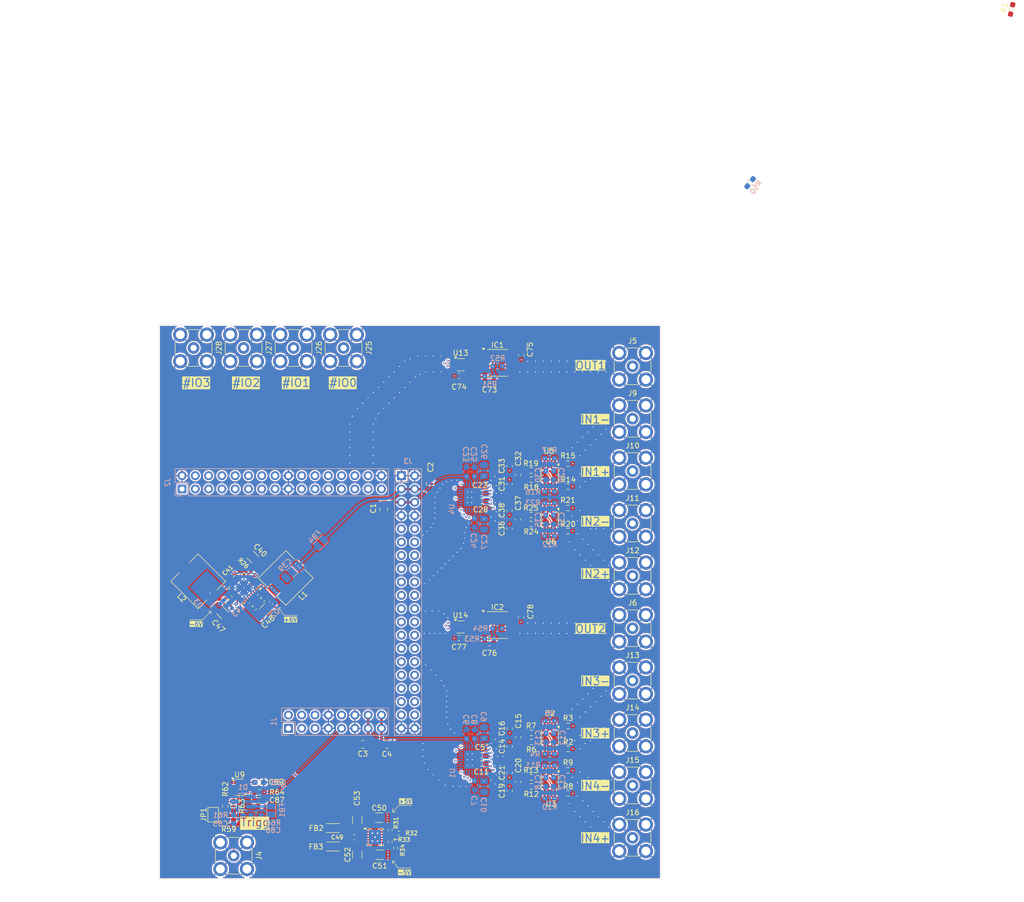
<source format=kicad_pcb>
(kicad_pcb (version 20240108) (generator "pcbnew") (generator_version "8.0")
  (layers (0 "F.Cu" signal) (1 "In1.Cu" signal) (2 "In2.Cu" signal) (31 "B.Cu" signal) (34 "B.Paste" user) (35 "F.Paste" user) (36 "B.SilkS" user "B.Silkscreen") (37 "F.SilkS" user "F.Silkscreen") (38 "B.Mask" user) (39 "F.Mask" user) (44 "Edge.Cuts" user))
  (property "ADDRESS1" "")
  (property "ADDRESS2" "")
  (property "ADDRESS3" "")
  (property "ADDRESS4" "")
  (property "DOCUMENTNUMBER" "")
  (property "ORGANIZATION" "CNRS")
  (property "SHEETTOTAL" "31")
  (net 0 "")
  (net 1 "/#3.3V")
  (net 2 "GND")
  (net 3 "/USB_5V")
  (net 4 "/AnalogIn/ADC1/REFby2")
  (net 5 "Net-(U1-REFP_A)")
  (net 6 "Net-(U1-REFP_B)")
  (net 7 "Net-(U1-REFOUT)")
  (net 8 "/AnalogIn/ADC1/Sheet5F0B5C34/OUTM")
  (net 9 "/AnalogIn/ADC1/Sheet5F0B5C34/OUTP")
  (net 10 "/AnalogIn/ADC1/sheet5F0E9B95/OUTM")
  (net 11 "/AnalogIn/ADC1/sheet5F0E9B95/OUTP")
  (net 12 "/AnalogIn/ADC2/REFby2")
  (net 15 "Net-(U4-REFP_A)")
  (net 16 "Net-(U4-REFP_B)")
  (net 17 "Net-(U4-REFOUT)")
  (net 18 "/AnalogIn/ADC2/Sheet5F0B5C34/OUTM")
  (net 19 "/AnalogIn/ADC2/Sheet5F0B5C34/OUTP")
  (net 20 "/AnalogIn/ADC2/sheet5F0E9B95/OUTM")
  (net 21 "/AnalogIn/ADC2/sheet5F0E9B95/OUTP")
  (net 22 "/ADC_IN4")
  (net 23 "/ADC_IN5")
  (net 24 "/ADC_IN2")
  (net 25 "/DAC_OUT1")
  (net 26 "/ADC_IN1")
  (net 27 "/ADC_IN0")
  (net 28 "/DAC_OUT2")
  (net 29 "/ADC_IN3")
  (net 30 "/FPGA_BANK7_IO7")
  (net 31 "/FPGA_BANK7_VCCIO")
  (net 32 "/UC_GPIO1")
  (net 33 "/FPGA_BANK6_IO2")
  (net 34 "/SPI5_MOSI")
  (net 35 "/I2C1_SCL")
  (net 36 "/FPGA_BANK7_IO3")
  (net 37 "/FPGA_BANK6_IO4")
  (net 38 "/FPGA_BANK7_IO10")
  (net 39 "/FPGA_BANK7_IO11")
  (net 40 "/I2C1_SDA")
  (net 41 "/UC_GPIO0")
  (net 42 "/FPGA_BANK7_IO9")
  (net 43 "/SPI5_NSS")
  (net 44 "/FPGA_BANK6_IO3")
  (net 45 "/FPGA_BANK6_IO0")
  (net 46 "/SPI5_SCK")
  (net 47 "/FPGA_BANK7_IO2")
  (net 48 "/FPGA_BANK7_IO4")
  (net 49 "/FPGA_BANK7_IO5")
  (net 50 "/FPGA_BANK7_IO6")
  (net 51 "/SPI5_MISO")
  (net 52 "/FPGA_BANK6_IO5")
  (net 53 "/FPGA_BANK7_IO8")
  (net 54 "/FPGA_BANK6_IO1")
  (net 55 "/FPGA_BANK7_IO1")
  (net 56 "/FPGA_BANK7_IO0")
  (net 57 "/FPGA_BANK1_IO10")
  (net 58 "/FPGA_BANK0_IO1")
  (net 59 "/FPGA_BANK1_IO6")
  (net 60 "/FPGA_BANK1_IO13")
  (net 61 "/FPGA_BANK1_VCCIO")
  (net 62 "/FPGA_BANK0_IO4")
  (net 63 "/FPGA_BANK0_IO2")
  (net 64 "/FPGA_BANK1_IO2")
  (net 65 "/FPGA_BANK1_IO15")
  (net 66 "/FPGA_BANK1_IO0")
  (net 67 "/FPGA_BANK0_IO5")
  (net 68 "/FPGA_BANK0_IO9")
  (net 69 "/FPGA_BANK1_IO12")
  (net 70 "/FPGA_BANK0_IO8")
  (net 71 "/FPGA_BANK1_IO4")
  (net 72 "/FPGA_BANK0_IO7")
  (net 73 "/FPGA_BANK0_VCCIO")
  (net 74 "/FPGA_BANK0_IO0")
  (net 75 "/FPGA_BANK0_IO6")
  (net 76 "/FPGA_BANK1_IO9")
  (net 77 "/FPGA_BANK1_IO1")
  (net 78 "/FPGA_BANK1_IO14")
  (net 79 "/FPGA_BANK0_IO3")
  (net 80 "/FPGA_BANK1_IO5")
  (net 81 "/FPGA_BANK1_IO11")
  (net 82 "/FPGA_BANK1_IO3")
  (net 83 "Net-(U2-+)")
  (net 84 "Net-(U2--)")
  (net 85 "Net-(U2-out-)")
  (net 86 "Net-(U2-out+)")
  (net 87 "Net-(U3-+)")
  (net 88 "Net-(U3--)")
  (net 89 "Net-(U3-out-)")
  (net 90 "Net-(U3-out+)")
  (net 91 "Net-(U5-+)")
  (net 92 "Net-(U5--)")
  (net 93 "Net-(U5-out-)")
  (net 94 "Net-(U5-out+)")
  (net 95 "Net-(U6-+)")
  (net 96 "Net-(U6--)")
  (net 97 "Net-(U6-out-)")
  (net 98 "Net-(U6-out+)")
  (net 99 "/5V")
  (net 100 "/-5V")
  (net 101 "/AnalogIn/IN1P")
  (net 102 "/AnalogIn/IN1M")
  (net 103 "/AnalogIn/IN2P")
  (net 104 "/AnalogIn/IN2M")
  (net 105 "/AnalogIn/IN3P")
  (net 106 "/AnalogIn/IN3M")
  (net 107 "/AnalogIn/IN4P")
  (net 108 "/AnalogIn/IN4M")
  (net 121 "Net-(C85-Pad1)")
  (net 122 "Net-(U9--)")
  (net 123 "/AnalogOut/OUT1")
  (net 124 "Net-(IC1-Pad2)")
  (net 125 "Net-(U14-VOUT)")
  (net 126 "/AnalogOut/OUT2")
  (net 127 "Net-(IC2-Pad2)")
  (net 128 "Net-(U13-VOUT)")
  (net 129 "/Trigger/Vin+")
  (net 130 "Net-(FB1-Pad2)")
  (net 131 "/Trigger/Trig")
  (net 132 "Net-(JP1-B)")
  (net 137 "Net-(U7-ENN)")
  (net 138 "Net-(U7-CP)")
  (net 139 "Net-(U7-VREF)")
  (net 140 "Net-(U7-FBN)")
  (net 141 "/Power/DCDC/-6V")
  (net 142 "Net-(U7-CN)")
  (net 143 "/Power/DCDC/+6V")
  (net 144 "Net-(U7-FBP)")
  (net 145 "Net-(U8-NR{slash}SS)")
  (net 146 "Net-(U8-FBP)")
  (net 147 "Net-(U8-FBN)")
  (net 148 "Net-(U8-BUF)")
  (net 149 "Net-(D2-A)")
  (net 151 "Net-(D3-K)")
  (net 154 "/USB_5V_nc")
  (net 155 "/#3.3V_nc")
  (net 156 "/Power/LDO/-6V")
  (net 157 "/Power/LDO/+6V")
  (net 158 "/Power/DCDC/5V_USB")
  (footprint "Capacitor_SMD:C_0603_1608Metric_Pad1.08x0.95mm_HandSolder" (layer "F.Cu") (at 119.2716 97.921792 90)
    (property "Reference" "C78")
    (property "Value" "100nF")
  )
  (footprint "Capacitor_SMD:C_0603_1608Metric_Pad1.08x0.95mm_HandSolder" (layer "F.Cu") (at 118.692299 120.868799 90)
    (property "Reference" "C15")
    (property "Value" "3300pF")
  )
  (footprint "Capacitor_SMD:C_0805_2012Metric_Pad1.18x1.45mm_HandSolder" (layer "F.Cu") (at 93 77.3 -90)
    (property "Reference" "C1")
    (property "Value" "10µF")
  )
  (footprint "Connector_Coaxial:SMB_Jack_Vertical" (layer "F.Cu") (at 140.54 69.982224)
    (property "Reference" "J10")
    (property "Value" "Conn_Coaxial_Small")
  )
  (footprint "Inductor_SMD:L_Eaton_MCL2012V1" (layer "F.Cu") (at 83.3 141.7)
    (property "Reference" "FB3")
    (property "Value" "FerriteBead")
  )
  (footprint "Connector_Coaxial:SMB_Jack_Vertical" (layer "F.Cu") (at 140.54 59.973336)
    (property "Reference" "J9")
    (property "Value" "Conn_Coaxial_Small")
  )
  (footprint "Capacitor_SMD:C_1206_3216Metric_Pad1.33x1.80mm_HandSolder" (layer "F.Cu") (at 70.418698 96.420387 -135)
    (property "Reference" "C48")
    (property "Value" "22uF")
  )
  (footprint "Resistor_SMD:R_0603_1608Metric_Pad0.98x0.95mm_HandSolder" (layer "F.Cu") (at 121.162498 78.370003)
    (property "Reference" "R25")
    (property "Value" "51")
  )
  (footprint "Resistor_SMD:R_0603_1608Metric_Pad0.98x0.95mm_HandSolder" (layer "F.Cu") (at 128.182505 72.94)
    (property "Reference" "R14")
    (property "Value" "1000")
  )
  (footprint "Connector_Coaxial:SMB_Jack_Vertical" (layer "F.Cu") (at 140.54 120.026664)
    (property "Reference" "J14")
    (property "Value" "Conn_Coaxial_Small")
  )
  (footprint "Connector_Coaxial:SMB_Jack_Vertical" (layer "F.Cu") (at 66.22 46.46 -90)
    (property "Reference" "J27")
    (property "Value" "Conn_Coaxial_Small")
  )
  (footprint "Resistor_SMD:R_0603_1608Metric_Pad0.98x0.95mm_HandSolder" (layer "F.Cu") (at 121.167514 80.090005)
    (property "Reference" "R24")
    (property "Value" "51")
  )
  (footprint "Capacitor_SMD:C_0603_1608Metric_Pad1.08x0.95mm_HandSolder" (layer "F.Cu") (at 117.066696 119.141597 90)
    (property "Reference" "C16")
    (property "Value" "330pF")
  )
  (footprint "Capacitor_SMD:C_0603_1608Metric_Pad1.08x0.95mm_HandSolder" (layer "F.Cu") (at 111.633508 125.837791)
    (property "Reference" "C11")
    (property "Value" "1µF")
  )
  (footprint "Package_SON:Texas_S-PVSON-N10_ThermalVias" (layer "F.Cu") (at 91.325 139.915)
    (property "Reference" "U8" (hide yes))
    (property "Value" "TPS7A39")
  )
  (footprint "Connector_Coaxial:SMB_Jack_Vertical" (layer "F.Cu") (at 140.54 100.008888)
    (property "Reference" "J6")
    (property "Value" "Conn_Coaxial_Small")
  )
  (footprint "Inductor_SMD:L_7.3x7.3_H3.5" (layer "F.Cu") (at 74.300714 90.402908 -135)
    (property "Reference" "L1")
    (property "Value" "4.7uH")
  )
  (footprint "Capacitor_SMD:C_0603_1608Metric_Pad1.08x0.95mm_HandSolder" (layer "F.Cu") (at 117.044214 72.466103 90)
    (property "Reference" "C31")
    (property "Value" "330pF")
  )
  (footprint "Package_TO_SOT_SMD:SOT-23-5" (layer "F.Cu") (at 65.4625 130.4)
    (property "Reference" "U9")
    (property "Value" "TLV7031DBV")
  )
  (footprint "Resistor_SMD:R_0603_1608Metric_Pad0.98x0.95mm_HandSolder" (layer "F.Cu") (at 128.172515 81.430002)
    (property "Reference" "R20")
    (property "Value" "1000")
  )
  (footprint "Resistor_SMD:R_0603_1608Metric_Pad0.98x0.95mm_HandSolder" (layer "F.Cu") (at 121.172515 69.879999)
    (property "Reference" "R19")
    (property "Value" "51")
  )
  (footprint "Resistor_SMD:R_0603_1608Metric_Pad0.98x0.95mm_HandSolder" (layer "F.Cu") (at 128.172515 77.039999)
    (property "Reference" "R21")
    (property "Value" "1000")
  )
  (footprint "Package_SO:VSSOP-8_3.0x3.0mm_P0.65mm" (layer "F.Cu") (at 124.727498 129.358797 -90)
    (property "Reference" "U3")
    (property "Value" "THS4551")
  )
  (footprint "Resistor_SMD:R_0402_1005Metric_Pad0.72x0.64mm_HandSolder" (layer "F.Cu") (at 95.27 142.0125 -90)
    (property "Reference" "R34")
    (property "Value" "42.2k")
  )
  (footprint "Capacitor_SMD:C_0603_1608Metric_Pad1.08x0.95mm_HandSolder" (layer "F.Cu") (at 107.408305 51.788397)
    (property "Reference" "C74")
    (property "Value" "100nF")
  )
  (footprint "Connector_Coaxial:SMB_Jack_Vertical" (layer "F.Cu") (at 140.54 79.991112)
    (property "Reference" "J11")
    (property "Value" "Conn_Coaxial_Small")
  )
  (footprint "Capacitor_SMD:C_0603_1608Metric_Pad1.08x0.95mm_HandSolder" (layer "F.Cu") (at 117.066709 122.594901 90)
    (property "Reference" "C14")
    (property "Value" "330pF")
  )
  (footprint "Capacitor_SMD:C_0603_1608Metric_Pad1.08x0.95mm_HandSolder" (layer "F.Cu") (at 118.659803 79.230012 90)
    (property "Reference" "C37")
    (property "Value" "3300pF")
  )
  (footprint "Capacitor_SMD:C_0603_1608Metric_Pad1.08x0.95mm_HandSolder" (layer "F.Cu") (at 111.633498 124.313792 180)
    (property "Reference" "C5")
    (property "Value" "1µF")
  )
  (footprint "Package_SO:SOIC-8_3.9x4.9mm_P1.27mm" (layer "F.Cu") (at 114.724998 99.394998)
    (property "Reference" "IC2")
    (property "Value" "AD820")
  )
  (footprint "Resistor_SMD:R_0402_1005Metric_Pad0.72x0.64mm_HandSolder" (layer "F.Cu") (at 94.21 140.805 -90)
    (property "Reference" "R33")
    (property "Value" "10k")
  )
  (footprint "Resistor_SMD:R_0603_1608Metric_Pad0.98x0.95mm_HandSolder" (layer "F.Cu") (at 121.194999 120.008797)
    (property "Reference" "R7")
    (property "Value" "51")
  )
  (footprint "Resistor_SMD:R_0603_1608Metric_Pad0.98x0.95mm_HandSolder" (layer "F.Cu") (at 121.184993 128.498797)
    (property "Reference" "R13")
    (property "Value" "51")
  )
  (footprint "Capacitor_SMD:C_0603_1608Metric_Pad1.08x0.95mm_HandSolder" (layer "F.Cu") (at 118.669812 70.739999 90)
    (property "Reference" "C32")
    (property "Value" "3300pF")
  )
  (footprint "Resistor_SMD:R_0402_1005Metric_Pad0.72x0.64mm_HandSolder" (layer "F.Cu") (at 94.21 138.5375 -90)
    (property "Reference" "R31")
    (property "Value" "32.4k")
  )
  (footprint "Capacitor_SMD:C_0603_1608Metric_Pad1.08x0.95mm_HandSolder" (layer "F.Cu") (at 113.174511 102.849395)
    (property "Reference" "C76")
    (property "Value" "100nF")
  )
  (footprint "Resistor_SMD:R_0402_1005Metric_Pad0.72x0.64mm_HandSolder" (layer "F.Cu") (at 69.90251 94.560696 -135)
    (property "Reference" "R29" (hide yes))
    (property "Value" "100")
  )
  (footprint "Capacitor_SMD:C_0805_2012Metric_Pad1.18x1.45mm_HandSolder" (layer "F.Cu") (at 101.9 72.4 90)
    (property "Reference" "C2")
    (property "Value" "10µF")
  )
  (footprint "Package_SO:VSSOP-8_3.0x3.0mm_P0.65mm" (layer "F.Cu") (at 124.70501 79.23001 -90)
    (property "Reference" "U6")
    (property "Value" "THS4551")
  )
  (footprint "Inductor_SMD:L_Eaton_MCL2012V1" (layer "F.Cu") (at 83.3 138.2)
    (property "Reference" "FB2")
    (property "Value" "FerriteBead")
  )
  (footprint "Resistor_SMD:R_0603_1608Metric_Pad0.98x0.95mm_HandSolder" (layer "F.Cu") (at 64.299999 134.01 90)
    (property "Reference" "R63")
    (property "Value" "39")
  )
  (footprint "Capacitor_SMD:C_0402_1005Metric_Pad0.74x0.62mm_HandSolder" (layer "F.Cu") (at 67.620323 95.442812 -135)
    (property "Reference" "C42" (hide yes))
    (property "Value" "10nF")
  )
  (footprint "Resistor_SMD:R_0603_1608Metric_Pad0.98x0.95mm_HandSolder" (layer "F.Cu") (at 128.195002 131.558794)
    (property "Reference" "R8")
    (property "Value" "1000")
  )
  (footprint "Jumper:SolderJumper-2_P1.3mm_Open_TrianglePad1.0x1.5mm" (layer "F.Cu") (at 60.4 135.634999 90)
    (property "Reference" "JP1")
    (property "Value" "Jumper_2_Open")
  )
  (footprint "Capacitor_SMD:C_1206_3216Metric_Pad1.33x1.80mm_HandSolder" (layer "F.Cu") (at 87.95 143.275 90)
    (property "Reference" "C52")
    (property "Value" "10uF")
  )
  (footprint "Resistor_SMD:R_0402_1005Metric_Pad0.72x0.64mm_HandSolder" (layer "F.Cu") (at 63.036503 94.893036 135)
    (property "Reference" "R28" (hide yes))
    (property "Value" "100")
  )
  (footprint "Capacitor_SMD:C_1206_3216Metric_Pad1.33x1.80mm_HandSolder" (layer "F.Cu") (at 87.94 136.615 -90)
    (property "Reference" "C53")
    (property "Value" "10uF")
  )
  (footprint "Capacitor_SMD:C_0603_1608Metric_Pad1.08x0.95mm_HandSolder" (layer "F.Cu") (at 113.199508 52.754401)
    (property "Reference" "C73")
    (property "Value" "100nF")
  )
  (footprint "Package_SO:VSSOP-8_3.0x3.0mm_P0.65mm" (layer "F.Cu") (at 124.737504 120.868795 -90)
    (property "Reference" "U2")
    (property "Value" "THS4551")
  )
  (footprint "Capacitor_SMD:C_0402_1005Metric_Pad0.74x0.62mm_HandSolder" (layer "F.Cu") (at 64.090092 89.893791 -135)
    (property "Reference" "C41")
    (property "Value" "100nF")
  )
  (footprint "Resistor_SMD:R_0603_1608Metric_Pad0.98x0.95mm_HandSolder" (layer "F.Cu") (at 212.96 -18.22 77)
    (property "Reference" "R1")
    (property "Value" "R")
  )
  (footprint "Connector_Coaxial:SMB_Jack_Vertical" (layer "F.Cu") (at 75.77 46.46 -90)
    (property "Reference" "J26")
    (property "Value" "Conn_Coaxial_Small")
  )
  (footprint "Capacitor_SMD:C_0603_1608Metric_Pad1.08x0.95mm_HandSolder" (layer "F.Cu") (at 87.38 139.925)
    (property "Reference" "C49")
    (property "Value" "10nF")
  )
  (footprint "Capacitor_SMD:C_1206_3216Metric_Pad1.33x1.80mm_HandSolder" (layer "F.Cu") (at 92.1275 136.195)
    (property "Reference" "C50")
    (property "Value" "10uF")
  )
  (footprint "Resistor_SMD:R_0603_1608Metric_Pad0.98x0.95mm_HandSolder" (layer "F.Cu") (at 63.399999 136.709999)
    (property "Reference" "R59")
    (property "Value" "51")
  )
  (footprint "Capacitor_SMD:C_0402_1005Metric_Pad0.74x0.62mm_HandSolder" (layer "F.Cu") (at 65.164895 96.498168 -135)
    (property "Reference" "C45" (hide yes))
    (property "Value" "4.7nF")
  )
  (footprint "Resistor_SMD:R_0402_1005Metric_Pad0.72x0.64mm_HandSolder" (layer "F.Cu") (at 68.028677 89.448314 -45)
    (property "Reference" "R26")
    (property "Value" "100")
  )
  (footprint "Capacitor_SMD:C_0603_1608Metric_Pad1.08x0.95mm_HandSolder" (layer "F.Cu") (at 111.611017 74.185001 180)
    (property "Reference" "C22")
    (property "Value" "1µF")
  )
  (footprint "Package_SO:SOIC-8_3.9x4.9mm_P1.27mm" (layer "F.Cu") (at 114.75 49.3)
    (property "Reference" "IC1")
    (property "Value" "AD820")
  )
  (footprint "Connector_Coaxial:SMB_Jack_Vertical" (layer "F.Cu") (at 56.669999 46.46 -90)
    (property "Reference" "J28")
    (property "Value" "Conn_Coaxial_Small")
  )
  (footprint "Capacitor_SMD:C_0603_1608Metric_Pad1.08x0.95mm_HandSolder" (layer "F.Cu") (at 117.034205 80.956113 90)
    (property "Reference" "C36")
    (property "Value" "330pF")
  )
  (footprint "Capacitor_SMD:C_1206_3216Metric_Pad1.33x1.80mm_HandSolder" (layer "F.Cu") (at 67.986251 86.436039 135)
    (property "Reference" "C40")
    (property "Value" "4.7uF")
  )
  (footprint "Connector_Coaxial:SMB_Jack_Vertical" (layer "F.Cu") (at 140.54 130.035552)
    (property "Reference" "J15")
    (property "Value" "Conn_Coaxial_Small")
  )
  (footprint "Capacitor_SMD:C_0603_1608Metric_Pad1.08x0.95mm_HandSolder" (layer "F.Cu") (at 119.296598 47.826795 90)
    (property "Reference" "C75")
    (property "Value" "100nF")
  )
  (footprint "Connector_Coaxial:SMB_Jack_Vertical" (layer "F.Cu") (at 140.54 90)
    (property "Reference" "J12")
    (property "Value" "Conn_Coaxial_Small")
  )
  (footprint "Package_DFN_QFN:VQFN-24-1EP_4x4mm_P0.5mm_EP2.45x2.45mm_ThermalVias" (layer "F.Cu") (at 66.303337 92.290883 -135)
    (property "Reference" "U7" (hide yes))
    (property "Value" "TPS65130RGE")
  )
  (footprint "Resistor_SMD:R_0603_1608Metric_Pad0.98x0.95mm_HandSolder" (layer "F.Cu") (at 128.205002 123.068796)
    (property "Reference" "R2")
    (property "Value" "1000")
  )
  (footprint "Capacitor_SMD:C_0805_2012Metric_Pad1.18x1.45mm_HandSolder" (layer "F.Cu") (at 89 122.2 180)
    (property "Reference" "C3")
    (property "Value" "10µF")
  )
  (footprint "Capacitor_SMD:C_0603_1608Metric_Pad1.08x0.95mm_HandSolder" (layer "F.Cu") (at 69.212501 129.45)
    (property "Reference" "C89")
    (property "Value" "100nF")
  )
  (footprint "Connector_Coaxial:SMB_Jack_Vertical" (layer "F.Cu") (at 64.339999 143.46 -90)
    (property "Reference" "J4")
    (property "Value" "Conn_Coaxial_Small")
  )
  (footprint "Resistor_SMD:R_0402_1005Metric_Pad0.72x0.64mm_HandSolder" (layer "F.Cu") (at 64.415361 95.762777 -135)
    (property "Reference" "R27" (hide yes))
    (property "Value" "100")
  )
  (footprint "Connector_Coaxial:SMB_Jack_Vertical" (layer "F.Cu") (at 85.32 46.46 -90)
    (property "Reference" "J25")
    (property "Value" "Conn_Coaxial_Small")
  )
  (footprint "Resistor_SMD:R_0603_1608Metric_Pad0.98x0.95mm_HandSolder" (layer "F.Cu") (at 121.200002 121.728798)
    (property "Reference" "R6")
    (property "Value" "51")
  )
  (footprint "Package_TO_SOT_SMD:SC-70-8_Handsoldering" (layer "F.Cu") (at 107.681802 49.667592)
    (property "Reference" "U13")
    (property "Value" "AD5641AKSZ-500RL7")
  )
  (footprint "Resistor_SMD:R_0603_1608Metric_Pad0.98x0.95mm_HandSolder" (layer "F.Cu") (at 121.177512 71.600003)
    (property "Reference" "R18")
    (property "Value" "51")
  )
  (footprint "Capacitor_SMD:C_1206_3216Metric_Pad1.33x1.80mm_HandSolder" (layer "F.Cu") (at 92.2275 143.275)
    (property "Reference" "C51")
    (property "Value" "10uF")
  )
  (footprint "Capacitor_SMD:C_1206_3216Metric_Pad1.33x1.80mm_HandSolder" (layer "F.Cu") (at 62.202117 97.085067 -45)
    (property "Reference" "C47")
    (property "Value" "22uF")
  )
  (footprint "Capacitor_SMD:C_0805_2012Metric_Pad1.18x1.45mm_HandSolder" (layer "F.Cu") (at 93.6 122.2)
    (property "Reference" "C4")
    (property "Value" "10µF")
  )
  (footprint "Resistor_SMD:R_0402_1005Metric_Pad0.72x0.64mm_HandSolder" (layer "F.Cu") (at 95.86 139.165)
    (property "Reference" "R32")
    (property "Value" "10k")
  )
  (footprint "Resistor_SMD:R_0603_1608Metric_Pad0.98x0.95mm_HandSolder" (layer "F.Cu") (at 69.2625 131.35 180)
    (property "Reference" "R64")
    (property "Value" "510")
  )
  (footprint "Resistor_SMD:R_0603_1608Metric_Pad0.98x0.95mm_HandSolder" (layer "F.Cu") (at 62.7 134.01 -90)
    (property "Reference" "R62")
    (property "Value" "10")
  )
  (footprint "Capacitor_SMD:C_0402_1005Metric_Pad0.74x0.62mm_HandSolder" (layer "F.Cu") (at 63.722397 94.207142 135)
    (property "Reference" "C44" (hide yes))
    (property "Value" "C")
  )
  (footprint "Resistor_SMD:R_0402_1005Metric_Pad0.72x0.64mm_HandSolder" (layer "F.Cu") (at 68.31152 96.151686 -135)
    (property "Reference" "R30" (hide yes))
    (property "Value" "100")
  )
  (footprint "Capacitor_SMD:C_0603_1608Metric_Pad1.08x0.95mm_HandSolder" (layer "F.Cu") (at 117.034207 77.502805 90)
    (property "Reference" "C38")
    (property "Value" "330pF")
  )
  (footprint "Resistor_SMD:R_0603_1608Metric_Pad0.98x0.95mm_HandSolder" (layer "F.Cu") (at 121.189996 130.218802)
    (property "Reference" "R12")
    (property "Value" "51")
  )
  (footprint "Capacitor_SMD:C_0603_1608Metric_Pad1.08x0.95mm_HandSolder" (layer "F.Cu") (at 111.611018 75.708995)
    (property "Reference" "C28")
    (property "Value" "1µF")
  )
  (footprint "Capacitor_SMD:C_0603_1608Metric_Pad1.08x0.95mm_HandSolder" (layer "F.Cu") (at 117.056695 127.631594 90)
    (property "Reference" "C21")
    (property "Value" "330pF")
  )
  (footprint "Capacitor_SMD:C_0603_1608Metric_Pad1.08x0.95mm_HandSolder" (layer "F.Cu") (at 107.383305 101.883392)
    (property "Reference" "C77")
    (property "Value" "100nF")
  )
  (footprint "Connector_Coaxial:SMB_Jack_Vertical" (layer "F.Cu") (at 140.54 140.044448)
    (property "Reference" "J16")
    (property "Value" "Conn_Coaxial_Small")
  )
  (footprint "Capacitor_SMD:C_0603_1608Metric_Pad1.08x0.95mm_HandSolder" (layer "F.Cu") (at 117.044215 69.012804 90)
    (property "Reference" "C33")
    (property "Value" "330pF")
  )
  (footprint "Connector_Coaxial:SMB_Jack_Vertical" (layer "F.Cu") (at 140.54 110.017776)
    (property "Reference" "J13")
    (property "Value" "Conn_Coaxial_Small")
  )
  (footprint "Connector_Coaxial:SMB_Jack_Vertical" (layer "F.Cu") (at 140.54 49.964448)
    (property "Reference" "J5")
    (property "Value" "Conn_Coaxial_Small")
  )
  (footprint "Package_TO_SOT_SMD:SC-70-8_Handsoldering" (layer "F.Cu") (at 107.656805 99.762584)
    (property "Reference" "U14")
    (property "Value" "AD5641AKSZ-500RL7")
  )
  (footprint "Resistor_SMD:R_0603_1608Metric_Pad0.98x0.95mm_HandSolder" (layer "F.Cu") (at 128.182515 68.549996)
    (property "Reference" "R15")
    (property "Value" "1000")
  )
  (footprint "Resistor_SMD:R_0603_1608Metric_Pad0.98x0.95mm_HandSolder" (layer "F.Cu") (at 128.195 127.168797)
    (property "Reference" "R9")
    (property "Value" "1000")
  )
  (footprint "Capacitor_SMD:C_0603_1608Metric_Pad1.08x0.95mm_HandSolder" (layer "F.Cu") (at 117.056694 131.0849 90)
    (property "Reference" "C19")
    (property "Value" "330pF")
  )
  (footprint "Capacitor_SMD:C_0603_1608Metric_Pad1.08x0.95mm_HandSolder" (layer "F.Cu") (at 118.682293 129.358805 90)
    (property "Reference" "C20")
    (property "Value" "3300pF")
  )
  (footprint "Resistor_SMD:R_0603_1608Metric_Pad0.98x0.95mm_HandSolder" (layer "F.Cu") (at 128.204997 118.678803)
    (property "Reference" "R3")
    (property "Value" "1000")
  )
  (footprint "Capacitor_SMD:C_0402_1005Metric_Pad0.74x0.62mm_HandSolder" (layer "F.Cu") (at 69.188332 93.874802 45)
    (property "Reference" "C46" (hide yes))
    (property "Value" "C")
  )
  (footprint "Capacitor_SMD:C_0603_1608Metric_Pad1.08x0.95mm_HandSolder" (layer "F.Cu") (at 69.25 132.9)
    (property "Reference" "C87")
    (property "Value" "10nF")
  )
  (footprint "Inductor_SMD:L_7.3x7.3_H3.5" (layer "F.Cu") (at 57.542284 91.039304 135)
    (property "Reference" "L2")
    (property "Value" "4.7uH")
  )
  (footprint "Package_SO:VSSOP-8_3.0x3.0mm_P0.65mm" (layer "F.Cu") (at 124.715011 70.740001 -90)
    (property "Reference" "U5")
    (property "Value" "THS4551")
  )
  (footprint "Connector_PinSocket_2.54mm:PinSocket_2x16_P2.54mm_Vertical" (layer "B.Cu") (at 54.46 73.4 -90)
    (property "Reference" "J2")
    (property "Value" "Conn_02x16_Odd_Even")
  )
  (footprint "Resistor_SMD:R_0603_1608Metric_Pad0.98x0.95mm_HandSolder" (layer "B.Cu") (at 124.72001 67.550007)
    (property "Reference" "R17")
    (property "Value" "1000")
  )
  (footprint "Capacitor_SMD:C_0603_1608Metric_Pad1.08x0.95mm_HandSolder" (layer "B.Cu") (at 123.943006 79.279694 -90)
    (property "Reference" "C35")
    (property "Value" "100nF")
  )
  (footprint "Capacitor_SMD:C_0805_2012Metric_Pad1.18x1.45mm_HandSolder" (layer "B.Cu") (at 112.169497 130.247793 -90)
    (property "Reference" "C10")
    (property "Value" "10µF")
  )
  (footprint "Resistor_SMD:R_0603_1608Metric_Pad0.98x0.95mm_HandSolder" (layer "B.Cu") (at 124.702517 82.420003)
    (property "Reference" "R22")
    (property "Value" "1000")
  )
  (footprint "Resistor_SMD:R_0603_1608Metric_Pad0.98x0.95mm_HandSolder" (layer "B.Cu") (at 113.168532 101.984825)
    (property "Reference" "R53")
    (property "Value" "10k")
  )
  (footprint "Capacitor_SMD:C_0603_1608Metric_Pad1.08x0.95mm_HandSolder" (layer "B.Cu") (at 125.499498 120.9185 -90)
    (property "Reference" "C12")
    (property "Value" "100nF")
  )
  (footprint "Package_DFN_QFN:VQFN-32-1EP_5x5mm_P0.5mm_EP3.1x3.1mm" (layer "B.Cu") (at 110.137499 125.1038 180)
    (property "Reference" "U1")
    (property "Value" "ADS92x4R")
  )
  (footprint "Capacitor_SMD:C_0603_1608Metric_Pad1.08x0.95mm_HandSolder" (layer "B.Cu") (at 69.212501 129.45)
    (property "Reference" "C88")
    (property "Value" "1uF")
  )
  (footprint "Resistor_SMD:R_0603_1608Metric_Pad0.98x0.95mm_HandSolder" (layer "B.Cu") (at 65.1875 135.71 180)
    (property "Reference" "R61")
    (property "Value" "680k")
  )
  (footprint "Capacitor_SMD:C_0805_2012Metric_Pad1.18x1.45mm_HandSolder" (layer "B.Cu") (at 112.147008 69.869006 -90)
    (property "Reference" "C26")
    (property "Value" "10µF")
  )
  (footprint "Capacitor_SMD:C_0603_1608Metric_Pad1.08x0.95mm_HandSolder" (layer "B.Cu") (at 65.2 137.31 180)
    (property "Reference" "C85")
    (property "Value" "1uF")
  )
  (footprint "Package_DFN_QFN:VQFN-32-1EP_5x5mm_P0.5mm_EP3.1x3.1mm" (layer "B.Cu") (at 110.115013 74.975006 180)
    (property "Reference" "U4")
    (property "Value" "ADS92x4R")
  )
  (footprint "Capacitor_SMD:C_0805_2012Metric_Pad1.18x1.45mm_HandSolder" (layer "B.Cu") (at 112.169493 119.997795 -90)
    (property "Reference" "C9")
    (property "Value" "10µF")
  )
  (footprint "Capacitor_SMD:C_0603_1608Metric_Pad1.08x0.95mm_HandSolder" (layer "B.Cu") (at 162.993992 14.879659 52)
    (property "Reference" "R50")
    (property "Value" "R")
  )
  (footprint "Resistor_SMD:R_0603_1608Metric_Pad0.98x0.95mm_HandSolder" (layer "B.Cu") (at 113.197506 51.900002)
    (property "Reference" "R51")
    (property "Value" "10k")
  )
  (footprint "Capacitor_SMD:C_0603_1608Metric_Pad1.08x0.95mm_HandSolder" (layer "B.Cu") (at 68.6 137.31)
    (property "Reference" "C86")
    (property "Value" "100nF")
  )
  (footprint "Capacitor_SMD:C_0603_1608Metric_Pad1.08x0.95mm_HandSolder" (layer "B.Cu") (at 110.347017 70.119001 -90)
    (property "Reference" "C25")
    (property "Value" "1µF")
  )
  (footprint "Capacitor_SMD:C_0805_2012Metric_Pad1.18x1.45mm_HandSolder" (layer "B.Cu") (at 112.147008 80.118999 -90)
    (property "Reference" "C27")
    (property "Value" "10µF")
  )
  (footprint "Capacitor_SMD:C_0603_1608Metric_Pad1.08x0.95mm_HandSolder" (layer "B.Cu") (at 110.347012 79.868996 90)
    (property "Reference" "C24")
    (property "Value" "1µF")
  )
  (footprint "Capacitor_SMD:C_0603_1608Metric_Pad1.08x0.95mm_HandSolder" (layer "B.Cu") (at 123.975501 120.918493 -90)
    (property "Reference" "C13")
    (property "Value" "100nF")
  )
  (footprint "Capacitor_SMD:C_0603_1608Metric_Pad1.08x0.95mm_HandSolder" (layer "B.Cu") (at 125.477011 70.789696 -90)
    (property "Reference" "C29")
    (property "Value" "100nF")
  )
  (footprint "Connector_PinSocket_2.54mm:PinSocket_2x08_P2.54mm_Vertical" (layer "B.Cu") (at 74.789999 119.13 -90)
    (property "Reference" "J1")
    (property "Value" "Conn_02x08_Odd_Even")
  )
  (footprint "Capacitor_SMD:C_0603_1608Metric_Pad1.08x0.95mm_HandSolder" (layer "B.Cu") (at 125.489497 129.408499 -90)
    (property "Reference" "C17")
    (property "Value" "100nF")
  )
  (footprint "Capacitor_SMD:C_0603_1608Metric_Pad1.08x0.95mm_HandSolder" (layer "B.Cu") (at 110.369497 129.997788 90)
    (property "Reference" "C7")
    (property "Value" "1µF")
  )
  (footprint "Capacitor_SMD:C_0402_1005Metric_Pad0.74x0.62mm_HandSolder" (layer "B.Cu") (at 64.415361 95.762777 45)
    (property "Reference" "C43")
    (property "Value" "220nF")
  )
  (footprint "Resistor_SMD:R_0603_1608Metric_Pad0.98x0.95mm_HandSolder" (layer "B.Cu") (at 114.751816 49.93161)
    (property "Reference" "R52")
    (property "Value" "10k")
  )
  (footprint "Resistor_SMD:R_0603_1608Metric_Pad0.98x0.95mm_HandSolder" (layer "B.Cu") (at 124.710011 76.040004)
    (property "Reference" "R23")
    (property "Value" "1000")
  )
  (footprint "Resistor_SMD:R_0603_1608Metric_Pad0.98x0.95mm_HandSolder" (layer "B.Cu") (at 124.725006 132.548801)
    (property "Reference" "R10")
    (property "Value" "1000")
  )
  (footprint "Capacitor_SMD:C_0603_1608Metric_Pad1.08x0.95mm_HandSolder" (layer "B.Cu") (at 108.8195 120.247799 -90)
    (property "Reference" "C6")
    (property "Value" "1µF")
  )
  (footprint "Capacitor_SMD:C_0603_1608Metric_Pad1.08x0.95mm_HandSolder" (layer "B.Cu") (at 108.797009 70.119008 -90)
    (property "Reference" "C23")
    (property "Value" "1µF")
  )
  (footprint "Resistor_SMD:R_0603_1608Metric_Pad0.98x0.95mm_HandSolder" (layer "B.Cu") (at 124.742502 117.678799)
    (property "Reference" "R5")
    (property "Value" "1000")
  )
  (footprint "Capacitor_SMD:C_0603_1608Metric_Pad1.08x0.95mm_HandSolder" (layer "B.Cu") (at 123.9655 129.408484 -90)
    (property "Reference" "C18")
    (property "Value" "100nF")
  )
  (footprint "Inductor_SMD:L_Eaton_MCL2012V1" (layer "B.Cu") (at 71.5 134.81 -90)
    (property "Reference" "FB1")
    (property "Value" "FerriteBead")
  )
  (footprint "Resistor_SMD:R_0603_1608Metric_Pad0.98x0.95mm_HandSolder" (layer "B.Cu") (at 114.725217 100.034522)
    (property "Reference" "R54")
    (property "Value" "10k")
  )
  (footprint "Diode_SMD:D_Powermite2_AK" (layer "B.Cu") (at 69.900742 94.831164 45)
    (property "Reference" "D2")
    (property "Value" "D_Schottky")
  )
  (footprint "Diode_SMD:D_Powermite2_AK" (layer "B.Cu") (at 59.924173 92.940361 -45)
    (property "Reference" "D3")
    (property "Value" "D_Schottky")
  )
  (footprint "Connector_PinSocket_2.54mm:PinSocket_2x20_P2.54mm_Vertical" (layer "B.Cu") (at 96.37 70.86 180)
    (property "Reference" "J3")
    (property "Value" "Conn_02x20_Odd_Even")
  )
  (footprint "Resistor_SMD:R_0603_1608Metric_Pad0.98x0.95mm_HandSolder" (layer "B.Cu") (at 124.7325 126.168797)
    (property "Reference" "R11")
    (property "Value" "1000")
  )
  (footprint "Capacitor_SMD:C_0603_1608Metric_Pad1.08x0.95mm_HandSolder" (layer "B.Cu") (at 123.953015 70.789694 -90)
    (property "Reference" "C30")
    (property "Value" "100nF")
  )
  (footprint "Capacitor_SMD:C_1206_3216Metric_Pad1.33x1.80mm_HandSolder" (layer "B.Cu") (at 75.460369 89.243253 -135)
    (property "Reference" "C39")
    (property "Value" "4.7uF")
  )
  (footprint "Resistor_SMD:R_0603_1608Metric_Pad0.98x0.95mm_HandSolder" (layer "B.Cu") (at 68.6 135.71 180)
    (property "Reference" "R60")
    (property "Value" "10")
  )
  (footprint "Capacitor_SMD:C_0603_1608Metric_Pad1.08x0.95mm_HandSolder" (layer "B.Cu") (at 125.467007 79.279703 -90)
    (property "Reference" "C34")
    (property "Value" "100nF")
  )
  (footprint "Capacitor_SMD:C_0603_1608Metric_Pad1.08x0.95mm_HandSolder" (layer "B.Cu") (at 110.3695 120.24779 -90)
    (property "Reference" "C8")
    (property "Value" "1µF")
  )
  (footprint "Resistor_SMD:R_0603_1608Metric_Pad0.98x0.95mm_HandSolder" (layer "B.Cu") (at 124.735 124.058797)
    (property "Reference" "R4")
    (property "Value" "1000")
  )
  (footprint "Inductor_SMD:L_Eaton_MCL2012V1" (layer "B.Cu") (at 80.95 83.7 -135)
    (property "Reference" "FB4")
    (property "Value" "FerriteBead")
  )
  (footprint "Package_TO_SOT_SMD:SOT-23_Handsoldering" (layer "B.Cu") (at 66.1 133.11 180)
    (property "Reference" "D1")
    (property "Value" "~")
  )
  (footprint "Resistor_SMD:R_0603_1608Metric_Pad0.98x0.95mm_HandSolder" (layer "B.Cu") (at 124.712509 73.930001)
    (property "Reference" "R16")
    (property "Value" "1000")
  )
  (gr_line (start 58.4 98.4) (end 60 96.8) (stroke (width 0.1)) (layer "F.SilkS"))
  (gr_line (start 94.7 144.5) (end 95.2 144.5) (stroke (width 0.1)) (layer "F.SilkS"))
  (gr_line (start 76.45 97.55) (end 74 97.55) (stroke (width 0.1)) (layer "F.SilkS"))
  (gr_line (start 95.9 133.85) (end 94.7 135.1) (stroke (width 0.1)) (layer "F.SilkS"))
  (gr_line (start 60 96.8) (end 60 97.3) (stroke (width 0.1)) (layer "F.SilkS"))
  (gr_line (start 72.9 96.1) (end 73.4 96.1) (stroke (width 0.1)) (layer "F.SilkS"))
  (gr_line (start 74 97.55) (end 72.9 96.1) (stroke (width 0.1)) (layer "F.SilkS"))
  (gr_line (start 94.9 140.4) (end 95.15 140.15) (stroke (width 0.1)) (layer "F.SilkS"))
  (gr_line (start 94.9 140.4) (end 95.15 140.65) (stroke (width 0.1)) (layer "F.SilkS"))
  (gr_line (start 55.95 98.4) (end 58.4 98.4) (stroke (width 0.1)) (layer "F.SilkS"))
  (gr_line (start 94.9 140.4) (end 95.7 140.4) (stroke (width 0.1)) (layer "F.SilkS"))
  (gr_line (start 95.7 140.4) (end 94.9 140.4) (stroke (width 0.1)) (layer "F.SilkS"))
  (gr_line (start 98.2 145.8) (end 95.75 145.8) (stroke (width 0.1)) (layer "F.SilkS"))
  (gr_line (start 60 96.8) (end 59.5 96.8) (stroke (width 0.1)) (layer "F.SilkS"))
  (gr_line (start 94.7 144.5) (end 94.7 145) (stroke (width 0.1)) (layer "F.SilkS"))
  (gr_line (start 95.75 145.8) (end 94.7 144.5) (stroke (width 0.1)) (layer "F.SilkS"))
  (gr_line (start 98.4 133.85) (end 95.9 133.85) (stroke (width 0.1)) (layer "F.SilkS"))
  (gr_line (start 94.7 135.1) (end 94.7 134.4) (stroke (width 0.1)) (layer "F.SilkS"))
  (gr_line (start 95.15 140.15) (end 94.9 140.4) (stroke (width 0.1)) (layer "F.SilkS"))
  (gr_line (start 94.7 135.1) (end 95.25 135.1) (stroke (width 0.1)) (layer "F.SilkS"))
  (gr_line (start 72.9 96.1) (end 72.9 96.65) (stroke (width 0.1)) (layer "F.SilkS"))
  (gr_line (start 146 148) (end 146 42) (stroke (width 0.05)) (layer "Edge.Cuts"))
  (gr_line (start 50 148) (end 146 148) (stroke (width 0.05)) (layer "Edge.Cuts"))
  (gr_line (start 50 42) (end 146 42) (stroke (width 0.05)) (layer "Edge.Cuts"))
  (gr_line (start 50 42) (end 50 148) (stroke (width 0.05)) (layer "Edge.Cuts"))
  (gr_text "OUT1" (at 129.5 50.7 0) (layer "F.SilkS" knockout) (effects (font (size 1.5 1.5) (thickness 0.2)) (justify left bottom)))
  (gr_text "#IO0" (at 82.5 54 0) (layer "F.SilkS" knockout) (effects (font (size 1.5 1.5) (thickness 0.2)) (justify left bottom)))
  (gr_text "IN4+" (at 130.5 141 0) (layer "F.SilkS" knockout) (effects (font (size 1.5 1.5) (thickness 0.2)) (justify left bottom)))
  (gr_text "IN3-" (at 130.5 111 0) (layer "F.SilkS" knockout) (effects (font (size 1.5 1.5) (thickness 0.2)) (justify left bottom)))
  (gr_text "+5V" (at 95.8 133.55 0) (layer "F.SilkS" knockout) (effects (font (size 0.8 0.8) (thickness 0.15) (bold yes)) (justify left bottom)))
  (gr_text "IN2-" (at 130.5 80.5 0) (layer "F.SilkS" knockout) (effects (font (size 1.5 1.5) (thickness 0.2)) (justify left bottom)))
  (gr_text "OUT2" (at 129.5 101 0) (layer "F.SilkS" knockout) (effects (font (size 1.5 1.5) (thickness 0.2)) (justify left bottom)))
  (gr_text "#IO2" (at 64 54 0) (layer "F.SilkS" knockout) (effects (font (size 1.5 1.5) (thickness 0.2)) (justify left bottom)))
  (gr_text "IN1+" (at 130.5 71 0) (layer "F.SilkS" knockout) (effects (font (size 1.5 1.5) (thickness 0.2)) (justify left bottom)))
  (gr_text "IN3+" (at 130.5 121 0) (layer "F.SilkS" knockout) (effects (font (size 1.5 1.5) (thickness 0.2)) (justify left bottom)))
  (gr_text "IN2+" (at 130.5 90.5 0) (layer "F.SilkS" knockout) (effects (font (size 1.5 1.5) (thickness 0.2)) (justify left bottom)))
  (gr_text "Trigg" (at 65.55 137.95 0) (layer "F.SilkS" knockout) (effects (font (size 1.5 1.5) (thickness 0.2)) (justify left bottom)))
  (gr_text "-5V" (at 95.6 147.15 0) (layer "F.SilkS" knockout) (effects (font (size 0.8 0.8) (thickness 0.15) (bold yes)) (justify left bottom)))
  (gr_text "IN4-" (at 130.5 131 0) (layer "F.SilkS" knockout) (effects (font (size 1.5 1.5) (thickness 0.2)) (justify left bottom)))
  (gr_text "#IO3" (at 54.5 54 0) (layer "F.SilkS" knockout) (effects (font (size 1.5 1.5) (thickness 0.2)) (justify left bottom)))
  (gr_text "+6V" (at 73.85 98.85 0) (layer "F.SilkS" knockout) (effects (font (size 0.8 0.8) (thickness 0.15) (bold yes)) (justify left bottom)))
  (gr_text "-6V" (at 55.8 99.7 0) (layer "F.SilkS" knockout) (effects (font (size 0.8 0.8) (thickness 0.15) (bold yes)) (justify left bottom)))
  (gr_text "IN1-" (at 130.5 61 0) (layer "F.SilkS" knockout) (effects (font (size 1.5 1.5) (thickness 0.2)) (justify left bottom)))
  (gr_text "#IO1" (at 73.5 54 0) (layer "F.SilkS" knockout) (effects (font (size 1.5 1.5) (thickness 0.2)) (justify left bottom)))
  (segment (start 90.0375 116.602805) (end 90.0375 122.2) (width 0.5) (layer "F.Cu") (net 1))
  (segment (start 93.16125 76.10125) (end 93 76.2625) (width 0.5) (layer "F.Cu") (net 1))
  (segment (start 90.033749 116.59375) (end 90.029999 116.59) (width 0.5) (layer "F.Cu") (net 1))
  (segment (start 93.550541 75.94) (end 98.91 75.94) (width 0.5) (layer "F.Cu") (net 1))
  (via (at 108.8195 121.110297) (size 0.45) (drill 0.2) (layers "F.Cu" "B.Cu") (net 1))
  (via (at 108.797014 70.981508) (size 0.45) (drill 0.2) (layers "F.Cu" "B.Cu") (net 1))
  (arc (start 93.550541 75.94) (mid 93.339858 75.981907) (end 93.16125 76.10125) (width 0.5) (layer "F.Cu") (net 1))
  (arc (start 90.033749 116.59375) (mid 90.036525 116.597904) (end 90.0375 116.602805) (width 0.5) (layer "F.Cu") (net 1))
  (segment (start 108.797014 70.981508) (end 106.122455 70.981508) (width 0.25) (layer "B.Cu") (net 1))
  (segment (start 108.8195 121.110297) (end 109.714971 122.005763) (width 0.25) (layer "B.Cu") (net 1))
  (segment (start 109.887506 122.422295) (end 109.8875 122.666297) (width 0.25) (layer "B.Cu") (net 1))
  (segment (start 108.8195 121.110299) (end 108.853499 121.144298) (width 0.2) (layer "B.Cu") (net 1))
  (segment (start 91.020148 120.120149) (end 90.029999 119.13) (width 0.2) (layer "B.Cu") (net 1))
  (segment (start 108.865013 71.097599) (end 108.865013 72.537504) (width 0.2) (layer "B.Cu") (net 1))
  (segment (start 108.8195 121.110299) (end 93.41058 121.110299) (width 0.2) (layer "B.Cu") (net 1))
  (segment (start 108.797009 70.981509) (end 108.831011 71.015511) (width 0.2) (layer "B.Cu") (net 1))
  (segment (start 102.274699 72.5753) (end 98.91 75.94) (width 0.25) (layer "B.Cu") (net 1))
  (segment (start 108.887499 121.22638) (end 108.887499 122.6663) (width 0.2) (layer "B.Cu") (net 1))
  (segment (start 108.797014 70.981508) (end 109.692479 71.876967) (width 0.25) (layer "B.Cu") (net 1))
  (segment (start 109.865014 72.293502) (end 109.865014 72.537505) (width 0.25) (layer "B.Cu") (net 1))
  (arc (start 106.122455 70.981508) (mid 104.040064 71.395721) (end 102.274699 72.5753) (width 0.25) (layer "B.Cu") (net 1))
  (arc (start 108.853499 121.144298) (mid 108.878662 121.181957) (end 108.887499 121.22638) (width 0.2) (layer "B.Cu") (net 1))
  (arc (start 108.831011 71.015511) (mid 108.856176 71.053173) (end 108.865013 71.097599) (width 0.2) (layer "B.Cu") (net 1))
  (arc (start 109.692479 71.876967) (mid 109.820172 72.068076) (end 109.865014 72.293502) (width 0.25) (layer "B.Cu") (net 1))
  (arc (start 91.020148 120.120149) (mid 92.116887 120.852967) (end 93.41058 121.110299) (width 0.2) (layer "B.Cu") (net 1))
  (arc (start 109.714971 122.005763) (mid 109.842664 122.19687) (end 109.887506 122.422295) (width 0.25) (layer "B.Cu") (net 1))
  (segment (start 66.440837 94.19615) (end 66.824828 94.580141) (width 0.25) (layer "F.Cu") (net 2))
  (segment (start 67.885488 91.062285) (end 67.471318 91.476454) (width 0.25) (layer "F.Cu") (net 2))
  (segment (start 67.682195 92.131784) (end 67.682195 92.290883) (width 0.25) (layer "F.Cu") (net 2))
  (segment (start 67.169542 91.601454) (end 66.992766 91.601454) (width 0.25) (layer "F.Cu") (net 2))
  (segment (start 90.8075 140.4825) (end 90.875 140.55) (width 0.25) (layer "F.Cu") (net 2))
  (segment (start 90.64454 140.415) (end 89.85 140.415) (width 0.25) (layer "F.Cu") (net 2))
  (segment (start 66.303337 93.864195) (end 66.303337 93.669741) (width 0.25) (layer "F.Cu") (net 2))
  (segment (start 67.885488 91.062285) (end 68.239042 91.415838) (width 0.25) (layer "F.Cu") (net 2))
  (segment (start 67.794694 91.860185) (end 68.239042 91.415838) (width 0.25) (layer "F.Cu") (net 2))
  (via (at 134 86) (size 0.45) (drill 0.2) (layers "F.Cu" "B.Cu") (net 2))
  (via (at 104.75 130) (size 0.45) (drill 0.2) (layers "F.Cu" "B.Cu") (net 2))
  (via (at 128 101) (size 0.45) (drill 0.2) (layers "F.Cu" "B.Cu") (net 2))
  (via (at 132.5 88) (size 0.45) (drill 0.2) (layers "F.Cu" "B.Cu") (net 2))
  (via (at 102.25 96.75) (size 0.45) (drill 0.2) (layers "F.Cu" "B.Cu") (net 2))
  (via (at 134 51) (size 0.45) (drill 0.2) (layers "F.Cu" "B.Cu") (net 2))
  (via (at 101 107) (size 0.45) (drill 0.2) (layers "F.Cu" "B.Cu") (net 2))
  (via (at 132.5 115) (size 0.45) (drill 0.2) (layers "F.Cu" "B.Cu") (net 2))
  (via (at 134 60.5) (size 0.45) (drill 0.2) (layers "F.Cu" "B.Cu") (net 2))
  (via (at 104 88.5) (size 0.45) (drill 0.2) (layers "F.Cu" "B.Cu") (net 2))
  (via (at 125 51) (size 0.45) (drill 0.2) (layers "F.Cu" "B.Cu") (net 2))
  (via (at 108.5 81.75) (size 0.45) (drill 0.2) (layers "F.Cu" "B.Cu") (net 2))
  (via (at 129.5 49) (size 0.45) (drill 0.2) (layers "F.Cu" "B.Cu") (net 2))
  (via (at 123.5 51) (size 0.45) (drill 0.2) (layers "F.Cu" "B.Cu") (net 2))
  (via (at 131.5 130.5) (size 0.45) (drill 0.2) (layers "F.Cu" "B.Cu") (net 2))
  (via (at 109.9 125.1) (size 0.45) (drill 0.2) (layers "F.Cu" "B.Cu") (net 2))
  (via (at 133.5 119) (size 0.45) (drill 0.2) (layers "F.Cu" "B.Cu") (net 2))
  (via (at 136 88) (size 0.45) (drill 0.2) (layers "F.Cu" "B.Cu") (net 2))
  (via (at 89 57) (size 0.45) (drill 0.2) (layers "F.Cu" "B.Cu") (net 2))
  (via (at 135.5 59.5) (size 0.45) (drill 0.2) (layers "F.Cu" "B.Cu") (net 2))
  (via (at 114.5 123) (size 0.45) (drill 0.2) (layers "F.Cu" "B.Cu") (net 2))
  (via (at 116 79) (size 0.45) (drill 0.2) (layers "F.Cu" "B.Cu") (net 2))
  (via (at 129.5 85) (size 0.45) (drill 0.2) (layers "F.Cu" "B.Cu") (net 2))
  (via (at 100.5 123.25) (size 0.45) (drill 0.2) (layers "F.Cu" "B.Cu") (net 2))
  (via (at 114.75 124.5) (size 0.45) (drill 0.2) (layers "F.Cu" "B.Cu") (net 2))
  (via (at 115 130.5) (size 0.45) (drill 0.2) (layers "F.Cu" "B.Cu") (net 2))
  (via (at 135 131) (size 0.45) (drill 0.2) (layers "F.Cu" "B.Cu") (net 2))
  (via (at 129.5 101) (size 0.45) (drill 0.2) (layers "F.Cu" "B.Cu") (net 2))
  (via (at 114.25 121.25) (size 0.45) (drill 0.2) (layers "F.Cu" "B.Cu") (net 2))
  (via (at 115.5 74.25) (size 0.45) (drill 0.2) (layers "F.Cu" "B.Cu") (net 2))
  (via (at 105.25 98) (size 0.45) (drill 0.2) (layers "F.Cu" "B.Cu") (net 2))
  (via (at 95 51) (size 0.45) (drill 0.2) (layers "F.Cu" "B.Cu") (net 2))
  (via (at 135.5 109.5) (size 0.45) (drill 0.2) (layers "F.Cu" "B.Cu") (net 2))
  (via (at 100.5 122) (size 0.45) (drill 0.2) (layers "F.Cu" "B.Cu") (net 2))
  (via (at 126.5 99) (size 0.45) (drill 0.2) (layers "F.Cu" "B.Cu") (net 2))
  (via (at 123.5 101) (size 0.45) (drill 0.2) (layers "F.Cu" "B.Cu") (net 2))
  (via (at 135 79) (size 0.45) (drill 0.2) (layers "F.Cu" "B.Cu") (net 2))
  (via (at 105 112) (size 0.45) (drill 0.2) (layers "F.Cu" "B.Cu") (net 2))
  (via (at 131.5 72) (size 0.45) (drill 0.2) (layers "F.Cu" "B.Cu") (net 2))
  (via (at 100.75 101) (size 0.45) (drill 0.2) (layers "F.Cu" "B.Cu") (net 2))
  (via (at 107 71.75) (size 0.45) (drill 0.2) (layers "F.Cu" "B.Cu") (net 2))
  (via (at 101.75 90.75) (size 0.45) (drill 0.2) (layers "F.Cu" "B.Cu") (net 2))
  (via (at 105 114) (size 0.45) (drill 0.2) (layers "F.Cu" "B.Cu") (net 2))
  (via (at 113.5 71.75) (size 0.45) (drill 0.2) (layers "F.Cu" "B.Cu") (net 2))
  (via (at 130.5 73) (size 0.45) (drill 0.2) (layers "F.Cu" "B.Cu") (net 2))
  (via (at 104.75 101) (size 0.45) (drill 0.2) (layers "F.Cu" "B.Cu") (net 2))
  (via (at 133.5 114) (size 0.45) (drill 0.2) (layers "F.Cu" "B.Cu") (net 2))
  (via (at 101 51) (size 0.45) (drill 0.2) (layers "F.Cu" "B.Cu") (net 2))
  (via (at 133.5 129) (size 0.45) (drill 0.2) (layers "F.Cu" "B.Cu") (net 2))
  (via (at 101.5 127) (size 0.45) (drill 0.2) (layers "F.Cu" "B.Cu") (net 2))
  (via (at 103.25 89.25) (size 0.45) (drill 0.2) (layers "F.Cu" "B.Cu") (net 2))
  (via (at 132.5 138) (size 0.45) (drill 0.2) (layers "F.Cu" "B.Cu") (net 2))
  (via (at 102 108) (size 0.45) (drill 0.2) (layers "F.Cu" "B.Cu") (net 2))
  (via (at 109 124) (size 0.45) (drill 0.2) (layers "F.Cu" "B.Cu") (net 2))
  (via (at 128 49) (size 0.45) (drill 0.2) (layers "F.Cu" "B.Cu") (net 2))
  (via (at 133.5 64) (size 0.45) (drill 0.2) (layers "F.Cu" "B.Cu") (net 2))
  (via (at 105.75 119.25) (size 0.45) (drill 0.2) (layers "F.Cu" "B.Cu") (net 2))
  (via (at 128.5 133.5) (size 0.45) (drill 0.2) (layers "F.Cu" "B.Cu") (net 2))
  (via (at 135 137) (size 0.45) (drill 0.2) (layers "F.Cu" "B.Cu") (net 2))
  (via (at 134 99) (size 0.45) (drill 0.2) (layers "F.Cu" "B.Cu") (net 2))
  (via (at 131.5 122) (size 0.45) (drill 0.2) (layers "F.Cu" "B.Cu") (net 2))
  (via (at 95 56) (size 0.45) (drill 0.2) (layers "F.Cu" "B.Cu") (net 2))
  (via (at 91 67) (size 0.45) (drill 0.2) (layers "F.Cu" "B.Cu") (net 2))
  (via (at 101 96.75) (size 0.45) (drill 0.2) (layers "F.Cu" "B.Cu") (net 2))
  (via (at 132.5 131) (size 0.45) (drill 0.2) (layers "F.Cu" "B.Cu") (net 2))
  (via (at 129.5 121.5) (size 0.45) (drill 0.2) (layers "F.Cu" "B.Cu") (net 2))
  (via (at 107.5 130.25) (size 0.45) (drill 0.2) (layers "F.Cu" "B.Cu") (net 2))
  (via (at 134 101) (size 0.45) (drill 0.2) (layers "F.Cu" "B.Cu") (net 2))
  (via (at 136.5 129) (size 0.45) (drill 0.2) (layers "F.Cu" "B.Cu") (net 2))
  (via (at 125 99) (size 0.45) (drill 0.2) (layers "F.Cu" "B.Cu") (net 2))
  (via (at 98 53) (size 0.45) (drill 0.2) (layers "F.Cu" "B.Cu") (net 2))
  (via (at 120.5 101) (size 0.45) (drill 0.2) (layers "F.Cu" "B.Cu") (net 2))
  (via (at 116 121.5) (size 0.45) (drill 0.2) (layers "F.Cu" "B.Cu") (net 2))
  (via (at 130.5 120.5) (size 0.45) (drill 0.2) (layers "F.Cu" "B.Cu") (net 2))
  (via (at 135.5 51) (size 0.45) (drill 0.2) (layers "F.Cu" "B.Cu") (net 2))
  (via (at 86.5 64) (size 0.45) (drill 0.2) (layers "F.Cu" "B.Cu") (net 2))
  (via (at 133.5 81) (size 0.45) (drill 0.2) (layers "F.Cu" "B.Cu") (net 2))
  (via (at 131 133) (size 0.45) (drill 0.2) (layers "F.Cu" "B.Cu") (net 2))
  (via (at 134 49) (size 0.45) (drill 0.2) (layers "F.Cu" "B.Cu") (net 2))
  (via (at 115 80.25) (size 0.45) (drill 0.2) (layers "F.Cu" "B.Cu") (net 2))
  (via (at 103.5 129) (size 0.45) (drill 0.2) (layers "F.Cu" "B.Cu") (net 2))
  (via (at 136 138) (size 0.45) (drill 0.2) (layers "F.Cu" "B.Cu") (net 2))
  (via (at 91.5 60) (size 0.45) (drill 0.2) (layers "F.Cu" "B.Cu") (net 2))
  (via (at 109.25 80) (size 0.45) (drill 0.2) (layers "F.Cu" "B.Cu") (net 2))
  (via (at 131 101) (size 0.45) (drill 0.2) (layers "F.Cu" "B.Cu") (net 2))
  (via (at 135.5 112) (size 0.45) (drill 0.2) (layers "F.Cu" "B.Cu") (net 2))
  (via (at 131 49) (size 0.45) (drill 0.2) (layers "F.Cu" "B.Cu") (net 2))
  (via (at 115.75 80.75) (size 0.45) (drill 0.2) (layers "F.Cu" "B.Cu") (net 2))
  (via (at 115.25 72) (size 0.45) (drill 0.2) (layers "F.Cu" "B.Cu") (net 2))
  (via (at 102.75 76) (size 0.45) (drill 0.2) (layers "F.Cu" "B.Cu") (net 2))
  (via (at 107.75 84.75) (size 0.45) (drill 0.2) (layers "F.Cu" "B.Cu") (net 2))
  (via (at 114.5 72.75) (size 0.45) (drill 0.2) (layers "F.Cu" "B.Cu") (net 2))
  (via (at 86.5 65.5) (size 0.45) (drill 0.2) (layers "F.Cu" "B.Cu") (net 2))
  (via (at 115.25 78.5) (size 0.45) (drill 0.2) (layers "F.Cu" "B.Cu") (net 2))
  (via (at 122 49) (size 0.45) (drill 0.2) (layers "F.Cu" "B.Cu") (net 2))
  (via (at 109 75) (size 0.45) (drill 0.2) (layers "F.Cu" "B.Cu") (net 2))
  (via (at 131.5 137) (size 0.45) (drill 0.2) (layers "F.Cu" "B.Cu") (net 2))
  (via (at 106 71.75) (size 0.45) (drill 0.2) (layers "F.Cu" "B.Cu") (net 2))
  (via (at 115.25 76) (size 0.45) (drill 0.2) (layers "F.Cu" "B.Cu") (net 2))
  (via (at 120.5 49) (size 0.45) (drill 0.2) (layers "F.Cu" "B.Cu") (net 2))
  (via (at 100.75 125.75) (size 0.45) (drill 0.2) (layers "F.Cu" "B.Cu") (net 2))
  (via (at 132 78.5) (size 0.45) (drill 0.2) (layers "F.Cu" "B.Cu") (net 2))
  (via (at 104.25 72.5) (size 0.45) (drill 0.2) (layers "F.Cu" "B.Cu") (net 2))
  (via (at 104 110) (size 0.45) (drill 0.2) (layers "F.Cu" "B.Cu") (net 2))
  (via (at 128 51) (size 0.45) (drill 0.2) (layers "F.Cu" "B.Cu") (net 2))
  (via (at 102 80.75) (size 0.45) (drill 0.2) (layers "F.Cu" "B.Cu") (net 2))
  (via (at 134.5 121) (size 0.45) (drill 0.2) (layers "F.Cu" "B.Cu") (net 2))
  (via (at 97 54) (size 0.45) (drill 0.2) (layers "F.Cu" "B.Cu") (net 2))
  (via (at 101 48) (size 0.45) (drill 0.2) (layers "F.Cu" "B.Cu") (net 2))
  (via (at 115.25 128.75) (size 0.45) (drill 0.2) (layers "F.Cu" "B.Cu") (net 2))
  (via (at 129 65.5) (size 0.45) (drill 0.2) (layers "F.Cu" "B.Cu") (net 2))
  (via (at 133.5 79) (size 0.45) (drill 0.2) (layers "F.Cu" "B.Cu") (net 2))
  (via (at 94 52) (size 0.45) (drill 0.2) (layers "F.Cu" "B.Cu") (net 2))
  (via (at 102.75 79) (size 0.45) (drill 0.2) (layers "F.Cu" "B.Cu") (net 2))
  (via (at 129 115.5) (size 0.45) (drill 0.2) (layers "F.Cu" "B.Cu") (net 2))
  (via (at 132.5 71.5) (size 0.45) (drill 0.2) (layers "F.Cu" "B.Cu") (net 2))
  (via (at 133.5 89) (size 0.45) (drill 0.2) (layers "F.Cu" "B.Cu") (net 2))
  (via (at 114.25 126.25) (size 0.45) (drill 0.2) (layers "F.Cu" "B.Cu") (net 2))
  (via (at 131 63.5) (size 0.45) (drill 0.2) (layers "F.Cu" "B.Cu") (net 2))
  (via (at 136 91) (size 0.45) (drill 0.2) (layers "F.Cu" "B.Cu") (net 2))
  (via (at 105 116) (size 0.45) (drill 0.2) (layers "F.Cu" "B.Cu") (net 2))
  (via (at 102.75 77) (size 0.45) (drill 0.2) (layers "F.Cu" "B.Cu") (net 2))
  (via (at 116 129.25) (size 0.45) (drill 0.2) (layers "F.Cu" "B.Cu") (net 2))
  (via (at 135 119) (size 0.45) (drill 0.2) (layers "F.Cu" "B.Cu") (net 2))
  (via (at 136 141) (size 0.45) (drill 0.2) (layers "F.Cu" "B.Cu") (net 2))
  (via (at 128 99) (size 0.45) (drill 0.2) (layers "F.Cu" "B.Cu") (net 2))
  (via (at 114.5 128) (size 0.45) (drill 0.2) (layers "F.Cu" "B.Cu") (net 2))
  (via (at 114.5 77.75) (size 0.45) (drill 0.2) (layers "F.Cu" "B.Cu") (net 2))
  (via (at 134.5 140) (size 0.45) (drill 0.2) (layers "F.Cu" "B.Cu") (net 2))
  (via (at 94 57) (size 0.45) (drill 0.2) (layers "F.Cu" "B.Cu") (net 2))
  (via (at 104.75 87.75) (size 0.45) (drill 0.2) (layers "F.Cu" "B.Cu") (net 2))
  (via (at 129 78.5) (size 0.45) (drill 0.2) (layers "F.Cu" "B.Cu") (net 2))
  (via (at 125 101) (size 0.45) (drill 0.2) (layers "F.Cu" "B.Cu") (net 2))
  (via (at 91 62.5) (size 0.45) (drill 0.2) (layers "F.Cu" "B.Cu") (net 2))
  (via (at 100 51.5) (size 0.45) (drill 0.2) (layers "F.Cu" "B.Cu") (net 2))
  (via (at 133.5 131) (size 0.45) (drill 0.2) (layers "F.Cu" "B.Cu") (net 2))
  (via (at 130.5 123) (size 0.45) (drill 0.2) (layers "F.Cu" "B.Cu") (net 2))
  (via (at 132.5 51) (size 0.45) (drill 0.2) (layers "F.Cu" "B.Cu") (net 2))
  (via (at 109.9 124) (size 0.45) (drill 0.2) (layers "F.Cu" "B.Cu") (net 2))
  (via (at 134.5 71) (size 0.45) (drill 0.2) (layers "F.Cu" "B.Cu") (net 2))
  (via (at 86.5 62.5) (size 0.45) (drill 0.2) (layers "F.Cu" "B.Cu") (net 2))
  (via (at 130 129.5) (size 0.45) (drill 0.2) (layers "F.Cu" "B.Cu") (net 2))
  (via (at 122 101) (size 0.45) (drill 0.2) (layers "F.Cu" "B.Cu") (net 2))
  (via (at 135.5 62) (size 0.45) (drill 0.2) (layers "F.Cu" "B.Cu") (net 2))
  (via (at 120.5 99) (size 0.45) (drill 0.2) (layers "F.Cu" "B.Cu") (net 2))
  (via (at 91 64) (size 0.45) (drill 0.2) (layers "F.Cu" "B.Cu") (net 2))
  (via (at 102.5 48) (size 0.45) (drill 0.2) (layers "F.Cu" "B.Cu") (net 2))
  (via (at 132.5 121.5) (size 0.45) (drill 0.2) (layers "F.Cu" "B.Cu") (net 2))
  (via (at 122 51) (size 0.45) (drill 0.2) (layers "F.Cu" "B.Cu") (net 2))
  (via (at 130 79.5) (size 0.45) (drill 0.2) (layers "F.Cu" "B.Cu") (net 2))
  (via (at 136.5 79) (size 0.45) (drill 0.2) (layers "F.Cu" "B.Cu") (net 2))
  (via (at 130.5 70.5) (size 0.45) (drill 0.2) (layers "F.Cu" "B.Cu") (net 2))
  (via (at 103.75 73.25) (size 0.45) (drill 0.2) (layers "F.Cu" "B.Cu") (net 2))
  (via (at 134.5 90) (size 0.45) (drill 0.2) (layers "F.Cu" "B.Cu") (net 2))
  (via (at 115 70.25) (size 0.45) (drill 0.2) (layers "F.Cu" "B.Cu") (net 2))
  (via (at 100.5 124.5) (size 0.45) (drill 0.2) (layers "F.Cu" "B.Cu") (net 2))
  (via (at 103.5 96.75) (size 0.45) (drill 0.2) (layers "F.Cu" "B.Cu") (net 2))
  (via (at 114.25 79.5) (size 0.45) (drill 0.2) (layers "F.Cu" "B.Cu") (net 2))
  (via (at 99 52) (size 0.45) (drill 0.2) (layers "F.Cu" "B.Cu") (net 2))
  (via (at 108.25 83.75) (size 0.45) (drill 0.2) (layers "F.Cu" "B.Cu") (net 2))
  (via (at 129.5 99) (size 0.45) (drill 0.2) (layers "F.Cu" "B.Cu") (net 2))
  (via (at 107 85.5) (size 0.45) (drill 0.2) (layers "F.Cu" "B.Cu") (net 2))
  (via (at 131 113.5) (size 0.45) (drill 0.2) (layers "F.Cu" "B.Cu") (net 2))
  (via (at 101.25 81.5) (size 0.45) (drill 0.2) (layers "F.Cu" "B.Cu") (net 2))
  (via (at 128.5 83.5) (size 0.45) (drill 0.2) (layers "F.Cu" "B.Cu") (net 2))
  (via (at 104.5 97.25) (size 0.45) (drill 0.2) (layers "F.Cu" "B.Cu") (net 2))
  (via (at 96 55) (size 0.45) (drill 0.2) (layers "F.Cu" "B.Cu") (net 2))
  (via (at 131.5 66) (size 0.45) (drill 0.2) (layers "F.Cu" "B.Cu") (net 2))
  (via (at 108.75 80.75) (size 0.45) (drill 0.2) (layers "F.Cu" "B.Cu") (net 2))
  (via (at 134 136) (size 0.45) (drill 0.2) (layers "F.Cu" "B.Cu") (net 2))
  (via (at 87 59.5) (size 0.45) (drill 0.2) (layers "F.Cu" "B.Cu") (net 2))
  (via (at 135.5 49) (size 0.45) (drill 0.2) (layers "F.Cu" "B.Cu") (net 2))
  (via (at 133.5 121) (size 0.45) (drill 0.2) (layers "F.Cu" "B.Cu") (net 2))
  (via (at 120.5 51) (size 0.45) (drill 0.2) (layers "F.Cu" "B.Cu") (net 2))
  (via (at 126.5 101) (size 0.45) (drill 0.2) (layers "F.Cu" "B.Cu") (net 2))
  (via (at 126.5 49) (size 0.45) (drill 0.2) (layers "F.Cu" "B.Cu") (net 2))
  (via (at 88 58) (size 0.45) (drill 0.2) (layers "F.Cu" "B.Cu") (net 2))
  (via (at 132.5 99) (size 0.45) (drill 0.2) (layers "F.Cu" "B.Cu") (net 2))
  (via (at 123.5 99) (size 0.45) (drill 0.2) (layers "F.Cu" "B.Cu") (net 2))
  (via (at 91 68.5) (size 0.45) (drill 0.2) (layers "F.Cu" "B.Cu") (net 2))
  (via (at 115.75 119.75) (size 0.45) (drill 0.2) (layers "F.Cu" "B.Cu") (net 2))
  (via (at 103.75 101) (size 0.45) (drill 0.2) (layers "F.Cu" "B.Cu") (net 2))
  (via (at 132.5 101) (size 0.45) (drill 0.2) (layers "F.Cu" "B.Cu") (net 2))
  (via (at 132.5 81) (size 0.45) (drill 0.2) (layers "F.Cu" "B.Cu") (net 2))
  (via (at 131 99) (size 0.45) (drill 0.2) (layers "F.Cu" "B.Cu") (net 2))
  (via (at 133 135) (size 0.45) (drill 0.2) (layers "F.Cu" "B.Cu") (net 2))
  (via (at 109 74) (size 0.45) (drill 0.2) (layers "F.Cu" "B.Cu") (net 2))
  (via (at 106.5 120) (size 0.45) (drill 0.2) (layers "F.Cu" "B.Cu") (net 2))
  (via (at 135.5 121) (size 0.45) (drill 0.2) (layers "F.Cu" "B.Cu") (net 2))
  (via (at 125 49) (size 0.45) (drill 0.2) (layers "F.Cu" "B.Cu") (net 2))
  (via (at 93 53) (size 0.45) (drill 0.2) (layers "F.Cu" "B.Cu") (net 2))
  (via (at 132 119.5) (size 0.45) (drill 0.2) (layers "F.Cu" "B.Cu") (net 2))
  (via (at 105 115) (size 0.45) (drill 0.2) (layers "F.Cu" "B.Cu") (net 2))
  (via (at 134.5 113) (size 0.45) (drill 0.2) (layers "F.Cu" "B.Cu") (net 2))
  (via (at 109 126.2) (size 0.45) (drill 0.2) (layers "F.Cu" "B.Cu") (net 2))
  (via (at 135 81) (size 0.45) (drill 0.2) (layers "F.Cu" "B.Cu") (net 2))
  (via (at 105.25 118.25) (size 0.45) (drill 0.2) (layers "F.Cu" "B.Cu") (net 2))
  (via (at 92 54) (size 0.45) (drill 0.2) (layers "F.Cu" "B.Cu") (net 2))
  (via (at 132.5 49) (size 0.45) (drill 0.2) (layers "F.Cu" "B.Cu") (net 2))
  (via (at 133.5 71) (size 0.45) (drill 0.2) (layers "F.Cu" "B.Cu") (net 2))
  (via (at 115.75 124.5) (size 0.45) (drill 0.2) (layers "F.Cu" "B.Cu") (net 2))
  (via (at 115.75 131) (size 0.45) (drill 0.2) (layers "F.Cu" "B.Cu") (net 2))
  (via (at 115.25 122.25) (size 0.45) (drill 0.2) (layers "F.Cu" "B.Cu") (net 2))
  (via (at 132 134) (size 0.45) (drill 0.2) (layers "F.Cu" "B.Cu") (net 2))
  (via (at 92 59) (size 0.45) (drill 0.2) (layers "F.Cu" "B.Cu") (net 2))
  (via (at 98 48.5) (size 0.45) (drill 0.2) (layers "F.Cu" "B.Cu") (net 2))
  (via (at 114.25 76) (size 0.45) (drill 0.2) (layers "F.Cu" "B.Cu") (net 2))
  (via (at 101.75 101) (size 0.45) (drill 0.2) (layers "F.Cu" "B.Cu") (net 2))
  (via (at 109.8 74) (size 0.45) (drill 0.2) (layers "F.Cu" "B.Cu") (net 2))
  (via (at 130.5 67) (size 0.45) (drill 0.2) (layers "F.Cu" "B.Cu") (net 2))
  (via (at 133.5 139) (size 0.45) (drill 0.2) (layers "F.Cu" "B.Cu") (net 2))
  (via (at 136.5 131) (size 0.45) (drill 0.2) (layers "F.Cu" "B.Cu") (net 2))
  (via (at 91 61) (size 0.45) (drill 0.2) (layers "F.Cu" "B.Cu") (net 2))
  (via (at 130.5 77.5) (size 0.45) (drill 0.2) (layers "F.Cu" "B.Cu") (net 2))
  (via (at 86.5 67) (size 0.45) (drill 0.2) (layers "F.Cu" "B.Cu") (net 2))
  (via (at 91 55) (size 0.45) (drill 0.2) (layers "F.Cu" "B.Cu") (net 2))
  (via (at 133 61.5) (size 0.45) (drill 0.2) (layers "F.Cu" "B.Cu") (net 2))
  (via (at 122 99) (size 0.45) (drill 0.2) (layers "F.Cu" "B.Cu") (net 2))
  (via (at 96 50) (size 0.45) (drill 0.2) (layers "F.Cu" "B.Cu") (net 2))
  (via (at 130 132) (size 0.45) (drill 0.2) (layers "F.Cu" "B.Cu") (net 2))
  (via (at 133.5 69) (size 0.45) (drill 0.2) (layers "F.Cu" "B.Cu") (net 2))
  (via (at 129.5 135) (size 0.45) (drill 0.2) (layers "F.Cu" "B.Cu") (net 2))
  (via (at 100.75 91.5) (size 0.45) (drill 0.2) (layers "F.Cu" "B.Cu") (net 2))
  (via (at 113.5 129) (size 0.45) (drill 0.2) (layers "F.Cu" "B.Cu") (net 2))
  (via (at 115.75 69.5) (size 0.45) (drill 0.2) (layers "F.Cu" "B.Cu") (net 2))
  (via (at 135 129) (size 0.45) (drill 0.2) (layers "F.Cu" "B.Cu") (net 2))
  (via (at 123.5 49) (size 0.45) (drill 0.2) (layers "F.Cu" "B.Cu") (net 2))
  (via (at 106.25 86.25) (size 0.45) (drill 0.2) (layers "F.Cu" "B.Cu") (net 2))
  (via (at 113.5 78.75) (size 0.45) (drill 0.2) (layers "F.Cu" "B.Cu") (net 2))
  (via (at 86.5 68.5) (size 0.45) (drill 0.2) (layers "F.Cu" "B.Cu") (net 2))
  (via (at 102.75 101) (size 0.45) (drill 0.2) (layers "F.Cu" "B.Cu") (net 2))
  (via (at 131 83) (size 0.45) (drill 0.2) (layers "F.Cu" "B.Cu") (net 2))
  (via (at 131.5 87) (size 0.45) (drill 0.2) (layers "F.Cu" "B.Cu") (net 2))
  (via (at 105 113) (size 0.45) (drill 0.2) (layers "F.Cu" "B.Cu") (net 2))
  (via (at 132 84) (size 0.45) (drill 0.2) (layers "F.Cu" "B.Cu") (net 2))
  (via (at 109 125.1) (size 0.45) (drill 0.2) (layers "F.Cu" "B.Cu") (net 2))
  (via (at 102.5 80) (size 0.45) (drill 0.2) (layers "F.Cu" "B.Cu") (net 2))
  (via (at 135.5 99) (size 0.45) (drill 0.2) (layers "F.Cu" "B.Cu") (net 2))
  (via (at 136.5 81) (size 0.45) (drill 0.2) (layers "F.Cu" "B.Cu") (net 2))
  (via (at 103.25 74) (size 0.45) (drill 0.2) (layers "F.Cu" "B.Cu") (net 2))
  (via (at 119 51) (size 0.45) (drill 0.2) (layers "F.Cu" "B.Cu") (net 2))
  (via (at 132 62.5) (size 0.45) (drill 0.2) (layers "F.Cu" "B.Cu") (net 2))
  (via (at 133 85) (size 0.45) (drill 0.2) (layers "F.Cu" "B.Cu") (net 2))
  (via (at 134.5 63) (size 0.45) (drill 0.2) (layers "F.Cu" "B.Cu") (net 2))
  (via (at 131.5 80.5) (size 0.45) (drill 0.2) (layers "F.Cu" "B.Cu") (net 2))
  (via (at 102.75 75) (size 0.45) (drill 0.2) (layers "F.Cu" "B.Cu") (net 2))
  (via (at 134 110.5) (size 0.45) (drill 0.2) (layers "F.Cu" "B.Cu") (net 2))
  (via (at 132 112.5) (size 0.45) (drill 0.2) (layers "F.Cu" "B.Cu") (net 2))
  (via (at 106.25 130.25) (size 0.45) (drill 0.2) (layers "F.Cu" "B.Cu") (net 2))
  (via (at 90 56) (size 0.45) (drill 0.2) (layers "F.Cu" "B.Cu") (net 2))
  (via (at 130.5 136) (size 0.45) (drill 0.2) (layers "F.Cu" "B.Cu") (net 2))
  (via (at 130.5 127.5) (size 0.45) (drill 0.2) (layers "F.Cu" "B.Cu") (net 2))
  (via (at 102.5 128) (size 0.45) (drill 0.2) (layers "F.Cu" "B.Cu") (net 2))
  (via (at 135 87) (size 0.45) (drill 0.2) (layers "F.Cu" "B.Cu") (net 2))
  (via (at 135.5 71) (size 0.45) (drill 0.2) (layers "F.Cu" "B.Cu") (net 2))
  (via (at 130.5 86) (size 0.45) (drill 0.2) (layers "F.Cu" "B.Cu") (net 2))
  (via (at 131.5 116) (size 0.45) (drill 0.2) (layers "F.Cu" "B.Cu") (net 2))
  (via (at 126.5 51) (size 0.45) (drill 0.2) (layers "F.Cu" "B.Cu") (net 2))
  (via (at 115.25 126.25) (size 0.45) (drill 0.2) (layers "F.Cu" "B.Cu") (net 2))
  (via (at 105 117) (size 0.45) (drill 0.2) (layers "F.Cu" "B.Cu") (net 2))
  (via (at 131 51) (size 0.45) (drill 0.2) (layers "F.Cu" "B.Cu") (net 2))
  (via (at 104.5 111) (size 0.45) (drill 0.2) (layers "F.Cu" "B.Cu") (net 2))
  (via (at 135 69) (size 0.45) (drill 0.2) (layers "F.Cu" "B.Cu") (net 2))
  (via (at 91 65.5) (size 0.45) (drill 0.2) (layers "F.Cu" "B.Cu") (net 2))
  (via (at 119 101) (size 0.45) (drill 0.2) (layers "F.Cu" "B.Cu") (net 2))
  (via (at 100.5 82.25) (size 0.45) (drill 0.2) (layers "F.Cu" "B.Cu") (net 2))
  (via (at 133 111.5) (size 0.45) (drill 0.2) (layers "F.Cu" "B.Cu") (net 2))
  (via (at 109.8 75) (size 0.45) (drill 0.2) (layers "F.Cu" "B.Cu") (net 2))
  (via (at 108.5 82.75) (size 0.45) (drill 0.2) (layers "F.Cu" "B.Cu") (net 2))
  (via (at 109.9 126.2) (size 0.45) (drill 0.2) (layers "F.Cu" "B.Cu") (net 2))
  (via (at 99.5 48) (size 0.45) (drill 0.2) (layers "F.Cu" "B.Cu") (net 2))
  (via (at 130 64.5) (size 0.45) (drill 0.2) (layers "F.Cu" "B.Cu") (net 2))
  (via (at 116 71.25) (size 0.45) (drill 0.2) (layers "F.Cu" "B.Cu") (net 2))
  (via (at 129.5 51) (size 0.45) (drill 0.2) (layers "F.Cu" "B.Cu") (net 2))
  (via (at 135.5 101) (size 0.45) (drill 0.2) (layers "F.Cu" "B.Cu") (net 2))
  (via (at 114.25 129.75) (size 0.45) (drill 0.2) (layers "F.Cu" "B.Cu") (net 2))
  (via (at 132 69.5) (size 0.45) (drill 0.2) (layers "F.Cu" "B.Cu") (net 2))
  (via (at 113.5 122) (size 0.45) (drill 0.2) (layers "F.Cu" "B.Cu") (net 2))
  (via (at 103 109) (size 0.45) (drill 0.2) (layers "F.Cu" "B.Cu") (net 2))
  (via (at 97 49) (size 0.45) (drill 0.2) (layers "F.Cu" "B.Cu") (net 2))
  (via (at 104 51) (size 0.45) (drill 0.2) (layers "F.Cu" "B.Cu") (net 2))
  (via (at 105 72) (size 0.45) (drill 0.2) (layers "F.Cu" "B.Cu") (net 2))
  (via (at 105.5 87) (size 0.45) (drill 0.2) (layers "F.Cu" "B.Cu") (net 2))
  (via (at 109.8 76) (size 0.45) (drill 0.2) (layers "F.Cu" "B.Cu") (net 2))
  (via (at 114.25 71) (size 0.45) (drill 0.2) (layers "F.Cu" "B.Cu") (net 2))
  (via (at 130.5 117) (size 0.45) (drill 0.2) (layers "F.Cu" "B.Cu") (net 2))
  (via (at 130 82) (size 0.45) (drill 0.2) (layers "F.Cu" "B.Cu") (net 2))
  (via (at 129.5 71.5) (size 0.45) (drill 0.2) (layers "F.Cu" "B.Cu") (net 2))
  (via (at 114.5 74.25) (size 0.45) (drill 0.2) (layers "F.Cu" "B.Cu") (net 2))
  (via (at 104 48) (size 0.45) (drill 0.2) (layers "F.Cu" "B.Cu") (net 2))
  (via (at 102.75 78) (size 0.45) (drill 0.2) (layers "F.Cu" "B.Cu") (net 2))
  (via (at 132.5 65) (size 0.45) (drill 0.2) (layers "F.Cu" "B.Cu") (net 2))
  (via (at 102.5 90) (size 0.45) (drill 0.2) (layers "F.Cu" "B.Cu") (net 2))
  (via (at 109 76) (size 0.45) (drill 0.2) (layers "F.Cu" "B.Cu") (net 2))
  (via (at 130 114.5) (size 0.45) (drill 0.2) (layers "F.Cu" "B.Cu") (net 2))
  (via (at 108.75 130.25) (size 0.45) (drill 0.2) (layers "F.Cu" "B.Cu") (net 2))
  (via (at 93 58) (size 0.45) (drill 0.2) (layers "F.Cu" "B.Cu") (net 2))
  (via (at 129 128.5) (size 0.45) (drill 0.2) (layers "F.Cu" "B.Cu") (net 2))
  (via (at 115 120.5) (size 0.45) (drill 0.2) (layers "F.Cu" "B.Cu") (net 2))
  (via (at 86.5 61) (size 0.45) (drill 0.2) (layers "F.Cu" "B.Cu") (net 2))
  (via (at 132 128.5) (size 0.45) (drill 0.2) (layers "F.Cu" "B.Cu") (net 2))
  (via (at 102.5 51) (size 0.45) (drill 0.2) (layers "F.Cu" "B.Cu") (net 2))
  (arc (start 66.303337 93.864195) (mid 66.339072 94.043847) (end 66.440837 94.19615) (width 0.25) (layer "F.Cu") (net 2))
  (arc (start 67.794694 91.860185) (mid 67.711432 91.984795) (end 67.682195 92.131784) (width 0.25) (layer "F.Cu") (net 2))
  (arc (start 90.8075 140.4825) (mid 90.732733 140.432542) (end 90.64454 140.415) (width 0.25) (layer "F.Cu") (net 2))
  (arc (start 67.471318 91.476454) (mid 67.332862 91.568967) (end 67.169542 91.601454) (width 0.25) (layer "F.Cu") (net 2))
  (segment (start 111.119497 131.260311) (end 111.119497 131.139688) (width 0.15) (layer "B.Cu") (net 2))
  (segment (start 111.717746 73.101299) (end 110.210816 74.608229) (width 0.15) (layer "B.Cu") (net 2))
  (segment (start 112.164905 121.95) (end 112.65 121.95) (width 0.1) (layer "B.Cu") (net 2))
  (segment (start 111.088903 69.2565) (end 110.347017 69.2565) (width 0.15) (layer "B.Cu") (net 2))
  (segment (start 111.64443 123.596868) (end 110.137499 125.1038) (width 0.1) (layer "B.Cu") (net 2))
  (segment (start 111.865012 72.301149) (end 111.865012 72.336246) (width 0.15) (layer "B.Cu") (net 2))
  (segment (start 114.083101 125.016898) (end 114.1 125) (width 0.1) (layer "B.Cu") (net 2))
  (segment (start 111.1 71.333838) (end 111.1 69.254596) (width 0.15) (layer "B.Cu") (net 2))
  (segment (start 111.1 80.736916) (end 111.1 78.656777) (width 0.15) (layer "B.Cu") (net 2))
  (segment (start 111.865015 77.193759) (end 111.865015 77.631258) (width 0.15) (layer "B.Cu") (net 2))
  (segment (start 111.1 68.863078) (end 111.1 68.836921) (width 0.15) (layer "B.Cu") (net 2))
  (segment (start 111.111097 81.156501) (end 112.147005 81.156501) (width 0.15) (layer "B.Cu") (net 2))
  (segment (start 111.101934 130.860288) (end 110.369497 130.860288) (width 0.15) (layer "B.Cu") (net 2))
  (segment (start 112.908476 124.8538) (end 112.574999 124.8538) (width 0.1) (layer "B.Cu") (net 2))
  (segment (start 111.1195 119.113431) (end 111.1195 118.986568) (width 0.15) (layer "B.Cu") (net 2))
  (segment (start 111.094388 119.38529) (end 110.3695 119.38529) (width 0.15) (layer "B.Cu") (net 2))
  (segment (start 111.8875 127.19755) (end 111.8875 127.5413) (width 0.1) (layer "B.Cu") (net 2))
  (segment (start 112.15 71.85) (end 112.05 71.95) (width 0.15) (layer "B.Cu") (net 2))
  (segment (start 113.897497 74.902502) (end 113.9 74.9) (width 0.1) (layer "B.Cu") (net 2))
  (segment (start 111.961611 78.061611) (end 111.957507 78.057507) (width 0.15) (layer "B.Cu") (net 2))
  (segment (start 111.1 68.725) (end 111.1 68.836921) (width 0.15) (layer "B.Cu") (net 2))
  (segment (start 110.98475 118.48475) (end 110.85 118.35) (width 0.15) (layer "B.Cu") (net 2))
  (segment (start 112.175 78.15) (end 112.3 78.15) (width 0.15) (layer "B.Cu") (net 2))
  (segment (start 112.27071 71.8) (end 112.4 71.8) (width 0.15) (layer "B.Cu") (net 2))
  (segment (start 111.068413 80.731497) (end 110.347012 80.731497) (width 0.15) (layer "B.Cu") (net 2))
  (segment (start 111.887499 122.227406) (end 111.887499 122.666299) (width 0.1) (layer "B.Cu") (net 2))
  (segment (start 114.042304 125.033797) (end 113.343028 125.033797) (width 0.1) (layer "B.Cu") (net 2))
  (segment (start 110.115013 74.850005) (end 110.115013 75.100007) (width 0.15) (layer "B.Cu") (net 2))
  (segment (start 111.272637 118.960294) (end 112.169494 118.960294) (width 0.15) (layer "B.Cu") (net 2))
  (segment (start 111.119497 130.842725) (end 111.119497 128.78047) (width 0.15) (layer "B.Cu") (net 2))
  (segment (start 111.075 81.925) (end 111.05 81.95) (width 0.15) (layer "B.Cu") (net 2))
  (segment (start 110.865014 78.08947) (end 110.865014 77.412506) (width 0.15) (layer "B.Cu") (net 2))
  (segment (start 111.119497 130.842725) (end 111.119497 130.857274) (width 0.15) (layer "B.Cu") (net 2))
  (segment (start 111.1195 118.986568) (end 111.1195 118.810065) (width 0.15) (layer "B.Cu") (net 2))
  (segment (start 111.1 80.763083) (end 111.1 81.145403) (width 0.15) (layer "B.Cu") (net 2))
  (segment (start 111.865012 72.336246) (end 111.865012 72.738763) (width 0.15) (layer "B.Cu") (net 2))
  (segment (start 111.119497 131.139688) (end 111.119497 130.857274) (width 0.15) (layer "B.Cu") (net 2))
  (segment (start 111.1 69.245403) (end 111.1 68.863078) (width 0.15) (layer "B.Cu") (net 2))
  (segment (start 110.865012 71.901149) (end 110.865012 72.537508) (width 0.15) (layer "B.Cu") (net 2))
  (segment (start 111.1195 119.410401) (end 111.1195 121.465106) (width 0.15) (layer "B.Cu") (net 2))
  (segment (start 111.119497 131.596005) (end 111.119497 131.260311) (width 0.15) (layer "B.Cu") (net 2))
  (segment (start 110.115013 74.850005) (end 110.115013 74.839519) (width 0.15) (layer "B.Cu") (net 2))
  (segment (start 111.1195 119.389598) (end 111.1195 119.113431) (width 0.15) (layer "B.Cu") (net 2))
  (segment (start 111.059748 131.740251) (end 111 131.8) (width 0.15) (layer "B.Cu") (net 2))
  (segment (start 111.1 80.736916) (end 111.1 80.763083) (width 0.15) (layer "B.Cu") (net 2))
  (segment (start 111.131574 68.831504) (end 112.147011 68.831504) (width 0.15) (layer "B.Cu") (net 2))
  (segment (start 113.891455 74.905005) (end 113.320535 74.905005) (width 0.1) (layer "B.Cu") (net 2))
  (segment (start 110.887499 122.025206) (end 110.887499 122.6663) (width 0.15) (layer "B.Cu") (net 2))
  (segment (start 111.1 81.864644) (end 111.1 81.154596) (width 0.15) (layer "B.Cu") (net 2))
  (segment (start 111.8875 127.5413) (end 111.8875 128.022595) (width 0.1) (layer "B.Cu") (net 2))
  (segment (start 111.982506 72.017494) (end 112.05 71.95) (width 0.15) (layer "B.Cu") (net 2))
  (segment (start 111.644432 126.610733) (end 110.137499 125.1038) (width 0.1) (layer "B.Cu") (net 2))
  (segment (start 111.011611 68.511611) (end 110.9 68.4) (width 0.15) (layer "B.Cu") (net 2))
  (segment (start 111.1 69.245403) (end 111.1 69.254596) (width 0.15) (layer "B.Cu") (net 2))
  (segment (start 111.1 81.154596) (end 111.1 81.145403) (width 0.15) (layer "B.Cu") (net 2))
  (segment (start 111.887499 123.010049) (end 111.887499 122.666299) (width 0.1) (layer "B.Cu") (net 2))
  (segment (start 111.265102 131.285294) (end 112.169496 131.285294) (width 0.15) (layer "B.Cu") (net 2))
  (segment (start 111.979289 128.229289) (end 111.96875 128.21875) (width 0.1) (layer "B.Cu") (net 2))
  (segment (start 111.865015 77.631258) (end 111.865015 77.83421) (width 0.15) (layer "B.Cu") (net 2))
  (segment (start 111.710335 76.82033) (end 110.203402 75.313397) (width 0.15) (layer "B.Cu") (net 2))
  (segment (start 111.1195 119.389598) (end 111.1195 119.410401) (width 0.15) (layer "B.Cu") (net 2))
  (segment (start 112.15 128.3) (end 112.25 128.3) (width 0.1) (layer "B.Cu") (net 2))
  (segment (start 111.865012 72.745769) (end 111.865012 72.738763) (width 0.15) (layer "B.Cu") (net 2))
  (segment (start 110.887498 128.220374) (end 110.887498 127.541299) (width 0.15) (layer "B.Cu") (net 2))
  (segment (start 112.885983 74.725008) (end 112.552511 74.725008) (width 0.1) (layer "B.Cu") (net 2))
  (arc (start 111.272637 118.960294) (mid 111.214034 118.97195) (end 111.164353 119.005147) (width 0.15) (layer "B.Cu") (net 2))
  (arc (start 111.090748 80.740748) (mid 111.0805 80.733901) (end 111.068413 80.731497) (width 0.15) (layer "B.Cu") (net 2))
  (arc (start 113.103259 74.815006) (mid 113.003572 74.748397) (end 112.885983 74.725008) (width 0.1) (layer "B.Cu") (net 2))
  (arc (start 111.164353 119.005147) (mid 111.131156 119.054828) (end 111.1195 119.113431) (width 0.15) (layer "B.Cu") (net 2))
  (arc (start 111.003499 121.745156) (mid 110.917646 121.873644) (end 110.887499 122.025206) (width 0.15) (layer "B.Cu") (net 2))
  (arc (start 111.119497 131.596005) (mid 111.103968 131.67407) (end 111.059748 131.740251) (width 0.15) (layer "B.Cu") (net 2))
  (arc (start 111.114353 130.855144) (mid 111.108655 130.858951) (end 111.101934 130.860288) (width 0.15) (layer "B.Cu") (net 2))
  (arc (start 111.10325 81.15325) (mid 111.10685 81.155656) (end 111.111097 81.156501) (width 0.15) (layer "B.Cu") (net 2))
  (arc (start 111.8875 128.022595) (mid 111.908616 128.128753) (end 111.96875 128.21875) (width 0.1) (layer "B.Cu") (net 2))
  (arc (start 111.961611 78.061611) (mid 112.059514 78.127028) (end 112.175 78.15) (width 0.15) (layer "B.Cu") (net 2))
  (arc (start 110.115013 75.100007) (mid 110.137984 75.215492) (end 110.203402 75.313397) (width 0.15) (layer "B.Cu") (net 2))
  (arc (start 110.982507 78.373124) (mid 111.069464 78.503265) (end 111.1 78.656777) (width 0.15) (layer "B.Cu") (net 2))
  (arc (start 111.162144 131.242647) (mid 111.209381 131.27421) (end 111.265102 131.285294) (width 0.15) (layer "B.Cu") (net 2))
  (arc (start 111.710335 76.82033) (mid 111.824814 76.99166) (end 111.865015 77.193759) (width 0.15) (layer "B.Cu") (net 2))
  (arc (start 110.865014 78.08947) (mid 110.895549 78.242982) (end 110.982507 78.373124) (width 0.15) (layer "B.Cu") (net 2))
  (arc (start 110.210816 74.608229) (mid 110.139911 74.714346) (end 110.115013 74.839519) (width 0.15) (layer "B.Cu") (net 2))
  (arc (start 111.09675 69.25325) (mid 111.099155 69.249649) (end 111.1 69.245403) (width 0.15) (layer "B.Cu") (net 2))
  (arc (start 113.897497 74.902502) (mid 113.894725 74.904354) (end 113.891455 74.905005) (width 0.1) (layer "B.Cu") (net 2))
  (arc (start 113.125752 124.943798) (mid 113.225439 125.010407) (end 113.343028 125.033797) (width 0.1) (layer "B.Cu") (net 2))
  (arc (start 111.131574 68.831504) (mid 111.119491 68.833907) (end 111.109248 68.840752) (width 0.15) (layer "B.Cu") (net 2))
  (arc (start 111.119497 130.857274) (mid 111.117636 130.85449) (end 111.114353 130.855144) (width 0.15) (layer "B.Cu") (net 2))
  (arc (start 111.1195 118.986568) (mid 111.135719 119.010842) (end 111.164353 119.005147) (width 0.15) (layer "B.Cu") (net 2))
  (arc (start 111.1 81.864644) (mid 111.093502 81.897308) (end 111.075 81.925) (width 0.15) (layer "B.Cu") (net 2))
  (arc (start 111.979289 128.229289) (mid 112.057611 128.281622) (end 112.15 128.3) (width 0.1) (layer "B.Cu") (net 2))
  (arc (start 111.011611 68.511611) (mid 111.077028 68.609514) (end 111.1 68.725) (width 0.15) (layer "B.Cu") (net 2))
  (arc (start 111.114353 130.855144) (mid 111.11816 130.849446) (end 111.119497 130.842725) (width 0.15) (layer "B.Cu") (net 2))
  (arc (start 112.164905 121.95) (mid 112.058746 121.971116) (end 111.968749 122.03125) (width 0.1) (layer "B.Cu") (net 2))
  (arc (start 111.112145 119.392645) (mid 111.11684 119.393578) (end 111.1195 119.389598) (width 0.15) (layer "B.Cu") (net 2))
  (arc (start 113.103259 74.815006) (mid 113.202946 74.881615) (end 113.320535 74.905005) (width 0.1) (layer "B.Cu") (net 2))
  (arc (start 111.1 69.254596) (mid 111.098824 69.252837) (end 111.09675 69.25325) (width 0.15) (layer "B.Cu") (net 2))
  (arc (start 111.09675 69.25325) (mid 111.093149 69.255655) (end 111.088903 69.2565) (width 0.15) (layer "B.Cu") (net 2))
  (arc (start 111.1195 119.410401) (mid 111.117588 119.400791) (end 111.112145 119.392645) (width 0.15) (layer "B.Cu") (net 2))
  (arc (start 111.887499 123.010049) (mid 111.824327 123.327633) (end 111.64443 123.596868) (width 0.1) (layer "B.Cu") (net 2))
  (arc (start 111.1195 121.465106) (mid 111.089352 121.616668) (end 111.003499 121.745156) (width 0.15) (layer "B.Cu") (net 2))
  (arc (start 111.865015 77.83421) (mid 111.889052 77.955057) (end 111.957507 78.057507) (width 0.15) (layer "B.Cu") (net 2))
  (arc (start 111.865012 72.745769) (mid 111.826738 72.93818) (end 111.717746 73.101299) (width 0.15) (layer "B.Cu") (net 2))
  (arc (start 111.10325 81.15325) (mid 111.101175 81.152837) (end 111.1 81.154596) (width 0.15) (layer "B.Cu") (net 2))
  (arc (start 111.982506 72.017494) (mid 111.895547 72.147636) (end 111.865012 72.301149) (width 0.15) (layer "B.Cu") (net 2))
  (arc (start 111.162144 131.242647) (mid 111.134918 131.237231) (end 111.119497 131.260311) (width 0.15) (layer "B.Cu") (net 2))
  (arc (start 113.125752 124.943798) (mid 113.026065 124.877189) (end 112.908476 124.8538) (width 0.1) (layer "B.Cu") (net 2))
  (arc (start 111.968749 122.03125) (mid 111.908615 122.121247) (end 111.887499 122.227406) (width 0.1) (layer "B.Cu") (net 2))
  (arc (start 110.887498 128.220374) (mid 110.917645 128.371935) (end 111.003497 128.500422) (width 0.15) (layer "B.Cu") (net 2))
  (arc (start 110.982506 71.617494) (mid 110.895547 71.747636) (end 110.865012 71.901149) (width 0.15) (layer "B.Cu") (net 2))
  (arc (start 111.109248 68.840752) (mid 111.102403 68.850995) (end 111.1 68.863078) (width 0.15) (layer "B.Cu") (net 2))
  (arc (start 111.003497 128.500422) (mid 111.089349 128.628909) (end 111.119497 128.78047) (width 0.15) (layer "B.Cu") (net 2))
  (arc (start 114.083101 125.016898) (mid 114.064383 125.029405) (end 114.042304 125.033797) (width 0.1) (layer "B.Cu") (net 2))
  (arc (start 112.27071 71.8) (mid 112.205382 71.812994) (end 112.15 71.85) (width 0.15) (layer "B.Cu") (net 2))
  (arc (start 111.090748 80.740748) (mid 111.096654 80.741922) (end 111.1 80.736916) (width 0.15) (layer "B.Cu") (net 2))
  (arc (start 111.112145 119.392645) (mid 111.103998 119.387201) (end 111.094388 119.38529) (width 0.15) (layer "B.Cu") (net 2))
  (arc (start 111.119497 131.139688) (mid 111.13058 131.195409) (end 111.162144 131.242647) (width 0.15) (layer "B.Cu") (net 2))
  (arc (start 111.644432 126.610733) (mid 111.824328 126.879967) (end 111.8875 127.19755) (width 0.1) (layer "B.Cu") (net 2))
  (arc (start 111.1 81.145403) (mid 111.100844 81.149649) (end 111.10325 81.15325) (width 0.15) (layer "B.Cu") (net 2))
  (arc (start 111.1 68.836921) (mid 111.103344 68.841926) (end 111.109248 68.840752) (width 0.15) (layer "B.Cu") (net 2))
  (arc (start 111.1 71.333838) (mid 111.069464 71.487351) (end 110.982506 71.617494) (width 0.15) (layer "B.Cu") (net 2))
  (arc (start 111.1 80.763083) (mid 111.097595 80.750995) (end 111.090748 80.740748) (width 0.15) (layer "B.Cu") (net 2))
  (arc (start 110.98475 118.48475) (mid 111.084479 118.634005) (end 111.1195 118.810065) (width 0.15) (layer "B.Cu") (net 2))
  (segment (start 96.434016 73.4375) (end 101.9 73.4375) (width 0.5) (layer "F.Cu") (net 3))
  (segment (start 96.38875 73.41875) (end 96.37 73.4) (width 0.5) (layer "F.Cu") (net 3))
  (arc (start 96.38875 73.41875) (mid 96.409518 73.432627) (end 96.434016 73.4375) (width 0.5) (layer "F.Cu") (net 3))
  (segment (start 91.603963 75.3) (end 93.126497 75.3) (width 0.5) (layer "B.Cu") (net 3))
  (segment (start 95.42 74.35) (end 96.37 73.4) (width 0.5) (layer "B.Cu") (net 3))
  (segment (start 87.756207 76.893792) (end 81.616725 83.033274) (width 0.5) (layer "B.Cu") (net 3))
  (segment (start 81.53137 83.06863) (end 81.48137 83.06863) (width 0.5) (layer "B.Cu") (net 3))
  (arc (start 95.42 74.35) (mid 94.367731 75.053103) (end 93.126497 75.3) (width 0.5) (layer "B.Cu") (net 3))
  (arc (start 91.603963 75.3) (mid 89.521572 75.714213) (end 87.756207 76.893792) (width 0.5) (layer "B.Cu") (net 3))
  (arc (start 81.616725 83.033274) (mid 81.577563 83.059441) (end 81.53137 83.06863) (width 0.5) (layer "B.Cu") (net 3))
  (segment (start 125.030007 77.671204) (end 125.029998 77.030014) (width 0.3) (layer "F.Cu") (net 4))
  (segment (start 125.477014 69.927202) (end 125.258513 69.708703) (width 0.3) (layer "F.Cu") (net 4))
  (segment (start 113.39001 74.430005) (end 112.891762 74.430004) (width 0.25) (layer "F.Cu") (net 4))
  (segment (start 125.040013 69.181195) (end 125.040013 68.540007) (width 0.3) (layer "F.Cu") (net 4))
  (segment (start 112.596016 74.307501) (end 112.473515 74.185) (width 0.25) (layer "F.Cu") (net 4))
  (segment (start 125.467003 78.417209) (end 125.248505 78.198709) (width 0.3) (layer "F.Cu") (net 4))
  (via (at 125.477014 69.927202) (size 0.45) (drill 0.2) (layers "F.Cu" "B.Cu") (net 4))
  (via (at 125.467003 78.417209) (size 0.45) (drill 0.2) (layers "F.Cu" "B.Cu") (net 4))
  (via (at 113.39001 74.430005) (size 0.45) (drill 0.2) (layers "F.Cu" "B.Cu") (net 4))
  (arc (start 125.040013 69.181195) (mid 125.0968 69.466683) (end 125.258513 69.708703) (width 0.3) (layer "F.Cu") (net 4))
  (arc (start 112.596016 74.307501) (mid 112.731707 74.398163) (end 112.891762 74.430004) (width 0.25) (layer "F.Cu") (net 4))
  (arc (start 125.030007 77.671204) (mid 125.086792 77.956684) (end 125.248505 78.198709) (width 0.3) (layer "F.Cu") (net 4))
  (segment (start 113.39001 74.430005) (end 113.287509 74.327504) (width 0.25) (layer "B.Cu") (net 4))
  (segment (start 113.040058 74.225006) (end 112.552509 74.225003) (width 0.25) (layer "B.Cu") (net 4))
  (arc (start 113.040058 74.225006) (mid 113.173975 74.251645) (end 113.287509 74.327504) (width 0.25) (layer "B.Cu") (net 4))
  (via (at 112.169498 121.035299) (size 0.45) (drill 0.2) (layers "F.Cu" "B.Cu") (net 5))
  (segment (start 111.387499 122.241795) (end 111.387497 122.666297) (width 0.25) (layer "B.Cu") (net 5))
  (segment (start 112.169498 121.035299) (end 111.687666 121.517129) (width 0.25) (layer "B.Cu") (net 5))
  (arc (start 111.387499 122.241795) (mid 111.465512 121.849608) (end 111.687666 121.517129) (width 0.25) (layer "B.Cu") (net 5))
  (via (at 112.169498 129.210292) (size 0.45) (drill 0.2) (layers "F.Cu" "B.Cu") (net 6))
  (segment (start 112.169498 129.210292) (end 111.701102 128.741899) (width 0.25) (layer "B.Cu") (net 6))
  (segment (start 111.3875 127.984796) (end 111.387502 127.541296) (width 0.25) (layer "B.Cu") (net 6))
  (arc (start 111.3875 127.984796) (mid 111.469003 128.394535) (end 111.701102 128.741899) (width 0.25) (layer "B.Cu") (net 6))
  (segment (start 113.380255 125.560268) (end 112.969764 125.560266) (width 0.25) (layer "F.Cu") (net 7))
  (segment (start 112.634764 125.699027) (end 112.496007 125.837789) (width 0.25) (layer "F.Cu") (net 7))
  (via (at 113.380255 125.560268) (size 0.45) (drill 0.2) (layers "F.Cu" "B.Cu") (net 7))
  (arc (start 112.969764 125.560266) (mid 112.788465 125.596328) (end 112.634764 125.699027) (width 0.25) (layer "F.Cu") (net 7))
  (segment (start 113.288309 125.468322) (end 113.380255 125.560268) (width 0.25) (layer "B.Cu") (net 7))
  (segment (start 113.144602 125.408797) (end 113.099316 125.408797) (width 0.25) (layer "B.Cu") (net 7))
  (segment (start 112.966518 125.35379) (end 112.575001 125.35379) (width 0.25) (layer "B.Cu") (net 7))
  (arc (start 113.032917 125.381293) (mid 113.063381 125.401648) (end 113.099316 125.408797) (width 0.25) (layer "B.Cu") (net 7))
  (arc (start 113.032917 125.381293) (mid 113.002453 125.360937) (end 112.966518 125.35379) (width 0.25) (layer "B.Cu") (net 7))
  (arc (start 113.288309 125.468322) (mid 113.222375 125.424267) (end 113.144602 125.408797) (width 0.25) (layer "B.Cu") (net 7))
  (segment (start 117.046015 71.601801) (end 117.044214 71.6036) (width 0.3) (layer "F.Cu") (net 8))
  (segment (start 117.050365 71.600002) (end 120.265011 71.599997) (width 0.3) (layer "F.Cu") (net 8))
  (via (at 113.510017 73.690003) (size 0.45) (drill 0.2) (layers "F.Cu" "B.Cu") (net 8))
  (via (at 117.044214 71.6036) (size 0.45) (drill 0.2) (layers "F.Cu" "B.Cu") (net 8))
  (arc (start 117.046015 71.601801) (mid 117.048011 71.600471) (end 117.050365 71.600002) (width 0.3) (layer "F.Cu") (net 8))
  (segment (start 113.510017 73.690003) (end 113.492515 73.707503) (width 0.25) (layer "B.Cu") (net 8))
  (segment (start 113.450266 73.725006) (end 112.552517 73.724997) (width 0.25) (layer "B.Cu") (net 8))
  (arc (start 113.450266 73.725006) (mid 113.473128 73.720459) (end 113.492515 73.707503) (width 0.25) (layer "B.Cu") (net 8))
  (segment (start 117.044212 69.875301) (end 117.046563 69.877652) (width 0.3) (layer "F.Cu") (net 9))
  (segment (start 117.052234 69.879998) (end 120.260008 69.880011) (width 0.3) (layer "F.Cu") (net 9))
  (via (at 113.240012 72.920005) (size 0.45) (drill 0.2) (layers "F.Cu" "B.Cu") (net 9))
  (via (at 117.044212 69.875301) (size 0.45) (drill 0.2) (layers "F.Cu" "B.Cu") (net 9))
  (arc (start 117.046563 69.877652) (mid 117.049166 69.879387) (end 117.052234 69.879998) (width 0.3) (layer "F.Cu") (net 9))
  (segment (start 113.070253 73.089767) (end 113.240012 72.920005) (width 0.25) (layer "B.Cu") (net 9))
  (segment (start 112.743764 73.225) (end 112.55251 73.224993) (width 0.25) (layer "B.Cu") (net 9))
  (arc (start 112.743764 73.225) (mid 112.920456 73.189853) (end 113.070253 73.089767) (width 0.25) (layer "B.Cu") (net 9))
  (segment (start 117.036003 80.091801) (end 117.034195 80.093602) (width 0.3) (layer "F.Cu") (net 10))
  (segment (start 117.040362 80.090003) (end 120.255021 80.090003) (width 0.3) (layer "F.Cu") (net 10))
  (via (at 117.034204 80.093611) (size 0.45) (drill 0.2) (layers "F.Cu" "B.Cu") (net 10))
  (via (at 113.450018 76.225) (size 0.45) (drill 0.2) (layers "F.Cu" "B.Cu") (net 10))
  (arc (start 117.040362 80.090003) (mid 117.038003 80.090471) (end 117.036003 80.091801) (width 0.3) (layer "F.Cu") (net 10))
  (segment (start 113.450018 76.225) (end 112.552518 76.225002) (width 0.25) (layer "B.Cu") (net 10))
  (segment (start 117.042229 78.370003) (end 120.250008 78.370006) (width 0.3) (layer "F.Cu") (net 11))
  (segment (start 117.036556 78.367656) (end 117.034212 78.365305) (width 0.3) (layer "F.Cu") (net 11))
  (via (at 117.034215 78.365305) (size 0.45) (drill 0.2) (layers "F.Cu" "B.Cu") (net 11))
  (via (at 113.990017 76.970003) (size 0.45) (drill 0.2) (layers "F.Cu" "B.Cu") (net 11))
  (arc (start 117.036556 78.367656) (mid 117.039162 78.369395) (end 117.042229 78.370003) (width 0.3) (layer "F.Cu") (net 11))
  (segment (start 112.981778 76.725004) (end 112.552509 76.725002) (width 0.25) (layer "B.Cu") (net 11))
  (segment (start 113.990017 76.970003) (end 113.573243 76.969995) (width 0.25) (layer "B.Cu") (net 11))
  (arc (start 113.277509 76.847501) (mid 113.413197 76.938159) (end 113.573243 76.969995) (width 0.25) (layer "B.Cu") (net 11))
  (arc (start 113.277509 76.847501) (mid 113.141826 76.756837) (end 112.981778 76.725004) (width 0.25) (layer "B.Cu") (net 11))
  (segment (start 125.062506 119.309999) (end 125.062504 118.668794) (width 0.3) (layer "F.Cu") (net 12))
  (segment (start 125.052499 127.8) (end 125.052494 127.158806) (width 0.3) (layer "F.Cu") (net 12))
  (segment (start 125.270998 128.327504) (end 125.489492 128.546001) (width 0.3) (layer "F.Cu") (net 12))
  (segment (start 112.618501 124.436299) (end 112.496 124.313793) (width 0.25) (layer "F.Cu") (net 12))
  (segment (start 112.914251 124.558795) (end 113.412503 124.558797) (width 0.25) (layer "F.Cu") (net 12))
  (segment (start 125.281001 119.837501) (end 125.499498 120.055997) (width 0.3) (layer "F.Cu") (net 12))
  (via (at 125.489492 128.546001) (size 0.45) (drill 0.2) (layers "F.Cu" "B.Cu") (net 12))
  (via (at 125.499498 120.055997) (size 0.45) (drill 0.2) (layers "F.Cu" "B.Cu") (net 12))
  (via (at 113.412503 124.558797) (size 0.45) (drill 0.2) (layers "F.Cu" "B.Cu") (net 12))
  (arc (start 112.914251 124.558795) (mid 112.754194 124.52696) (end 112.618501 124.436299) (width 0.25) (layer "F.Cu") (net 12))
  (arc (start 125.062506 119.309999) (mid 125.119287 119.595479) (end 125.281001 119.837501) (width 0.3) (layer "F.Cu") (net 12))
  (arc (start 125.270998 128.327504) (mid 125.109283 128.085484) (end 125.052499 127.8) (width 0.3) (layer "F.Cu") (net 12))
  (segment (start 113.062544 124.353796) (end 112.575002 124.353794) (width 0.25) (layer "B.Cu") (net 12))
  (segment (start 113.31 124.456295) (end 113.412503 124.558797) (width 0.25) (layer "B.Cu") (net 12))
  (arc (start 113.31 124.456295) (mid 113.196468 124.380433) (end 113.062544 124.353796) (width 0.25) (layer "B.Cu") (net 12))
  (via (at 112.147011 70.906502) (size 0.45) (drill 0.2) (layers "F.Cu" "B.Cu") (net 15))
  (segment (start 111.66518 71.388329) (end 112.147011 70.906502) (width 0.25) (layer "B.Cu") (net 15))
  (segment (start 111.365011 72.112999) (end 111.365013 72.5375) (width 0.25) (layer "B.Cu") (net 15))
  (arc (start 111.66518 71.388329) (mid 111.443024 71.72081) (end 111.365011 72.112999) (width 0.25) (layer "B.Cu") (net 15))
  (via (at 112.147007 79.081499) (size 0.45) (drill 0.2) (layers "F.Cu" "B.Cu") (net 16))
  (segment (start 111.365012 77.856) (end 111.36502 77.412496) (width 0.25) (layer "B.Cu") (net 16))
  (segment (start 111.678614 78.613106) (end 112.147007 79.081499) (width 0.25) (layer "B.Cu") (net 16))
  (arc (start 111.365012 77.856) (mid 111.446515 78.265742) (end 111.678614 78.613106) (width 0.25) (layer "B.Cu") (net 16))
  (segment (start 113.165745 75.432713) (end 112.885072 75.432713) (width 0.25) (layer "F.Cu") (net 17))
  (segment (start 112.612278 75.570235) (end 112.473516 75.708996) (width 0.25) (layer "F.Cu") (net 17))
  (segment (start 113.338936 75.504451) (end 113.410674 75.576189) (width 0.25) (layer "F.Cu") (net 17))
  (via (at 113.410674 75.576189) (size 0.45) (drill 0.2) (layers "F.Cu" "B.Cu") (net 17))
  (arc (start 112.885072 75.432713) (mid 112.737736 75.480319) (end 112.612278 75.570235) (width 0.25) (layer "F.Cu") (net 17))
  (arc (start 113.338936 75.504451) (mid 113.259475 75.451357) (end 113.165745 75.432713) (width 0.25) (layer "F.Cu") (net 17))
  (segment (start 113.410674 75.576189) (end 113.141558 75.307073) (width 0.25) (layer "B.Cu") (net 17))
  (segment (start 113.010425 75.252502) (end 113.010859 75.252936) (width 0.25) (layer "B.Cu") (net 17))
  (segment (start 112.944028 75.225) (end 112.552519 75.225) (width 0.25) (layer "B.Cu") (net 17))
  (arc (start 113.141558 75.307073) (mid 113.111575 75.287039) (end 113.076209 75.280005) (width 0.25) (layer "B.Cu") (net 17))
  (arc (start 113.010425 75.252502) (mid 112.979962 75.232147) (end 112.944028 75.225) (width 0.25) (layer "B.Cu") (net 17))
  (arc (start 113.010859 75.252936) (mid 113.040841 75.272969) (end 113.076209 75.280005) (width 0.25) (layer "B.Cu") (net 17))
  (segment (start 117.072854 121.728797) (end 120.2875 121.728797) (width 0.3) (layer "F.Cu") (net 18))
  (segment (start 117.068504 121.730598) (end 117.066701 121.732401) (width 0.3) (layer "F.Cu") (net 18))
  (via (at 117.066701 121.732401) (size 0.45) (drill 0.2) (layers "F.Cu" "B.Cu") (net 18))
  (via (at 113.532505 123.8188) (size 0.45) (drill 0.2) (layers "F.Cu" "B.Cu") (net 18))
  (arc (start 117.072854 121.728797) (mid 117.070495 121.729263) (end 117.068504 121.730598) (width 0.3) (layer "F.Cu") (net 18))
  (segment (start 113.472751 123.853796) (end 112.575005 123.853796) (width 0.25) (layer "B.Cu") (net 18))
  (segment (start 113.515001 123.836296) (end 113.532505 123.8188) (width 0.25) (layer "B.Cu") (net 18))
  (arc (start 113.515001 123.836296) (mid 113.495617 123.84925) (end 113.472751 123.853796) (width 0.25) (layer "B.Cu") (net 18))
  (segment (start 117.069049 120.006446) (end 117.066698 120.004094) (width 0.3) (layer "F.Cu") (net 19))
  (segment (start 117.074723 120.008796) (end 120.282503 120.008798) (width 0.3) (layer "F.Cu") (net 19))
  (via (at 113.262501 123.048797) (size 0.45) (drill 0.2) (layers "F.Cu" "B.Cu") (net 19))
  (via (at 117.066698 120.004094) (size 0.45) (drill 0.2) (layers "F.Cu" "B.Cu") (net 19))
  (arc (start 117.069049 120.006446) (mid 117.071652 120.008184) (end 117.074723 120.008796) (width 0.3) (layer "F.Cu") (net 19))
  (segment (start 113.092735 123.218563) (end 113.262501 123.048797) (width 0.25) (layer "B.Cu") (net 19))
  (segment (start 112.766249 123.353796) (end 112.574998 123.353798) (width 0.25) (layer "B.Cu") (net 19))
  (arc (start 112.766249 123.353796) (mid 112.942946 123.318656) (end 113.092735 123.218563) (width 0.25) (layer "B.Cu") (net 19))
  (segment (start 117.062849 130.2188) (end 120.277507 130.218794) (width 0.3) (layer "F.Cu") (net 20))
  (segment (start 117.058496 130.2206) (end 117.056688 130.222402) (width 0.3) (layer "F.Cu") (net 20))
  (via (at 113.472501 126.353794) (size 0.45) (drill 0.2) (layers "F.Cu" "B.Cu") (net 20))
  (via (at 117.056692 130.222406) (size 0.45) (drill 0.2) (layers "F.Cu" "B.Cu") (net 20))
  (arc (start 117.062849 130.2188) (mid 117.060491 130.219264) (end 117.058496 130.2206) (width 0.3) (layer "F.Cu") (net 20))
  (segment (start 113.472501 126.353794) (end 112.575003 126.353793) (width 0.25) (layer "B.Cu") (net 20))
  (segment (start 117.059041 128.496445) (end 117.056696 128.494097) (width 0.3) (layer "F.Cu") (net 21))
  (segment (start 117.064714 128.498794) (end 120.272498 128.498798) (width 0.3) (layer "F.Cu") (net 21))
  (via (at 117.0567 128.4941) (size 0.45) (drill 0.2) (layers "F.Cu" "B.Cu") (net 21))
  (via (at 114.012499 127.098801) (size 0.45) (drill 0.2) (layers "F.Cu" "B.Cu") (net 21))
  (arc (start 117.064714 128.498794) (mid 117.061646 128.498184) (end 117.059041 128.496445) (width 0.3) (layer "F.Cu") (net 21))
  (segment (start 113.595744 127.098799) (end 114.012499 127.098801) (width 0.25) (layer "B.Cu") (net 21))
  (segment (start 113.004257 126.853796) (end 112.575001 126.8538) (width 0.25) (layer "B.Cu") (net 21))
  (arc (start 113.004257 126.853796) (mid 113.164312 126.885633) (end 113.3 126.976298) (width 0.25) (layer "B.Cu") (net 21))
  (arc (start 113.595744 127.098799) (mid 113.435689 127.066961) (end 113.3 126.976298) (width 0.25) (layer "B.Cu") (net 21))
  (via (at 70.175 131.35) (size 0.45) (drill 0.2) (layers "F.Cu" "B.Cu") (net 25))
  (segment (start 73.633327 130.446671) (end 84.949999 119.13) (width 0.2) (layer "B.Cu") (net 25))
  (segment (start 70.175 131.35) (end 71.452499 131.35) (width 0.2) (layer "B.Cu") (net 25))
  (arc (start 73.633327 130.446671) (mid 72.632754 131.115232) (end 71.452499 131.35) (width 0.2) (layer "B.Cu") (net 25))
  (segment (start 105.233794 48.908794) (end 105.225 48.9) (width 0.125) (layer "F.Cu") (net 36))
  (segment (start 105.255026 48.917589) (end 106.531801 48.917589) (width 0.125) (layer "F.Cu") (net 36))
  (via (at 105.225 48.9) (size 0.45) (drill 0.2) (layers "F.Cu" "B.Cu") (net 36))
  (arc (start 105.233794 48.908794) (mid 105.243535 48.915303) (end 105.255026 48.917589) (width 0.125) (layer "F.Cu") (net 36))
  (segment (start 105.162654 49.917587) (end 106.531802 49.917587) (width 0.125) (layer "F.Cu") (net 55))
  (segment (start 105.15 49.925) (end 105.153706 49.921293) (width 0.125) (layer "F.Cu") (net 55))
  (via (at 105.15 49.925) (size 0.45) (drill 0.2) (layers "F.Cu" "B.Cu") (net 55))
  (arc (start 105.162654 49.917587) (mid 105.157811 49.91855) (end 105.153706 49.921293) (width 0.125) (layer "F.Cu") (net 55))
  (segment (start 104.625 49.4) (end 104.633794 49.408794) (width 0.125) (layer "F.Cu") (net 56))
  (segment (start 104.655026 49.417589) (end 106.531803 49.417589) (width 0.125) (layer "F.Cu") (net 56))
  (via (at 104.625 49.4) (size 0.45) (drill 0.2) (layers "F.Cu" "B.Cu") (net 56))
  (arc (start 104.633794 49.408794) (mid 104.643535 49.415303) (end 104.655026 49.417589) (width 0.125) (layer "F.Cu") (net 56))
  (via (at 107.775 122.65) (size 0.45) (drill 0.2) (layers "F.Cu" "B.Cu") (net 59))
  (segment (start 107.775 122.65) (end 107.78315 122.65815) (width 0.125) (layer "B.Cu") (net 59))
  (segment (start 107.802825 122.6663) (end 108.387498 122.6663) (width 0.125) (layer "B.Cu") (net 59))
  (arc (start 107.802825 122.6663) (mid 107.792177 122.664181) (end 107.78315 122.65815) (width 0.125) (layer "B.Cu") (net 59))
  (segment (start 104.821483 99.512585) (end 106.506805 99.512585) (width 0.125) (layer "F.Cu") (net 60))
  (segment (start 104.806292 99.506292) (end 104.8 99.5) (width 0.125) (layer "F.Cu") (net 60))
  (via (at 104.8 99.5) (size 0.45) (drill 0.2) (layers "F.Cu" "B.Cu") (net 60))
  (arc (start 104.821483 99.512585) (mid 104.813262 99.510949) (end 104.806292 99.506292) (width 0.125) (layer "F.Cu") (net 60))
  (via (at 107.75 77.425) (size 0.45) (drill 0.2) (layers "F.Cu" "B.Cu") (net 62))
  (segment (start 107.75 77.425) (end 108.343687 77.425) (width 0.125) (layer "B.Cu") (net 62))
  (segment (start 108.358767 77.418753) (end 108.365014 77.412507) (width 0.125) (layer "B.Cu") (net 62))
  (arc (start 108.358767 77.418753) (mid 108.351848 77.423376) (end 108.343687 77.425) (width 0.125) (layer "B.Cu") (net 62))
  (via (at 108.725 78.739129) (size 0.45) (drill 0.2) (layers "F.Cu" "B.Cu") (net 63))
  (segment (start 108.725 78.739129) (end 109.12226 78.341868) (width 0.125) (layer "B.Cu") (net 63))
  (segment (start 109.365014 77.755809) (end 109.365014 77.412504) (width 0.125) (layer "B.Cu") (net 63))
  (arc (start 109.365014 77.755809) (mid 109.301924 78.072982) (end 109.12226 78.341868) (width 0.125) (layer "B.Cu") (net 63))
  (segment (start 108.35 128.475) (end 108.489868 128.475) (width 0.125) (layer "F.Cu") (net 64))
  (via (at 108.35 128.475) (size 0.45) (drill 0.2) (layers "F.Cu" "B.Cu") (net 64))
  (segment (start 108.405903 128.460397) (end 108.732821 128.133479) (width 0.125) (layer "B.Cu") (net 64))
  (segment (start 108.37065 128.475) (end 108.35 128.475) (width 0.125) (layer "B.Cu") (net 64))
  (segment (start 108.887501 127.76005) (end 108.887501 127.541301) (width 0.125) (layer "B.Cu") (net 64))
  (arc (start 108.887501 127.76005) (mid 108.8473 127.962148) (end 108.732821 128.133479) (width 0.125) (layer "B.Cu") (net 64))
  (arc (start 108.37065 128.475) (mid 108.389728 128.471204) (end 108.405903 128.460397) (width 0.125) (layer "B.Cu") (net 64))
  (segment (start 105.25629 99.00629) (end 105.25 99) (width 0.125) (layer "F.Cu") (net 65))
  (segment (start 105.271477 99.012581) (end 106.506803 99.012581) (width 0.125) (layer "F.Cu") (net 65))
  (via (at 105.25 99) (size 0.45) (drill 0.2) (layers "F.Cu" "B.Cu") (net 65))
  (arc (start 105.25629 99.00629) (mid 105.263258 99.010946) (end 105.271477 99.012581) (width 0.125) (layer "F.Cu") (net 65))
  (via (at 109.469497 129.103613) (size 0.45) (drill 0.2) (layers "F.Cu" "B.Cu") (net 66))
  (segment (start 109.8875 128.185429) (end 109.8875 127.5413) (width 0.125) (layer "B.Cu") (net 66))
  (segment (start 109.631997 128.826208) (end 109.631997 128.781356) (width 0.125) (layer "B.Cu") (net 66))
  (segment (start 109.469497 129.103613) (end 109.550747 129.022363) (width 0.125) (layer "B.Cu") (net 66))
  (segment (start 109.759748 128.493848) (end 109.744961 128.508634) (width 0.125) (layer "B.Cu") (net 66))
  (arc (start 109.550747 129.022363) (mid 109.61088 128.932366) (end 109.631997 128.826208) (width 0.125) (layer "B.Cu") (net 66))
  (arc (start 109.759748 128.493848) (mid 109.854298 128.352344) (end 109.8875 128.185429) (width 0.125) (layer "B.Cu") (net 66))
  (arc (start 109.744961 128.508634) (mid 109.661355 128.63376) (end 109.631997 128.781356) (width 0.125) (layer "B.Cu") (net 66))
  (via (at 108.237021 78.270844) (size 0.45) (drill 0.2) (layers "F.Cu" "B.Cu") (net 67))
  (segment (start 108.237021 78.270844) (end 108.370588 78.270844) (width 0.125) (layer "B.Cu") (net 67))
  (segment (start 108.689131 78.085868) (end 108.598602 78.176397) (width 0.125) (layer "B.Cu") (net 67))
  (segment (start 108.865017 77.661244) (end 108.865017 77.412505) (width 0.125) (layer "B.Cu") (net 67))
  (arc (start 108.370588 78.270844) (mid 108.493988 78.246298) (end 108.598602 78.176397) (width 0.125) (layer "B.Cu") (net 67))
  (arc (start 108.689131 78.085868) (mid 108.819305 77.891048) (end 108.865017 77.661244) (width 0.125) (layer "B.Cu") (net 67))
  (via (at 107.75 72.375) (size 0.45) (drill 0.2) (layers "F.Cu" "B.Cu") (net 68))
  (segment (start 107.75 72.375) (end 107.831251 72.456251) (width 0.125) (layer "B.Cu") (net 68))
  (segment (start 108.027409 72.537503) (end 108.365011 72.537503) (width 0.125) (layer "B.Cu") (net 68))
  (arc (start 107.831251 72.456251) (mid 107.921249 72.516386) (end 108.027409 72.537503) (width 0.125) (layer "B.Cu") (net 68))
  (segment (start 105.459582 100.012585) (end 106.506805 100.012585) (width 0.125) (layer "F.Cu") (net 69))
  (segment (start 105.225 100.15) (end 105.293707 100.081292) (width 0.125) (layer "F.Cu") (net 69))
  (via (at 105.225 100.15) (size 0.45) (drill 0.2) (layers "F.Cu" "B.Cu") (net 69))
  (arc (start 105.459582 100.012585) (mid 105.369811 100.030441) (end 105.293707 100.081292) (width 0.125) (layer "F.Cu") (net 69))
  (via (at 106.675 125.35) (size 0.45) (drill 0.2) (layers "F.Cu" "B.Cu") (net 71))
  (segment (start 106.681487 125.3538) (end 107.699999 125.3538) (width 0.125) (layer "B.Cu") (net 71))
  (segment (start 106.6769 125.3519) (end 106.675 125.35) (width 0.125) (layer "B.Cu") (net 71))
  (arc (start 106.6769 125.3519) (mid 106.679004 125.353306) (end 106.681487 125.3538) (width 0.125) (layer "B.Cu") (net 71))
  (via (at 106.725 75.225) (size 0.45) (drill 0.2) (layers "F.Cu" "B.Cu") (net 72))
  (segment (start 106.725004 75.225004) (end 106.725 75.225) (width 0.125) (layer "B.Cu") (net 72))
  (segment (start 106.725004 75.225004) (end 107.677515 75.225004) (width 0.125) (layer "B.Cu") (net 72))
  (via (at 64.325 129.45) (size 0.45) (drill 0.2) (layers "F.Cu" "B.Cu") (net 74))
  (via (at 106.55 73.225) (size 0.45) (drill 0.2) (layers "F.Cu" "B.Cu") (net 75))
  (segment (start 106.550007 73.225007) (end 106.55 73.225) (width 0.125) (layer "B.Cu") (net 75))
  (segment (start 106.550007 73.225007) (end 107.677512 73.225007) (width 0.125) (layer "B.Cu") (net 75))
  (via (at 109.024139 128.630159) (size 0.45) (drill 0.2) (layers "F.Cu" "B.Cu") (net 77))
  (segment (start 109.205819 128.448479) (end 109.024139 128.630159) (width 0.125) (layer "B.Cu") (net 77))
  (segment (start 109.387499 128.009864) (end 109.387499 127.5413) (width 0.125) (layer "B.Cu") (net 77))
  (arc (start 109.205819 128.448479) (mid 109.340281 128.24724) (end 109.387499 128.009864) (width 0.125) (layer "B.Cu") (net 77))
  (via (at 109.359589 78.879844) (size 0.45) (drill 0.2) (layers "F.Cu" "B.Cu") (net 79))
  (segment (start 109.359589 78.879844) (end 109.359589 78.747627) (width 0.125) (layer "B.Cu") (net 79))
  (segment (start 109.865012 77.761247) (end 109.865012 77.412507) (width 0.125) (layer "B.Cu") (net 79))
  (segment (start 109.45308 78.521919) (end 109.618415 78.356584) (width 0.125) (layer "B.Cu") (net 79))
  (arc (start 109.45308 78.521919) (mid 109.383886 78.625475) (end 109.359589 78.747627) (width 0.125) (layer "B.Cu") (net 79))
  (arc (start 109.865012 77.761247) (mid 109.800923 78.083441) (end 109.618415 78.356584) (width 0.125) (layer "B.Cu") (net 79))
  (via (at 106.8 123.35) (size 0.45) (drill 0.2) (layers "F.Cu" "B.Cu") (net 80))
  (segment (start 106.806487 123.3538) (end 107.699998 123.3538) (width 0.125) (layer "B.Cu") (net 80))
  (segment (start 106.8019 123.3519) (end 106.8 123.35) (width 0.125) (layer "B.Cu") (net 80))
  (arc (start 106.806487 123.3538) (mid 106.804004 123.353306) (end 106.8019 123.3519) (width 0.125) (layer "B.Cu") (net 80))
  (via (at 107.825 127.55) (size 0.45) (drill 0.2) (layers "F.Cu" "B.Cu") (net 82))
  (segment (start 107.83985 127.541301) (end 108.387499 127.541301) (width 0.125) (layer "B.Cu") (net 82))
  (segment (start 107.825 127.55) (end 107.829349 127.54565) (width 0.125) (layer "B.Cu") (net 82))
  (arc (start 107.829349 127.54565) (mid 107.834167 127.542431) (end 107.83985 127.541301) (width 0.125) (layer "B.Cu") (net 82))
  (segment (start 125.712501 124.028798) (end 125.712509 123.068794) (width 0.3) (layer "F.Cu") (net 83))
  (segment (start 125.712501 124.028798) (end 125.712503 124.0288) (width 0.3) (layer "F.Cu") (net 83))
  (segment (start 125.712509 123.068794) (end 127.292504 123.068796) (width 0.3) (layer "F.Cu") (net 83))
  (via (at 125.712503 124.0288) (size 0.45) (drill 0.2) (layers "F.Cu" "B.Cu") (net 83))
  (segment (start 125.729573 118.678795) (end 127.2925 118.678792) (width 0.3) (layer "F.Cu") (net 84))
  (segment (start 125.712501 118.661723) (end 125.712502 117.708799) (width 0.3) (layer "F.Cu") (net 84))
  (segment (start 125.712502 117.708799) (end 125.712502 117.708798) (width 0.3) (layer "F.Cu") (net 84))
  (via (at 125.712502 117.708798) (size 0.45) (drill 0.2) (layers "F.Cu" "B.Cu") (net 84))
  (arc (start 125.729573 118.678795) (mid 125.723037 118.677494) (end 125.717504 118.673797) (width 0.3) (layer "F.Cu") (net 84))
  (arc (start 125.712501 118.661723) (mid 125.7138 118.668257) (end 125.717504 118.673797) (width 0.3) (layer "F.Cu") (net 84))
  (segment (start 123.762501 122.660019) (end 123.762501 122.667576) (width 0.3) (layer "F.Cu") (net 85))
  (segment (start 123.762501 122.743371) (end 123.762501 122.781593) (width 0.3) (layer "F.Cu") (net 85))
  (segment (start 123.762501 122.903383) (end 123.762501 122.971836) (width 0.3) (layer "F.Cu") (net 85))
  (segment (start 123.762501 122.698752) (end 123.762501 122.709144) (width 0.3) (layer "F.Cu") (net 85))
  (segment (start 123.762501 122.739375) (end 123.762501 122.743371) (width 0.3) (layer "F.Cu") (net 85))
  (segment (start 123.762501 123.23932) (end 123.762501 123.355581) (width 0.3) (layer "F.Cu") (net 85))
  (segment (start 123.762501 122.83493) (end 123.762501 122.781593) (width 0.3) (layer "F.Cu") (net 85))
  (segment (start 123.762501 123.633699) (end 123.762501 123.691322) (width 0.3) (layer "F.Cu") (net 85))
  (segment (start 123.762501 123.123059) (end 123.762501 123.23932) (width 0.3) (layer "F.Cu") (net 85))
  (segment (start 123.762501 123.619599) (end 123.762501 123.633699) (width 0.3) (layer "F.Cu") (net 85))
  (segment (start 123.762501 123.691322) (end 123.762502 123.820669) (width 0.3) (layer "F.Cu") (net 85))
  (segment (start 123.762501 122.709144) (end 123.762501 122.739375) (width 0.3) (layer "F.Cu") (net 85))
  (segment (start 123.762502 123.865649) (end 123.762502 123.820669) (width 0.3) (layer "F.Cu") (net 85))
  (segment (start 123.762501 122.634512) (end 123.762501 122.636401) (width 0.3) (layer "F.Cu") (net 85))
  (segment (start 123.762501 122.689305) (end 123.762501 122.698752) (width 0.3) (layer "F.Cu") (net 85))
  (segment (start 123.762501 122.6723) (end 123.762501 122.67419) (width 0.3) (layer "F.Cu") (net 85))
  (segment (start 123.762501 122.67041) (end 123.762501 122.667576) (width 0.3) (layer "F.Cu") (net 85))
  (segment (start 123.762501 123.376225) (end 123.762501 123.355581) (width 0.3) (layer "F.Cu") (net 85))
  (segment (start 123.762501 123.123059) (end 123.762501 122.971836) (width 0.3) (layer "F.Cu") (net 85))
  (segment (start 123.762501 123.605499) (end 123.762501 123.619599) (width 0.3) (layer "F.Cu") (net 85))
  (segment (start 123.762502 123.976762) (end 123.762503 124.011449) (width 0.3) (layer "F.Cu") (net 85))
  (segment (start 123.762501 122.67419) (end 123.762501 122.679858) (width 0.3) (layer "F.Cu") (net 85))
  (segment (start 123.762501 122.644905) (end 123.762501 122.652462) (width 0.3) (layer "F.Cu") (net 85))
  (segment (start 123.762501 123.533774) (end 123.762501 123.605499) (width 0.3) (layer "F.Cu") (net 85))
  (segment (start 123.762502 123.905037) (end 123.762502 123.944425) (width 0.3) (layer "F.Cu") (net 85))
  (segment (start 123.762501 123.376225) (end 123.762501 123.533774) (width 0.3) (layer "F.Cu") (net 85))
  (segment (start 123.762501 122.638291) (end 123.762501 122.636401) (width 0.3) (layer "F.Cu") (net 85))
  (segment (start 123.762504 124.028793) (end 123.762502 124.028795) (width 0.3) (layer "F.Cu") (net 85))
  (segment (start 123.762501 122.633568) (end 123.762501 122.634512) (width 0.3) (layer "F.Cu") (net 85))
  (segment (start 123.762501 122.652462) (end 123.762501 122.660019) (width 0.3) (layer "F.Cu") (net 85))
  (segment (start 123.762502 123.944425) (end 123.762502 123.976762) (width 0.3) (layer "F.Cu") (net 85))
  (segment (start 123.762501 122.638291) (end 123.762501 122.640181) (width 0.3) (layer "F.Cu") (net 85))
  (segment (start 123.762502 123.865649) (end 123.762502 123.905037) (width 0.3) (layer "F.Cu") (net 85))
  (segment (start 123.762504 124.028793) (end 123.762503 124.011449) (width 0.3) (layer "F.Cu") (net 85))
  (segment (start 123.762501 122.642071) (end 123.762501 122.644905) (width 0.3) (layer "F.Cu") (net 85))
  (segment (start 122.857734 121.728793) (end 122.112499 121.728793) (width 0.3) (layer "F.Cu") (net 85))
  (segment (start 123.762501 122.640181) (end 123.762501 122.642071) (width 0.3) (layer "F.Cu") (net 85))
  (segment (start 123.762501 122.67041) (end 123.762501 122.6723) (width 0.3) (layer "F.Cu") (net 85))
  (segment (start 123.762501 122.679858) (end 123.762501 122.689305) (width 0.3) (layer "F.Cu") (net 85))
  (segment (start 123.762501 122.83493) (end 123.762501 122.903383) (width 0.3) (layer "F.Cu") (net 85))
  (via (at 123.762502 124.028795) (size 0.45) (drill 0.2) (layers "F.Cu" "B.Cu") (net 85))
  (arc (start 123.4975 121.993794) (mid 123.203971 121.797668) (end 122.857734 121.728793) (width 0.3) (layer "F.Cu") (net 85))
  (arc (start 123.4975 121.993794) (mid 123.69363 122.287323) (end 123.762501 122.633568) (width 0.3) (layer "F.Cu") (net 85))
  (segment (start 123.762502 118.554496) (end 123.762502 118.5759) (width 0.3) (layer "F.Cu") (net 86))
  (segment (start 123.762502 118.903171) (end 123.762502 118.918797) (width 0.3) (layer "F.Cu") (net 86))
  (segment (start 123.762499 118.134831) (end 123.7625 118.202754) (width 0.3) (layer "F.Cu") (net 86))
  (segment (start 123.762499 117.753551) (end 123.762499 117.808916) (width 0.3) (layer "F.Cu") (net 86))
  (segment (start 122.515 120.008793) (end 122.1075 120.008794) (width 0.3) (layer "F.Cu") (net 86))
  (segment (start 123.762502 118.87192) (end 123.762502 118.844237) (width 0.3) (layer "F.Cu") (net 86))
  (segment (start 123.762502 118.767467) (end 123.762502 118.805852) (width 0.3) (layer "F.Cu") (net 86))
  (segment (start 123.762501 118.533092) (end 123.762502 118.554496) (width 0.3) (layer "F.Cu") (net 86))
  (segment (start 123.762499 117.753551) (end 123.762499 117.725869) (width 0.3) (layer "F.Cu") (net 86))
  (segment (start 123.7625 118.313485) (end 123.762501 118.467024) (width 0.3) (layer "F.Cu") (net 86))
  (segment (start 123.762502 118.805852) (end 123.762502 118.844237) (width 0.3) (layer "F.Cu") (net 86))
  (segment (start 123.762499 117.864282) (end 123.762499 117.919648) (width 0.3) (layer "F.Cu") (net 86))
  (segment (start 123.7625 118.202754) (end 123.7625 118.270677) (width 0.3) (layer "F.Cu") (net 86))
  (segment (start 123.585724 119.345571) (end 123.210649 119.72065) (width 0.3) (layer "F.Cu") (net 86))
  (segment (start 123.7625 118.270677) (end 123.7625 118.313485) (width 0.3) (layer "F.Cu") (net 86))
  (segment (start 123.762502 118.620563) (end 123.762502 118.5759) (width 0.3) (layer "F.Cu") (net 86))
  (segment (start 123.762502 118.620563) (end 123.762502 118.731294) (width 0.3) (layer "F.Cu") (net 86))
  (segment (start 123.762501 118.533092) (end 123.762501 118.467024) (width 0.3) (layer "F.Cu") (net 86))
  (segment (start 123.762502 118.731294) (end 123.762502 118.767467) (width 0.3) (layer "F.Cu") (net 86))
  (segment (start 123.762502 118.87192) (end 123.762502 118.903171) (width 0.3) (layer "F.Cu") (net 86))
  (segment (start 123.752503 117.708793) (end 123.757502 117.713796) (width 0.3) (layer "F.Cu") (net 86))
  (segment (start 123.762499 117.808916) (end 123.762499 117.864282) (width 0.3) (layer "F.Cu") (net 86))
  (segment (start 123.762499 117.975014) (end 123.762499 118.134831) (width 0.3) (layer "F.Cu") (net 86))
  (segment (start 123.762499 117.919648) (end 123.762499 117.975014) (width 0.3) (layer "F.Cu") (net 86))
  (via (at 123.752503 117.708793) (size 0.45) (drill 0.2) (layers "F.Cu" "B.Cu") (net 86))
  (arc (start 123.210649 119.72065) (mid 122.891483 119.933906) (end 122.515 120.008793) (width 0.3) (layer "F.Cu") (net 86))
  (arc (start 123.585724 119.345571) (mid 123.71656 119.149769) (end 123.762502 118.918797) (width 0.3) (layer "F.Cu") (net 86))
  (arc (start 123.757502 117.713796) (mid 123.761201 117.719334) (end 123.762499 117.725869) (width 0.3) (layer "F.Cu") (net 86))
  (segment (start 125.702493 132.518802) (end 125.702492 132.518804) (width 0.3) (layer "F.Cu") (net 87))
  (segment (start 125.702494 131.558796) (end 127.282499 131.558794) (width 0.3) (layer "F.Cu") (net 87))
  (segment (start 125.702493 132.518802) (end 125.702494 131.558796) (width 0.3) (layer "F.Cu") (net 87))
  (via (at 125.702492 132.518804) (size 0.45) (drill 0.2) (layers "F.Cu" "B.Cu") (net 87))
  (segment (start 125.702505 126.198799) (end 125.702503 126.198799) (width 0.3) (layer "F.Cu") (net 88))
  (segment (start 125.702505 126.198799) (end 125.702497 127.151734) (width 0.3) (layer "F.Cu") (net 88))
  (segment (start 125.719573 127.168795) (end 127.282496 127.168798) (width 0.3) (layer "F.Cu") (net 88))
  (via (at 125.702503 126.198799) (size 0.45) (drill 0.2) (layers "F.Cu" "B.Cu") (net 88))
  (arc (start 125.719573 127.168795) (mid 125.713041 127.167497) (end 125.707502 127.163801) (width 0.3) (layer "F.Cu") (net 88))
  (arc (start 125.702497 127.151734) (mid 125.703797 127.158262) (end 125.707502 127.163801) (width 0.3) (layer "F.Cu") (net 88))
  (segment (start 123.752499 131.130191) (end 123.752499 131.13208) (width 0.3) (layer "F.Cu") (net 89))
  (segment (start 123.752499 132.095494) (end 123.752499 132.109599) (width 0.3) (layer "F.Cu") (net 89))
  (segment (start 123.752502 132.518797) (end 123.752501 132.501453) (width 0.3) (layer "F.Cu") (net 89))
  (segment (start 123.752499 131.160411) (end 123.752499 131.1623) (width 0.3) (layer "F.Cu") (net 89))
  (segment (start 123.7525 132.466764) (end 123.7525 132.434428) (width 0.3) (layer "F.Cu") (net 89))
  (segment (start 123.752499 131.128302) (end 123.752499 131.130191) (width 0.3) (layer "F.Cu") (net 89))
  (segment (start 123.7525 132.395039) (end 123.7525 132.434428) (width 0.3) (layer "F.Cu") (net 89))
  (segment (start 122.847711 130.218795) (end 122.102489 130.218807) (width 0.3) (layer "F.Cu") (net 89))
  (segment (start 123.752501 131.123582) (end 123.7525 131.124526) (width 0.3) (layer "F.Cu") (net 89))
  (segment (start 123.752499 131.150023) (end 123.752499 131.157578) (width 0.3) (layer "F.Cu") (net 89))
  (segment (start 123.7525 132.466764) (end 123.752501 132.501453) (width 0.3) (layer "F.Cu") (net 89))
  (segment (start 123.752499 131.613065) (end 123.752499 131.46183) (width 0.3) (layer "F.Cu") (net 89))
  (segment (start 123.752499 132.181325) (end 123.752499 132.123704) (width 0.3) (layer "F.Cu") (net 89))
  (segment (start 123.752499 131.324928) (end 123.752499 131.271588) (width 0.3) (layer "F.Cu") (net 89))
  (segment (start 123.752499 131.866211) (end 123.752499 132.023768) (width 0.3) (layer "F.Cu") (net 89))
  (segment (start 123.752499 131.169856) (end 123.752499 131.1793) (width 0.3) (layer "F.Cu") (net 89))
  (segment (start 123.752499 131.1793) (end 123.752499 131.188744) (width 0.3) (layer "F.Cu") (net 89))
  (segment (start 123.752499 132.35565) (end 123.7525 132.395039) (width 0.3) (layer "F.Cu") (net 89))
  (segment (start 123.752499 131.199132) (end 123.752499 131.188744) (width 0.3) (layer "F.Cu") (net 89))
  (segment (start 123.752499 131.72931) (end 123.752499 131.845555) (width 0.3) (layer "F.Cu") (net 89))
  (segment (start 123.752499 132.181325) (end 123.752499 132.310672) (width 0.3) (layer "F.Cu") (net 89))
  (segment (start 123.752499 132.095494) (end 123.752499 132.023768) (width 0.3) (layer "F.Cu") (net 89))
  (segment (start 123.7525 131.124526) (end 123.752499 131.126414) (width 0.3) (layer "F.Cu") (net 89))
  (segment (start 123.752499 131.233358) (end 123.752499 131.271588) (width 0.3) (layer "F.Cu") (net 89))
  (segment (start 123.752499 131.128302) (end 123.752499 131.126414) (width 0.3) (layer "F.Cu") (net 89))
  (segment (start 123.752499 131.164189) (end 123.752499 131.169856) (width 0.3) (layer "F.Cu") (net 89))
  (segment (start 123.752499 132.310672) (end 123.752499 132.35565) (width 0.3) (layer "F.Cu") (net 89))
  (segment (start 123.752499 131.1623) (end 123.752499 131.164189) (width 0.3) (layer "F.Cu") (net 89))
  (segment (start 123.752499 131.13208) (end 123.752499 131.134913) (width 0.3) (layer "F.Cu") (net 89))
  (segment (start 123.752499 131.134913) (end 123.752499 131.142468) (width 0.3) (layer "F.Cu") (net 89))
  (segment (start 123.752502 132.518797) (end 123.752501 132.518796) (width 0.3) (layer "F.Cu") (net 89))
  (segment (start 123.752499 131.229353) (end 123.752499 131.233358) (width 0.3) (layer "F.Cu") (net 89))
  (segment (start 123.752499 131.324928) (end 123.752499 131.393379) (width 0.3) (layer "F.Cu") (net 89))
  (segment (start 123.752499 131.393379) (end 123.752499 131.46183) (width 0.3) (layer "F.Cu") (net 89))
  (segment (start 123.752499 131.845555) (end 123.752499 131.866211) (width 0.3) (layer "F.Cu") (net 89))
  (segment (start 123.752499 132.109599) (end 123.752499 132.123704) (width 0.3) (layer "F.Cu") (net 89))
  (segment (start 123.752499 131.613065) (end 123.752499 131.72931) (width 0.3) (layer "F.Cu") (net 89))
  (segment (start 123.752499 131.157578) (end 123.752499 131.160411) (width 0.3) (layer "F.Cu") (net 89))
  (segment (start 123.752499 131.199132) (end 123.752499 131.229353) (width 0.3) (layer "F.Cu") (net 89))
  (segment (start 123.752499 131.142468) (end 123.752499 131.150023) (width 0.3) (layer "F.Cu") (net 89))
  (via (at 123.752501 132.518796) (size 0.45) (drill 0.2) (layers "F.Cu" "B.Cu") (net 89))
  (arc (start 123.752501 131.123582) (mid 123.68363 130.777332) (end 123.487496 130.483798) (width 0.3) (layer "F.Cu") (net 89))
  (arc (start 122.847711 130.218795) (mid 123.19396 130.287664) (end 123.487496 130.483798) (width 0.3) (layer "F.Cu") (net 89))
  (segment (start 123.752489 126.21588) (end 123.752489 126.243562) (width 0.3) (layer "F.Cu") (net 90))
  (segment (start 123.752495 126.803473) (end 123.752497 126.95702) (width 0.3) (layer "F.Cu") (net 90))
  (segment (start 123.752499 127.295853) (end 123.752499 127.334239) (width 0.3) (layer "F.Cu") (net 90))
  (segment (start 123.752494 126.624838) (end 123.752495 126.692746) (width 0.3) (layer "F.Cu") (net 90))
  (segment (start 123.752497 127.023089) (end 123.752498 127.044499) (width 0.3) (layer "F.Cu") (net 90))
  (segment (start 123.752499 127.221296) (end 123.752499 127.257467) (width 0.3) (layer "F.Cu") (net 90))
  (segment (start 123.752495 126.803473) (end 123.752495 126.760653) (width 0.3) (layer "F.Cu") (net 90))
  (segment (start 123.752497 127.023089) (end 123.752497 126.95702) (width 0.3) (layer "F.Cu") (net 90))
  (segment (start 123.752491 126.409654) (end 123.752492 126.465018) (width 0.3) (layer "F.Cu") (net 90))
  (segment (start 123.752499 127.257467) (end 123.752499 127.295853) (width 0.3) (layer "F.Cu") (net 90))
  (segment (start 123.747491 126.203806) (end 123.742502 126.198805) (width 0.3) (layer "F.Cu") (net 90))
  (segment (start 123.752499 127.393172) (end 123.752499 127.408798) (width 0.3) (layer "F.Cu") (net 90))
  (segment (start 123.75249 126.354289) (end 123.75249 126.298926) (width 0.3) (layer "F.Cu") (net 90))
  (segment (start 122.504996 128.498796) (end 122.09749 128.498792) (width 0.3) (layer "F.Cu") (net 90))
  (segment (start 123.752499 127.361921) (end 123.752499 127.334239) (width 0.3) (layer "F.Cu") (net 90))
  (segment (start 123.752489 126.243562) (end 123.75249 126.298926) (width 0.3) (layer "F.Cu") (net 90))
  (segment (start 123.752495 126.692746) (end 123.752495 126.760653) (width 0.3) (layer "F.Cu") (net 90))
  (segment (start 123.75249 126.354289) (end 123.752491 126.409654) (width 0.3) (layer "F.Cu") (net 90))
  (segment (start 123.752498 127.110568) (end 123.752499 127.221296) (width 0.3) (layer "F.Cu") (net 90))
  (segment (start 123.752498 127.044499) (end 123.752498 127.065909) (width 0.3) (layer "F.Cu") (net 90))
  (segment (start 123.752494 126.624838) (end 123.752492 126.465018) (width 0.3) (layer "F.Cu") (net 90))
  (segment (start 123.200644 128.210649) (end 123.575714 127.835577) (width 0.3) (layer "F.Cu") (net 90))
  (segment (start 123.752499 127.361921) (end 123.752499 127.393172) (width 0.3) (layer "F.Cu") (net 90))
  (segment (start 123.752498 127.065909) (end 123.752498 127.110568) (width 0.3) (layer "F.Cu") (net 90))
  (via (at 123.742502 126.198805) (size 0.45) (drill 0.2) (layers "F.Cu" "B.Cu") (net 90))
  (arc (start 123.200644 128.210649) (mid 122.881475 128.423913) (end 122.504996 128.498796) (width 0.3) (layer "F.Cu") (net 90))
  (arc (start 123.752489 126.21588) (mid 123.751191 126.209342) (end 123.747491 126.203806) (width 0.3) (layer "F.Cu") (net 90))
  (arc (start 123.752499 127.408798) (mid 123.70655 127.639767) (end 123.575714 127.835577) (width 0.3) (layer "F.Cu") (net 90))
  (segment (start 125.690013 73.9) (end 125.69002 72.94001) (width 0.3) (layer "F.Cu") (net 91))
  (segment (start 125.69002 72.94001) (end 127.270009 72.940004) (width 0.3) (layer "F.Cu") (net 91))
  (segment (start 125.690013 73.9) (end 125.690012 73.900001) (width 0.3) (layer "F.Cu") (net 91))
  (via (at 125.690012 73.900001) (size 0.45) (drill 0.2) (layers "F.Cu" "B.Cu") (net 91))
  (segment (start 125.690015 67.579997) (end 125.690015 67.579999) (width 0.3) (layer "F.Cu") (net 92))
  (segment (start 125.690017 68.532938) (end 125.690015 67.579997) (width 0.3) (layer "F.Cu") (net 92))
  (segment (start 125.707076 68.549995) (end 127.270012 68.55) (width 0.3) (layer "F.Cu") (net 92))
  (via (at 125.690015 67.579999) (size 0.45) (drill 0.2) (layers "F.Cu" "B.Cu") (net 92))
  (arc (start 125.707076 68.549995) (mid 125.700548 68.548702) (end 125.695016 68.545003) (width 0.3) (layer "F.Cu") (net 92))
  (arc (start 125.690017 68.532938) (mid 125.691316 68.539468) (end 125.695016 68.545003) (width 0.3) (layer "F.Cu") (net 92))
  (segment (start 123.740014 72.551064) (end 123.740014 72.560512) (width 0.3) (layer "F.Cu") (net 93))
  (segment (start 123.740014 72.531221) (end 123.740014 72.53878) (width 0.3) (layer "F.Cu") (net 93))
  (segment (start 123.740014 72.541615) (end 123.740014 72.53878) (width 0.3) (layer "F.Cu") (net 93))
  (segment (start 123.740011 73.24743) (end 123.74001 73.404977) (width 0.3) (layer "F.Cu") (net 93))
  (segment (start 123.740014 72.560512) (end 123.740014 72.56996) (width 0.3) (layer "F.Cu") (net 93))
  (segment (start 123.740011 73.226785) (end 123.740011 73.24743) (width 0.3) (layer "F.Cu") (net 93))
  (segment (start 123.740014 72.541615) (end 123.740014 72.543505) (width 0.3) (layer "F.Cu") (net 93))
  (segment (start 122.835245 71.600001) (end 122.090012 71.600005) (width 0.3) (layer "F.Cu") (net 93))
  (segment (start 123.740012 72.843039) (end 123.740012 72.994258) (width 0.3) (layer "F.Cu") (net 93))
  (segment (start 123.740012 73.110522) (end 123.740011 73.226785) (width 0.3) (layer "F.Cu") (net 93))
  (segment (start 123.740013 72.774586) (end 123.740012 72.843039) (width 0.3) (layer "F.Cu") (net 93))
  (segment (start 123.740014 72.513271) (end 123.740014 72.516105) (width 0.3) (layer "F.Cu") (net 93))
  (segment (start 123.740008 73.776243) (end 123.740008 73.815629) (width 0.3) (layer "F.Cu") (net 93))
  (segment (start 123.740008 73.736857) (end 123.740008 73.776243) (width 0.3) (layer "F.Cu") (net 93))
  (segment (start 123.740008 73.847966) (end 123.740008 73.815629) (width 0.3) (layer "F.Cu") (net 93))
  (segment (start 123.740014 72.509491) (end 123.740014 72.511381) (width 0.3) (layer "F.Cu") (net 93))
  (segment (start 123.740014 72.580353) (end 123.740014 72.56996) (width 0.3) (layer "F.Cu") (net 93))
  (segment (start 123.740012 72.994258) (end 123.740012 73.110522) (width 0.3) (layer "F.Cu") (net 93))
  (segment (start 123.740008 73.847966) (end 123.740008 73.882653) (width 0.3) (layer "F.Cu") (net 93))
  (segment (start 123.74001 73.476702) (end 123.74001 73.4908) (width 0.3) (layer "F.Cu") (net 93))
  (segment (start 123.740014 72.545395) (end 123.740014 72.551064) (width 0.3) (layer "F.Cu") (net 93))
  (segment (start 123.740008 73.736857) (end 123.740008 73.691875) (width 0.3) (layer "F.Cu") (net 93))
  (segment (start 123.74001 73.476702) (end 123.74001 73.404977) (width 0.3) (layer "F.Cu") (net 93))
  (segment (start 123.740014 72.511381) (end 123.740014 72.513271) (width 0.3) (layer "F.Cu") (net 93))
  (segment (start 123.740013 72.706133) (end 123.740013 72.774586) (width 0.3) (layer "F.Cu") (net 93))
  (segment (start 123.740009 73.562524) (end 123.740008 73.691875) (width 0.3) (layer "F.Cu") (net 93))
  (segment (start 123.740014 72.516105) (end 123.740014 72.523663) (width 0.3) (layer "F.Cu") (net 93))
  (segment (start 123.740014 72.504768) (end 123.740014 72.505712) (width 0.3) (layer "F.Cu") (net 93))
  (segment (start 123.740014 72.61458) (end 123.740013 72.652797) (width 0.3) (layer "F.Cu") (net 93))
  (segment (start 123.740014 72.509491) (end 123.740014 72.507601) (width 0.3) (layer "F.Cu") (net 93))
  (segment (start 123.740014 72.543505) (end 123.740014 72.545395) (width 0.3) (layer "F.Cu") (net 93))
  (segment (start 123.740014 72.580353) (end 123.740014 72.610588) (width 0.3) (layer "F.Cu") (net 93))
  (segment (start 123.740013 72.652797) (end 123.740013 72.706133) (width 0.3) (layer "F.Cu") (net 93))
  (segment (start 123.74001 73.4908) (end 123.740009 73.504897) (width 0.3) (layer "F.Cu") (net 93))
  (segment (start 123.740014 72.505712) (end 123.740014 72.507601) (width 0.3) (layer "F.Cu") (net 93))
  (segment (start 123.740009 73.562524) (end 123.740009 73.504897) (width 0.3) (layer "F.Cu") (net 93))
  (segment (start 123.740014 72.523663) (end 123.740014 72.531221) (width 0.3) (layer "F.Cu") (net 93))
  (segment (start 123.740008 73.899997) (end 123.740007 73.899998) (width 0.3) (layer "F.Cu") (net 93))
  (segment (start 123.740014 72.61458) (end 123.740014 72.610588) (width 0.3) (layer "F.Cu") (net 93))
  (segment (start 123.740008 73.882653) (end 123.740008 73.899997) (width 0.3) (layer "F.Cu") (net 93))
  (via (at 123.740007 73.899998) (size 0.45) (drill 0.2) (layers "F.Cu" "B.Cu") (net 93))
  (arc (start 122.835245 71.600001) (mid 123.181483 71.668869) (end 123.47501 71.864999) (width 0.3) (layer "F.Cu") (net 93))
  (arc (start 123.47501 71.864999) (mid 123.671139 72.158528) (end 123.740014 72.504768) (width 0.3) (layer "F.Cu") (net 93))
  (segment (start 123.740015 68.77438) (end 123.740016 68.790005) (width 0.3) (layer "F.Cu") (net 94))
  (segment (start 123.740011 67.624758) (end 123.740011 67.680124) (width 0.3) (layer "F.Cu") (net 94))
  (segment (start 123.740011 68.141894) (end 123.740011 68.184698) (width 0.3) (layer "F.Cu") (net 94))
  (segment (start 123.740011 68.006036) (end 123.740011 68.073965) (width 0.3) (layer "F.Cu") (net 94))
  (segment (start 123.740011 68.006036) (end 123.740011 67.84622) (width 0.3) (layer "F.Cu") (net 94))
  (segment (start 123.740014 68.743129) (end 123.740014 68.715444) (width 0.3) (layer "F.Cu") (net 94))
  (segment (start 123.740011 68.184698) (end 123.740011 68.338235) (width 0.3) (layer "F.Cu") (net 94))
  (segment (start 123.740014 68.743129) (end 123.740015 68.77438) (width 0.3) (layer "F.Cu") (net 94))
  (segment (start 123.740011 67.624758) (end 123.740011 67.597075) (width 0.3) (layer "F.Cu") (net 94))
  (segment (start 123.740011 68.404303) (end 123.740012 68.425703) (width 0.3) (layer "F.Cu") (net 94))
  (segment (start 123.740012 68.425703) (end 123.740012 68.447102) (width 0.3) (layer "F.Cu") (net 94))
  (segment (start 122.492517 69.880005) (end 122.085013 69.880001) (width 0.3) (layer "F.Cu") (net 94))
  (segment (start 123.740013 68.638681) (end 123.740014 68.677063) (width 0.3) (layer "F.Cu") (net 94))
  (segment (start 123.740011 67.790855) (end 123.740011 67.84622) (width 0.3) (layer "F.Cu") (net 94))
  (segment (start 123.740011 68.073965) (end 123.740011 68.141894) (width 0.3) (layer "F.Cu") (net 94))
  (segment (start 123.735012 67.585005) (end 123.730011 67.580006) (width 0.3) (layer "F.Cu") (net 94))
  (segment (start 123.740012 68.491771) (end 123.740013 68.602505) (width 0.3) (layer "F.Cu") (net 94))
  (segment (start 123.740012 68.491771) (end 123.740012 68.447102) (width 0.3) (layer "F.Cu") (net 94))
  (segment (start 123.740011 67.680124) (end 123.740011 67.73549) (width 0.3) (layer "F.Cu") (net 94))
  (segment (start 123.740014 68.677063) (end 123.740014 68.715444) (width 0.3) (layer "F.Cu") (net 94))
  (segment (start 123.740011 67.73549) (end 123.740011 67.790855) (width 0.3) (layer "F.Cu") (net 94))
  (segment (start 123.740011 68.404303) (end 123.740011 68.338235) (width 0.3) (layer "F.Cu") (net 94))
  (segment (start 123.740013 68.602505) (end 123.740013 68.638681) (width 0.3) (layer "F.Cu") (net 94))
  (segment (start 123.563238 69.216781) (end 123.188166 69.591855) (width 0.3) (layer "F.Cu") (net 94))
  (via (at 123.730011 67.580006) (size 0.45) (drill 0.2) (layers "F.Cu" "B.Cu") (net 94))
  (arc (start 123.735012 67.585005) (mid 123.738713 67.590535) (end 123.740011 67.597075) (width 0.3) (layer "F.Cu") (net 94))
  (arc (start 123.563238 69.216781) (mid 123.694071 69.020971) (end 123.740016 68.790005) (width 0.3) (layer "F.Cu") (net 94))
  (arc (start 122.492517 69.880005) (mid 122.869002 69.805117) (end 123.188166 69.591855) (width 0.3) (layer "F.Cu") (net 94))
  (segment (start 125.680006 81.43) (end 127.26001 81.43) (width 0.3) (layer "F.Cu") (net 95))
  (segment (start 125.680006 81.43) (end 125.680005 82.390006) (width 0.3) (layer "F.Cu") (net 95))
  (segment (start 125.680005 82.390006) (end 125.680004 82.390007) (width 0.3) (layer "F.Cu") (net 95))
  (via (at 125.680004 82.390007) (size 0.45) (drill 0.2) (layers "F.Cu" "B.Cu") (net 95))
  (segment (start 125.680012 76.070003) (end 125.680013 76.070001) (width 0.3) (layer "F.Cu") (net 96))
  (segment (start 125.680012 76.070003) (end 125.680015 77.022947) (width 0.3) (layer "F.Cu") (net 96))
  (segment (start 125.697082 77.040006) (end 127.260017 77.040004) (width 0.3) (layer "F.Cu") (net 96))
  (via (at 125.680013 76.070001) (size 0.45) (drill 0.2) (layers "F.Cu" "B.Cu") (net 96))
  (arc (start 125.697082 77.040006) (mid 125.690551 77.038703) (end 125.685015 77.035008) (width 0.3) (layer "F.Cu") (net 96))
  (arc (start 125.685015 77.035008) (mid 125.681316 77.029474) (end 125.680015 77.022947) (width 0.3) (layer "F.Cu") (net 96))
  (segment (start 123.730011 81.001397) (end 123.730011 81.003287) (width 0.3) (layer "F.Cu") (net 97))
  (segment (start 123.730014 81.059961) (end 123.730014 81.070351) (width 0.3) (layer "F.Cu") (net 97))
  (segment (start 123.730012 81.02123) (end 123.730013 81.028789) (width 0.3) (layer "F.Cu") (net 97))
  (segment (start 123.730014 81.033512) (end 123.730014 81.035401) (width 0.3) (layer "F.Cu") (net 97))
  (segment (start 123.73001 82.052532) (end 123.73001 81.99491) (width 0.3) (layer "F.Cu") (net 97))
  (segment (start 123.730011 81.737433) (end 123.73001 81.894982) (width 0.3) (layer "F.Cu") (net 97))
  (segment (start 123.730014 81.041069) (end 123.730014 81.050515) (width 0.3) (layer "F.Cu") (net 97))
  (segment (start 123.730014 81.070351) (end 123.730014 81.100577) (width 0.3) (layer "F.Cu") (net 97))
  (segment (start 123.730013 81.142801) (end 123.730013 81.19614) (width 0.3) (layer "F.Cu") (net 97))
  (segment (start 123.730014 81.050515) (end 123.730014 81.059961) (width 0.3) (layer "F.Cu") (net 97))
  (segment (start 123.73001 81.894982) (end 123.73001 81.966706) (width 0.3) (layer "F.Cu") (net 97))
  (segment (start 123.730011 80.99573) (end 123.730011 80.997619) (width 0.3) (layer "F.Cu") (net 97))
  (segment (start 123.730011 80.994786) (end 123.730011 80.99573) (width 0.3) (layer "F.Cu") (net 97))
  (segment (start 123.730011 81.003287) (end 123.730011 81.00612) (width 0.3) (layer "F.Cu") (net 97))
  (segment (start 123.730012 81.013675) (end 123.730012 81.02123) (width 0.3) (layer "F.Cu") (net 97))
  (segment (start 123.73001 82.266247) (end 123.73001 82.305635) (width 0.3) (layer "F.Cu") (net 97))
  (segment (start 123.730012 81.48427) (end 123.730012 81.333043) (width 0.3) (layer "F.Cu") (net 97))
  (segment (start 123.73001 82.226859) (end 123.73001 82.181879) (width 0.3) (layer "F.Cu") (net 97))
  (segment (start 123.730014 81.104576) (end 123.730014 81.100577) (width 0.3) (layer "F.Cu") (net 97))
  (segment (start 123.73001 82.337972) (end 123.73001 82.37266) (width 0.3) (layer "F.Cu") (net 97))
  (segment (start 123.730011 81.716784) (end 123.730011 81.737433) (width 0.3) (layer "F.Cu") (net 97))
  (segment (start 123.73001 81.980808) (end 123.73001 81.99491) (width 0.3) (layer "F.Cu") (net 97))
  (segment (start 122.825227 80.090004) (end 122.08001 80.090009) (width 0.3) (layer "F.Cu") (net 97))
  (segment (start 123.730013 81.264592) (end 123.730012 81.333043) (width 0.3) (layer "F.Cu") (net 97))
  (segment (start 123.730013 81.19614) (end 123.730013 81.264592) (width 0.3) (layer "F.Cu") (net 97))
  (segment (start 123.73001 81.966706) (end 123.73001 81.980808) (width 0.3) (layer "F.Cu") (net 97))
  (segment (start 123.730013 81.028789) (end 123.730013 81.031623) (width 0.3) (layer "F.Cu") (net 97))
  (segment (start 123.73001 82.390004) (end 123.730011 82.390005) (width 0.3) (layer "F.Cu") (net 97))
  (segment (start 123.730011 80.997619) (end 123.730011 80.999507) (width 0.3) (layer "F.Cu") (net 97))
  (segment (start 123.730014 81.104576) (end 123.730013 81.142801) (width 0.3) (layer "F.Cu") (net 97))
  (segment (start 123.730013 81.031623) (end 123.730014 81.033512) (width 0.3) (layer "F.Cu") (net 97))
  (segment (start 123.73001 82.37266) (end 123.73001 82.390004) (width 0.3) (layer "F.Cu") (net 97))
  (segment (start 123.730014 81.035401) (end 123.730014 81.041069) (width 0.3) (layer "F.Cu") (net 97))
  (segment (start 123.730012 81.600527) (end 123.730011 81.716784) (width 0.3) (layer "F.Cu") (net 97))
  (segment (start 123.730011 81.00612) (end 123.730012 81.013675) (width 0.3) (layer "F.Cu") (net 97))
  (segment (start 123.73001 82.052532) (end 123.73001 82.181879) (width 0.3) (layer "F.Cu") (net 97))
  (segment (start 123.73001 82.337972) (end 123.73001 82.305635) (width 0.3) (layer "F.Cu") (net 97))
  (segment (start 123.730012 81.48427) (end 123.730012 81.600527) (width 0.3) (layer "F.Cu") (net 97))
  (segment (start 123.730011 80.999507) (end 123.730011 81.001397) (width 0.3) (layer "F.Cu") (net 97))
  (segment (start 123.73001 82.226859) (end 123.73001 82.266247) (width 0.3) (layer "F.Cu") (net 97))
  (via (at 123.730011 82.390005) (size 0.45) (drill 0.2) (layers "F.Cu" "B.Cu") (net 97))
  (arc (start 123.465003 80.355004) (mid 123.171473 80.158872) (end 122.825227 80.090004) (width 0.3) (layer "F.Cu") (net 97))
  (arc (start 123.465003 80.355004) (mid 123.661137 80.648536) (end 123.730011 80.994786) (width 0.3) (layer "F.Cu") (net 97))
  (segment (start 123.730006 76.336227) (end 123.730007 76.496043) (width 0.3) (layer "F.Cu") (net 98))
  (segment (start 123.730005 76.280863) (end 123.730006 76.336227) (width 0.3) (layer "F.Cu") (net 98))
  (segment (start 123.73001 76.894297) (end 123.73001 76.828229) (width 0.3) (layer "F.Cu") (net 98))
  (segment (start 123.730011 77.264377) (end 123.730011 77.280002) (width 0.3) (layer "F.Cu") (net 98))
  (segment (start 123.730011 76.915703) (end 123.730011 76.937109) (width 0.3) (layer "F.Cu") (net 98))
  (segment (start 123.730004 76.170135) (end 123.730004 76.225498) (width 0.3) (layer "F.Cu") (net 98))
  (segment (start 123.730007 76.496043) (end 123.730008 76.56396) (width 0.3) (layer "F.Cu") (net 98))
  (segment (start 123.730011 76.981771) (end 123.730011 77.0925) (width 0.3) (layer "F.Cu") (net 98))
  (segment (start 123.730008 76.56396) (end 123.730009 76.631876) (width 0.3) (layer "F.Cu") (net 98))
  (segment (start 123.730011 77.233127) (end 123.730011 77.264377) (width 0.3) (layer "F.Cu") (net 98))
  (segment (start 123.730011 77.205445) (end 123.730011 77.233127) (width 0.3) (layer "F.Cu") (net 98))
  (segment (start 123.730011 76.937109) (end 123.730011 76.981771) (width 0.3) (layer "F.Cu") (net 98))
  (segment (start 123.178159 78.081855) (end 123.553231 77.706778) (width 0.3) (layer "F.Cu") (net 98))
  (segment (start 123.730009 76.674688) (end 123.73001 76.828229) (width 0.3) (layer "F.Cu") (net 98))
  (segment (start 123.730011 77.167058) (end 123.730011 77.205445) (width 0.3) (layer "F.Cu") (net 98))
  (segment (start 123.725008 76.075013) (end 123.720007 76.070012) (width 0.3) (layer "F.Cu") (net 98))
  (segment (start 123.730003 76.114771) (end 123.730004 76.170135) (width 0.3) (layer "F.Cu") (net 98))
  (segment (start 123.730011 77.128671) (end 123.730011 77.167058) (width 0.3) (layer "F.Cu") (net 98))
  (segment (start 123.730011 77.128671) (end 123.730011 77.0925) (width 0.3) (layer "F.Cu") (net 98))
  (segment (start 123.73001 76.894297) (end 123.730011 76.915703) (width 0.3) (layer "F.Cu") (net 98))
  (segment (start 123.730009 76.631876) (end 123.730009 76.674688) (width 0.3) (layer "F.Cu") (net 98))
  (segment (start 123.730003 76.114771) (end 123.730003 76.087089) (width 0.3) (layer "F.Cu") (net 98))
  (segment (start 122.482508 78.369999) (end 122.075 78.369996) (width 0.3) (layer "F.Cu") (net 98))
  (segment (start 123.730004 76.225498) (end 123.730005 76.280863) (width 0.3) (layer "F.Cu") (net 98))
  (via (at 123.720007 76.070012) (size 0.45) (drill 0.2) (layers "F.Cu" "B.Cu") (net 98))
  (arc (start 123.725008 76.075013) (mid 123.728708 76.080554) (end 123.730003 76.087089) (width 0.3) (layer "F.Cu") (net 98))
  (arc (start 123.553231 77.706778) (mid 123.684062 77.510971) (end 123.730011 77.280002) (width 0.3) (layer "F.Cu") (net 98))
  (arc (start 123.178159 78.081855) (mid 122.85899 78.29511) (end 122.482508 78.369999) (width 0.3) (layer "F.Cu") (net 98))
  (segment (start 68.35 129.45) (end 66.6 129.45) (width 0.2) (layer "F.Cu") (net 99))
  (segment (start 112.255603 101.991389) (end 112.261203 101.985787) (width 0.3) (layer "F.Cu") (net 99))
  (segment (start 106.506807 101.859489) (end 106.506798 100.512596) (width 0.3) (layer "F.Cu") (net 99))
  (segment (start 112.274995 51.871673) (end 112.274999 51.205001) (width 0.3) (layer "F.Cu") (net 99))
  (segment (start 106.531806 51.764498) (end 106.531805 50.417598) (width 0.3) (layer "F.Cu") (net 99))
  (segment (start 106.5 101.9) (end 106.513802 101.876388) (width 0.3) (layer "F.Cu") (net 99))
  (segment (start 93.955 136.46) (end 93.701767 136.206767) (width 0.25) (layer "F.Cu") (net 99))
  (segment (start 124.402503 127.799973) (end 124.402499 127.1588) (width 0.3) (layer "F.Cu") (net 99))
  (segment (start 112.306006 52.723397) (end 112.337009 52.754391) (width 0.3) (layer "F.Cu") (net 99))
  (segment (start 125.062504 121.911619) (end 125.062504 123.068795) (width 0.15) (layer "F.Cu") (net 99))
  (segment (start 112.249996 101.966659) (end 112.250001 101.3) (width 0.3) (layer "F.Cu") (net 99))
  (segment (start 124.184001 128.327493) (end 123.965497 128.545994) (width 0.3) (layer "F.Cu") (net 99))
  (segment (start 93.0175 138.915) (end 92.8 138.915) (width 0.25) (layer "F.Cu") (net 99))
  (segment (start 125.03001 80.272819) (end 125.03001 81.43001) (width 0.15) (layer "F.Cu") (net 99))
  (segment (start 106.5 101.9) (end 106.520803 101.883393) (width 0.3) (layer "F.Cu") (net 99))
  (segment (start 93.693232 136.198232) (end 93.69 136.195) (width 0.25) (layer "F.Cu") (net 99))
  (segment (start 124.161513 78.1987) (end 123.943012 78.417198) (width 0.3) (layer "F.Cu") (net 99))
  (segment (start 124.4125 119.309984) (end 124.412501 118.668799) (width 0.3) (layer "F.Cu") (net 99))
  (segment (start 125.052498 130.40162) (end 125.052498 131.558797) (width 0.15) (layer "F.Cu") (net 99))
  (segment (start 112.281001 102.818385) (end 112.312009 102.849387) (width 0.3) (layer "F.Cu") (net 99))
  (segment (start 112.249995 102.743547) (end 112.25001 102.004906) (width 0.3) (layer "F.Cu") (net 99))
  (segment (start 93.7 136.2) (end 93.6975 136.2) (width 0.25) (layer "F.Cu") (net 99))
  (segment (start 124.519003 120.599492) (end 123.975502 120.055991) (width 0.15) (layer "F.Cu") (net 99))
  (segment (start 123.975502 120.055991) (end 124.194002 119.837488) (width 0.3) (layer "F.Cu") (net 99))
  (segment (start 112.286205 51.890793) (end 112.2806 51.885192) (width 0.3) (layer "F.Cu") (net 99))
  (segment (start 106.5 51.8) (end 106.538805 51.781398) (width 0.3) (layer "F.Cu") (net 99))
  (segment (start 112.274999 52.648554) (end 112.275005 51.909914) (width 0.3) (layer "F.Cu") (net 99))
  (segment (start 123.95301 69.927199) (end 124.171513 69.708696) (width 0.3) (layer "F.Cu") (net 99))
  (segment (start 124.380013 77.671195) (end 124.380007 77.030006) (width 0.3) (layer "F.Cu") (net 99))
  (segment (start 124.486511 78.960697) (end 123.943012 78.417198) (width 0.15) (layer "F.Cu") (net 99))
  (segment (start 124.508997 129.089494) (end 123.965497 128.545994) (width 0.15) (layer "F.Cu") (net 99))
  (segment (start 112.255602 101.980187) (end 112.261203 101.985787) (width 0.3) (layer "F.Cu") (net 99))
  (segment (start 123.95301 69.927199) (end 124.49651 70.470699) (width 0.15) (layer "F.Cu") (net 99))
  (segment (start 93.7 136.2025) (end 93.7 136.2) (width 0.25) (layer "F.Cu") (net 99))
  (segment (start 125.040011 71.782825) (end 125.040011 72.940001) (width 0.15) (layer "F.Cu") (net 99))
  (segment (start 106.5 51.8) (end 106.545802 51.788393) (width 0.3) (layer "F.Cu") (net 99))
  (segment (start 124.390015 69.181188) (end 124.390011 68.540001) (width 0.3) (layer "F.Cu") (net 99))
  (segment (start 94.21 137.94) (end 94.21 137.075624) (width 0.25) (layer "F.Cu") (net 99))
  (segment (start 94.21 137.94) (end 93.388795 138.761204) (width 0.25) (layer "F.Cu") (net 99))
  (segment (start 112.280604 51.896393) (end 112.286205 51.890793) (width 0.3) (layer "F.Cu") (net 99))
  (via (at 110.3695 129.135286) (size 0.45) (drill 0.2) (layers "F.Cu" "B.Cu") (net 99))
  (via (at 123.975502 120.055991) (size 0.45) (drill 0.2) (layers "F.Cu" "B.Cu") (net 99))
  (via (at 123.943012 78.417198) (size 0.45) (drill 0.2) (layers "F.Cu" "B.Cu") (net 99))
  (via (at 112.286205 51.890793) (size 0.45) (drill 0.2) (layers "F.Cu" "B.Cu") (net 99))
  (via (at 123.965497 128.545994) (size 0.45) (drill 0.2) (layers "F.Cu" "B.Cu") (net 99))
  (via (at 106.5 101.9) (size 0.45) (drill 0.2) (layers "F.Cu" "B.Cu") (net 99))
  (via (at 93.7 136.7) (size 0.45) (drill 0.2) (layers "F.Cu" "B.Cu") (net 99))
  (via (at 68.35 129.45) (size 0.45) (drill 0.2) (layers "F.Cu" "B.Cu") (net 99))
  (via (at 110.369502 121.110297) (size 0.45) (drill 0.2) (layers "F.Cu" "B.Cu") (net 99))
  (via (at 110.347011 79.006493) (size 0.45) (drill 0.2) (layers "F.Cu" "B.Cu") (net 99))
  (via (at 110.347018 70.981503) (size 0.45) (drill 0.2) (layers "F.Cu" "B.Cu") (net 99))
  (via (at 69.7 134.06) (size 0.45) (drill 0.2) (layers "F.Cu" "B.Cu") (net 99))
  (via (at 93.7 135.7) (size 0.45) (drill 0.2) (layers "F.Cu" "B.Cu") (net 99))
  (via (at 106.5 51.8) (size 0.45) (drill 0.2) (layers "F.Cu" "B.Cu") (net 99))
  (via (at 112.261203 101.985787) (size 0.45) (drill 0.2) (layers "F.Cu" "B.Cu") (net 99))
  (via (at 93.7 136.2) (size 0.45) (drill 0.2) (layers "F.Cu" "B.Cu") (net 99))
  (via (at 123.95301 69.927199) (size 0.45) (drill 0.2) (layers "F.Cu" "B.Cu") (net 99))
  (arc (start 93.388795 138.761204) (mid 93.218443 138.875029) (end 93.0175 138.915) (width 0.25) (layer "F.Cu") (net 99))
  (arc (start 112.255603 101.991389) (mid 112.25146 101.997589) (end 112.25001 102.004906) (width 0.3) (layer "F.Cu") (net 99))
  (arc (start 106.506807 101.859489) (mid 106.508629 101.868636) (end 106.513802 101.876388) (width 0.3) (layer "F.Cu") (net 99))
  (arc (start 124.519003 120.599492) (mid 124.921252 121.201501) (end 125.062504 121.911619) (width 0.15) (layer "F.Cu") (net 99))
  (arc (start 93.7 136.2025) (mid 93.700459 136.204809) (end 93.701767 136.206767) (width 0.25) (layer "F.Cu") (net 99))
  (arc (start 112.281001 102.818385) (mid 112.258058 102.784049) (end 112.249995 102.743547) (width 0.3) (layer "F.Cu") (net 99))
  (arc (start 124.390015 69.181188) (mid 124.333229 69.466676) (end 124.171513 69.708696) (width 0.3) (layer "F.Cu") (net 99))
  (arc (start 93.693232 136.198232) (mid 93.69519 136.19954) (end 93.6975 136.2) (width 0.25) (layer "F.Cu") (net 99))
  (arc (start 124.184001 128.327493) (mid 124.345713 128.085464) (end 124.402503 127.799973) (width 0.3) (layer "F.Cu") (net 99))
  (arc (start 93.955 136.46) (mid 94.143727 136.74245) (end 94.21 137.075624) (width 0.25) (layer "F.Cu") (net 99))
  (arc (start 124.508997 129.089494) (mid 124.911246 129.691502) (end 125.052498 130.40162) (width 0.15) (layer "F.Cu") (net 99))
  (arc (start 112.255602 101.980187) (mid 112.251446 101.973982) (end 112.249996 101.966659) (width 0.3) (layer "F.Cu") (net 99))
  (arc (start 112.2806 51.885192) (mid 112.276452 51.878992) (end 112.274995 51.871673) (width 0.3) (layer "F.Cu") (net 99))
  (arc (start 106.531806 51.764498) (mid 106.533625 51.773645) (end 106.538805 51.781398) (width 0.3) (layer "F.Cu") (net 99))
  (arc (start 124.161513 78.1987) (mid 124.323228 77.956676) (end 124.380013 77.671195) (width 0.3) (layer "F.Cu") (net 99))
  (arc (start 124.49651 70.470699) (mid 124.898759 71.072707) (end 125.040011 71.782825) (width 0.15) (layer "F.Cu") (net 99))
  (arc (start 124.4125 119.309984) (mid 124.355714 119.595468) (end 124.194002 119.837488) (width 0.3) (layer "F.Cu") (net 99))
  (arc (start 112.280604 51.896393) (mid 112.276463 51.902594) (end 112.275005 51.909914) (width 0.3) (layer "F.Cu") (net 99))
  (arc (start 112.306006 52.723397) (mid 112.283059 52.68906) (end 112.274999 52.648554) (width 0.3) (layer "F.Cu") (net 99))
  (arc (start 124.486511 78.960697) (mid 124.888759 79.562703) (end 125.03001 80.272819) (width 0.15) (layer "F.Cu") (net 99))
  (segment (start 110.347018 70.981503) (end 110.356012 70.990497) (width 0.25) (layer "B.Cu") (net 99))
  (segment (start 71.414646 134.06) (end 69.7 134.06) (width 0.5) (layer "B.Cu") (net 99))
  (segment (start 110.387497 129.104553) (end 110.3875 127.541296) (width 0.25) (layer "B.Cu") (net 99))
  (segment (start 110.365013 78.975768) (end 110.365013 77.4125) (width 0.25) (layer "B.Cu") (net 99))
  (segment (start 71.475 134.035) (end 71.5 134.010001) (width 0.3) (layer "B.Cu") (net 99))
  (segment (start 69.7 134.06) (end 67.6 134.06) (width 0.5) (layer "B.Cu") (net 99))
  (segment (start 110.347011 79.006493) (end 110.356012 78.997491) (width 0.25) (layer "B.Cu") (net 99))
  (segment (start 110.369502 121.110297) (end 110.378501 121.11929) (width 0.25) (layer "B.Cu") (net 99))
  (segment (start 110.378501 129.126286) (end 110.3695 129.135286) (width 0.25) (layer "B.Cu") (net 99))
  (segment (start 110.387498 121.141011) (end 110.387499 122.666298) (width 0.25) (layer "B.Cu") (net 99))
  (segment (start 110.365008 71.012219) (end 110.365008 72.537505) (width 0.25) (layer "B.Cu") (net 99))
  (arc (start 110.378501 129.126286) (mid 110.385159 129.116317) (end 110.387497 129.104553) (width 0.25) (layer "B.Cu") (net 99))
  (arc (start 71.414646 134.06) (mid 71.447309 134.053502) (end 71.475 134.035) (width 0.3) (layer "B.Cu") (net 99))
  (arc (start 110.365008 71.012219) (mid 110.36267 71.000461) (end 110.356012 70.990497) (width 0.25) (layer "B.Cu") (net 99))
  (arc (start 110.365013 78.975768) (mid 110.362672 78.987523) (end 110.356012 78.997491) (width 0.25) (layer "B.Cu") (net 99))
  (arc (start 110.387498 121.141011) (mid 110.385159 121.12926) (end 110.378501 121.11929) (width 0.25) (layer "B.Cu") (net 99))
  (segment (start 93.8 142.8) (end 93.895 142.705) (width 0.25) (layer "F.Cu") (net 100))
  (segment (start 94.166853 142.898146) (end 93.8025 143.2625) (width 0.25) (layer "F.Cu") (net 100))
  (segment (start 93.8075 143.3) (end 93.8 143.3) (width 0.25) (layer "F.Cu") (net 100))
  (segment (start 93.794696 143.279696) (end 93.0325 142.5175) (width 0.25) (layer "F.Cu") (net 100))
  (segment (start 92.8775 142.3625) (end 93.0325 142.5175) (width 0.25) (layer "F.Cu") (net 100))
  (segment (start 93.0325 142.5175) (end 92.8775 142.3625) (width 0.25) (layer "F.Cu") (net 100))
  (segment (start 119.259459 98.772137) (end 119.27161 98.784286) (width 0.3) (layer "F.Cu") (net 100))
  (segment (start 93.809696 143.294696) (end 93.8025 143.2875) (width 0.25) (layer "F.Cu") (net 100))
  (segment (start 119.2 98.8) (end 117.200006 98.75998) (width 0.3) (layer "F.Cu") (net 100))
  (segment (start 119.3 48.7) (end 119.296608 48.689292) (width 0.3) (layer "F.Cu") (net 100))
  (segment (start 119.284458 48.677145) (end 119.3 48.7) (width 0.3) (layer "F.Cu") (net 100))
  (segment (start 119.255125 48.664997) (end 117.225004 48.664992) (width 0.3) (layer "F.Cu") (net 100))
  (segment (start 93.0325 142.5175) (end 93.04 142.525) (width 0.25) (layer "F.Cu") (net 100))
  (segment (start 93.8 142.8) (end 93.705 142.705) (width 0.25) (layer "F.Cu") (net 100))
  (segment (start 93.475649 142.61) (end 93.245208 142.61) (width 0.25) (layer "F.Cu") (net 100))
  (segment (start 119.2 98.8) (end 119.230129 98.759989) (width 0.3) (layer "F.Cu") (net 100))
  (segment (start 92.8 142.175398) (end 92.8 140.915) (width 0.25) (layer "F.Cu") (net 100))
  (segment (start 94.8625 142.61) (end 95.27 142.61) (width 0.25) (layer "F.Cu") (net 100))
  (segment (start 95.27 142.61) (end 94.12435 142.61) (width 0.25) (layer "F.Cu") (net 100))
  (segment (start 93.8 143.2925) (end 93.8 143.3) (width 0.25) (layer "F.Cu") (net 100))
  (via (at 119.2 98.8) (size 0.45) (drill 0.2) (layers "F.Cu" "B.Cu") (net 100))
  (via (at 119.3 48.7) (size 0.45) (drill 0.2) (layers "F.Cu" "B.Cu") (net 100))
  (via (at 93.8 142.8) (size 0.45) (drill 0.2) (layers "F.Cu" "B.Cu") (net 100))
  (via (at 93.8 143.3) (size 0.45) (drill 0.2) (layers "F.Cu" "B.Cu") (net 100))
  (via (at 93.8 143.8) (size 0.45) (drill 0.2) (layers "F.Cu" "B.Cu") (net 100))
  (arc (start 93.809696 143.294696) (mid 93.810369 143.298081) (end 93.8075 143.3) (width 0.25) (layer "F.Cu") (net 100))
  (arc (start 93.794696 143.279696) (mid 93.798621 143.28557) (end 93.8 143.2925) (width 0.25) (layer "F.Cu") (net 100))
  (arc (start 93.8025 143.2625) (mid 93.797322 143.275) (end 93.8025 143.2875) (width 0.25) (layer "F.Cu") (net 100))
  (arc (start 92.8 142.175398) (mid 92.820141 142.276656) (end 92.8775 142.3625) (width 0.25) (layer "F.Cu") (net 100))
  (arc (start 119.284458 48.677145) (mid 119.270997 48.668156) (end 119.255125 48.664997) (width 0.3) (layer "F.Cu") (net 100))
  (arc (start 94.12435 142.61) (mid 94.000226 142.634689) (end 93.895 142.705) (width 0.25) (layer "F.Cu") (net 100))
  (arc (start 93.705 142.705) (mid 93.599773 142.634689) (end 93.475649 142.61) (width 0.25) (layer "F.Cu") (net 100))
  (arc (start 94.8625 142.61) (mid 94.486018 142.684886) (end 94.166853 142.898146) (width 0.25) (layer "F.Cu") (net 100))
  (arc (start 93.0325 142.5175) (mid 93.0325 142.5175) (end 93.0325 142.5175) (width 0.25) (layer "F.Cu") (net 100))
  (arc (start 119.259459 98.772137) (mid 119.246001 98.763149) (end 119.230129 98.759989) (width 0.3) (layer "F.Cu") (net 100))
  (arc (start 93.04 142.525) (mid 93.13415 142.587909) (end 93.245208 142.61) (width 0.25) (layer "F.Cu") (net 100))
  (via (at 129.095007 72.94) (size 0.45) (drill 0.2) (layers "F.Cu" "B.Cu") (net 101))
  (via (at 129.095012 68.549999) (size 0.45) (drill 0.2) (layers "F.Cu" "B.Cu") (net 102))
  (via (at 129.085013 81.430006) (size 0.45) (drill 0.2) (layers "F.Cu" "B.Cu") (net 103))
  (via (at 129.085012 77.040002) (size 0.45) (drill 0.2) (layers "F.Cu" "B.Cu") (net 104))
  (via (at 129.117502 123.068795) (size 0.45) (drill 0.2) (layers "F.Cu" "B.Cu") (net 105))
  (via (at 129.117497 118.678802) (size 0.45) (drill 0.2) (layers "F.Cu" "B.Cu") (net 106))
  (via (at 129.107502 131.558793) (size 0.45) (drill 0.2) (layers "F.Cu" "B.Cu") (net 107))
  (via (at 129.1075 127.168796) (size 0.45) (drill 0.2) (layers "F.Cu" "B.Cu") (net 108))
  (segment (start 67.6875 135.71) (end 67.6875 137.224646) (width 0.2) (layer "B.Cu") (net 121))
  (segment (start 66.1 135.71) (end 67.6875 135.71) (width 0.2) (layer "B.Cu") (net 121))
  (segment (start 67.712499 137.285) (end 67.737499 137.31) (width 0.2) (layer "B.Cu") (net 121))
  (segment (start 66.1 137.245985) (end 66.1 135.71) (width 0.2) (layer "B.Cu") (net 121))
  (segment (start 66.08125 137.29125) (end 66.062501 137.31) (width 0.2) (layer "B.Cu") (net 121))
  (arc (start 67.712499 137.285) (mid 67.693997 137.257309) (end 67.6875 137.224646) (width 0.2) (layer "B.Cu") (net 121))
  (arc (start 66.1 137.245985) (mid 66.095127 137.270482) (end 66.08125 137.29125) (width 0.2) (layer "B.Cu") (net 121))
  (segment (start 68.35 131.35) (end 68.35 132.835985) (width 0.2) (layer "F.Cu") (net 122))
  (segment (start 68.35 131.35) (end 66.6 131.35) (width 0.2) (layer "F.Cu") (net 122))
  (segment (start 68.368749 132.88125) (end 68.387499 132.9) (width 0.2) (layer "F.Cu") (net 122))
  (arc (start 68.35 132.835985) (mid 68.354872 132.860482) (end 68.368749 132.88125) (width 0.2) (layer "F.Cu") (net 122))
  (segment (start 115.662515 49.934993) (end 117.225004 49.935001) (width 0.3) (layer "F.Cu") (net 123))
  (via (at 115.664316 49.931609) (size 0.45) (drill 0.2) (layers "F.Cu" "B.Cu") (net 123))
  (arc (start 115.662515 49.934993) (mid 115.662511 49.934995) (end 115.662506 49.935002) (width 0.3) (layer "F.Cu") (net 123))
  (segment (start 113.227218 48.664992) (end 112.275002 48.664996) (width 0.3) (layer "F.Cu") (net 124))
  (segment (start 113.837501 49.275282) (end 113.837494 49.934991) (width 0.3) (layer "F.Cu") (net 124))
  (via (at 113.837494 49.934991) (size 0.45) (drill 0.2) (layers "F.Cu" "B.Cu") (net 124))
  (arc (start 113.227218 48.664992) (mid 113.460762 48.711454) (end 113.658752 48.843744) (width 0.3) (layer "F.Cu") (net 124))
  (arc (start 113.837501 49.275282) (mid 113.791046 49.041738) (end 113.658752 48.843744) (width 0.3) (layer "F.Cu") (net 124))
  (segment (start 113.837501 50.605618) (end 113.837494 49.934991) (width 0.3) (layer "B.Cu") (net 124))
  (segment (start 114.113102 51.270978) (end 114.113102 51.890797) (width 0.3) (layer "B.Cu") (net 124))
  (arc (start 113.837501 50.605618) (mid 113.873313 50.785666) (end 113.9753 50.938299) (width 0.3) (layer "B.Cu") (net 124))
  (arc (start 114.113102 51.270978) (mid 114.077289 51.090933) (end 113.9753 50.938299) (width 0.3) (layer "B.Cu") (net 124))
  (segment (start 112.2413 100.02129) (end 112.250001 100.029988) (width 0.2) (layer "F.Cu") (net 125))
  (segment (start 112.220301 100.012587) (end 108.806807 100.012591) (width 0.2) (layer "F.Cu") (net 125))
  (arc (start 112.2413 100.02129) (mid 112.231673 100.014849) (end 112.220301 100.012587) (width 0.2) (layer "F.Cu") (net 125))
  (segment (start 115.637508 100.029984) (end 117.200003 100.029992) (width 0.3) (layer "F.Cu") (net 126))
  (via (at 115.637714 100.034524) (size 0.45) (drill 0.2) (layers "F.Cu" "B.Cu") (net 126))
  (arc (start 115.637508 100.029984) (mid 115.637505 100.029985) (end 115.637504 100.02999) (width 0.3) (layer "F.Cu") (net 126))
  (segment (start 113.8125 100.029987) (end 113.812501 99.370275) (width 0.3) (layer "F.Cu") (net 127))
  (segment (start 113.202214 98.759988) (end 112.249999 98.759991) (width 0.3) (layer "F.Cu") (net 127))
  (via (at 113.8125 100.029987) (size 0.45) (drill 0.2) (layers "F.Cu" "B.Cu") (net 127))
  (arc (start 113.633752 98.938738) (mid 113.766046 99.13673) (end 113.812501 99.370275) (width 0.3) (layer "F.Cu") (net 127))
  (arc (start 113.633752 98.938738) (mid 113.435763 98.806442) (end 113.202214 98.759988) (width 0.3) (layer "F.Cu") (net 127))
  (segment (start 114.088099 101.365972) (end 114.088098 101.985788) (width 0.3) (layer "B.Cu") (net 127))
  (segment (start 113.8125 100.029987) (end 113.812496 100.70061) (width 0.3) (layer "B.Cu") (net 127))
  (arc (start 113.812496 100.70061) (mid 113.848317 100.880651) (end 113.9503 101.033286) (width 0.3) (layer "B.Cu") (net 127))
  (arc (start 114.088099 101.365972) (mid 114.052286 101.185926) (end 113.9503 101.033286) (width 0.3) (layer "B.Cu") (net 127))
  (segment (start 112.245303 49.917599) (end 108.831807 49.917602) (width 0.2) (layer "F.Cu") (net 128))
  (segment (start 112.266303 49.926296) (end 112.275 49.934995) (width 0.2) (layer "F.Cu") (net 128))
  (arc (start 112.266303 49.926296) (mid 112.256666 49.919858) (end 112.245303 49.917599) (width 0.2) (layer "F.Cu") (net 128))
  (segment (start 64.349999 133.012145) (end 64.349999 131.36) (width 0.2) (layer "F.Cu") (net 129))
  (segment (start 64.291918 133.10558) (end 64.295578 133.101919) (width 0.2) (layer "F.Cu") (net 129))
  (segment (start 64.293749 133.11) (end 64.3 133.11) (width 0.2) (layer "F.Cu") (net 129))
  (segment (start 64.293748 133.0975) (end 62.7 133.0975) (width 0.2) (layer "F.Cu") (net 129))
  (segment (start 64.324999 133.072499) (end 64.304419 133.093079) (width 0.2) (layer "F.Cu") (net 129))
  (segment (start 64.3 133.11) (end 64.3 133.103749) (width 0.2) (layer "F.Cu") (net 129))
  (via (at 64.3 133.11) (size 0.45) (drill 0.2) (layers "F.Cu" "B.Cu") (net 129))
  (arc (start 64.293748 133.0975) (mid 64.299523 133.096351) (end 64.304419 133.093079) (width 0.2) (layer "F.Cu") (net 129))
  (arc (start 64.3 133.103749) (mid 64.2984 133.101357) (end 64.295578 133.101919) (width 0.2) (layer "F.Cu") (net 129))
  (arc (start 64.293749 133.11) (mid 64.291357 133.108401) (end 64.291918 133.10558) (width 0.2) (layer "F.Cu") (net 129))
  (arc (start 64.293748 133.0975) (mid 64.296139 133.099098) (end 64.295578 133.101919) (width 0.2) (layer "F.Cu") (net 129))
  (arc (start 64.324999 133.072499) (mid 64.343501 133.044808) (end 64.349999 133.012145) (width 0.2) (layer "F.Cu") (net 129))
  (arc (start 64.3 133.103749) (mid 64.301147 133.097975) (end 64.304419 133.093079) (width 0.2) (layer "F.Cu") (net 129))
  (segment (start 64.3 133.11) (end 64.2875 133.1225) (width 0.2) (layer "B.Cu") (net 129))
  (segment (start 64.275 133.152677) (end 64.275 135.71) (width 0.2) (layer "B.Cu") (net 129))
  (arc (start 64.275 133.152677) (mid 64.278248 133.136345) (end 64.2875 133.1225) (width 0.2) (layer "B.Cu") (net 129))
  (segment (start 71.449999 135.659999) (end 71.5 135.609999) (width 0.2) (layer "B.Cu") (net 130))
  (segment (start 71.329287 135.71) (end 69.5125 135.71) (width 0.2) (layer "B.Cu") (net 130))
  (arc (start 71.449999 135.659999) (mid 71.394616 135.697005) (end 71.329287 135.71) (width 0.2) (layer "B.Cu") (net 130))
  (segment (start 64.318748 136.716248) (end 64.320623 136.718123) (width 0.2) (layer "F.Cu") (net 131))
  (segment (start 64.31578 136.71328) (end 64.316873 136.714373) (width 0.2) (layer "F.Cu") (net 131))
  (segment (start 64.311718 136.709218) (end 64.31578 136.71328) (width 0.2) (layer "F.Cu") (net 131))
  (segment (start 64.311718 136.709218) (end 64.309999 136.707499) (width 0.2) (layer "F.Cu") (net 131))
  (segment (start 64.324842 136.722342) (end 64.324373 136.721873) (width 0.2) (layer "F.Cu") (net 131))
  (segment (start 64.32578 136.72328) (end 64.326249 136.723749) (width 0.2) (layer "F.Cu") (net 131))
  (segment (start 64.339999 136.756944) (end 64.339999 143.46) (width 0.2) (layer "F.Cu") (net 131))
  (segment (start 64.306249 136.703749) (end 64.307499 136.704999) (width 0.2) (layer "F.Cu") (net 131))
  (segment (start 64.307499 136.704999) (end 64.309999 136.707499) (width 0.2) (layer "F.Cu") (net 131))
  (segment (start 64.299999 136.68866) (end 64.299999 134.9225) (width 0.2) (layer "F.Cu") (net 131))
  (segment (start 64.324842 136.722342) (end 64.32578 136.72328) (width 0.2) (layer "F.Cu") (net 131))
  (segment (start 64.322498 136.719998) (end 64.324373 136.721873) (width 0.2) (layer "F.Cu") (net 131))
  (segment (start 64.320623 136.718123) (end 64.322498 136.719998) (width 0.2) (layer "F.Cu") (net 131))
  (segment (start 64.316873 136.714373) (end 64.318748 136.716248) (width 0.2) (layer "F.Cu") (net 131))
  (arc (start 64.326249 136.723749) (mid 64.336425 136.738979) (end 64.339999 136.756944) (width 0.2) (layer "F.Cu") (net 131))
  (arc (start 64.306249 136.703749) (mid 64.301623 136.696826) (end 64.299999 136.68866) (width 0.2) (layer "F.Cu") (net 131))
  (segment (start 60.40625 134.91625) (end 60.4 134.91) (width 0.2) (layer "F.Cu") (net 132))
  (segment (start 60.421338 134.9225) (end 62.7 134.9225) (width 0.2) (layer "F.Cu") (net 132))
  (arc (start 60.421338 134.9225) (mid 60.413172 134.920875) (end 60.40625 134.91625) (width 0.2) (layer "F.Cu") (net 132))
  (segment (start 68.480884 89.87081) (end 68.467423 89.87081) (width 0.25) (layer "F.Cu") (net 137))
  (segment (start 68.341106 89.899559) (end 67.531935 90.708732) (width 0.25) (layer "F.Cu") (net 137))
  (segment (start 68.434922 89.87081) (end 68.410514 89.87081) (width 0.25) (layer "F.Cu") (net 137))
  (segment (start 64.575622 89.502508) (end 65.428292 90.355178) (width 0.25) (layer "F.Cu") (net 137))
  (segment (start 64.514356 89.469527) (end 64.527336 89.482507) (width 0.25) (layer "F.Cu") (net 137))
  (segment (start 68.474154 89.893791) (end 68.462663 89.8823) (width 0.25) (layer "F.Cu") (net 137))
  (segment (start 68.485644 89.8823) (end 68.474154 89.893791) (width 0.25) (layer "F.Cu") (net 137))
  (segment (start 68.434922 89.87081) (end 68.467423 89.87081) (width 0.25) (layer "F.Cu") (net 137))
  (segment (start 65.428292 90.355178) (end 64.367632 91.415838) (width 0.25) (layer "F.Cu") (net 137))
  (segment (start 64.491375 89.492508) (end 64.514356 89.469527) (width 0.25) (layer "F.Cu") (net 137))
  (via (at 68.474154 89.893791) (size 0.45) (drill 0.2) (layers "F.Cu" "B.Cu") (net 137))
  (via (at 64.514356 89.469527) (size 0.45) (drill 0.2) (layers "F.Cu" "B.Cu") (net 137))
  (arc (start 64.575622 89.502508) (mid 64.564545 89.495106) (end 64.551479 89.492508) (width 0.25) (layer "F.Cu") (net 137))
  (arc (start 68.410514 89.87081) (mid 68.37295 89.878281) (end 68.341106 89.899559) (width 0.25) (layer "F.Cu") (net 137))
  (arc (start 68.485644 89.8823) (mid 68.487103 89.874964) (end 68.480884 89.87081) (width 0.25) (layer "F.Cu") (net 137))
  (arc (start 64.527336 89.482507) (mid 64.538413 89.489908) (end 64.551479 89.492508) (width 0.25) (layer "F.Cu") (net 137))
  (arc (start 64.491375 89.492508) (mid 64.491375 89.492508) (end 64.491375 89.492508) (width 0.25) (layer "F.Cu") (net 137))
  (arc (start 68.467423 89.87081) (mid 68.461204 89.874964) (end 68.462663 89.8823) (width 0.25) (layer "F.Cu") (net 137))
  (arc (start 68.462663 89.8823) (mid 68.449935 89.873796) (end 68.434922 89.87081) (width 0.25) (layer "F.Cu") (net 137))
  (segment (start 67.74989 89.469527) (end 64.514356 89.469527) (width 0.25) (layer "B.Cu") (net 137))
  (segment (start 68.474154 89.893791) (end 68.262022 89.681659) (width 0.25) (layer "B.Cu") (net 137))
  (arc (start 68.262022 89.681659) (mid 68.027053 89.524658) (end 67.74989 89.469527) (width 0.25) (layer "B.Cu") (net 137))
  (segment (start 67.781606 94.122706) (end 67.531935 93.873035) (width 0.25) (layer "F.Cu") (net 138))
  (segment (start 68.021606 94.702117) (end 68.021606 95.041528) (width 0.25) (layer "F.Cu") (net 138))
  (arc (start 67.781606 94.122706) (mid 67.959232 94.388542) (end 68.021606 94.702117) (width 0.25) (layer "F.Cu") (net 138))
  (segment (start 65.037615 94.878893) (end 65.037615 94.999273) (width 0.25) (layer "F.Cu") (net 139))
  (segment (start 65.222615 94.432264) (end 65.428292 94.226588) (width 0.25) (layer "F.Cu") (net 139))
  (segment (start 64.937736 95.240402) (end 64.837858 95.340281) (width 0.25) (layer "F.Cu") (net 139))
  (via (at 64.837858 95.340281) (size 0.45) (drill 0.2) (layers "F.Cu" "B.Cu") (net 139))
  (arc (start 65.037615 94.999273) (mid 65.011657 95.129771) (end 64.937736 95.240402) (width 0.25) (layer "F.Cu") (net 139))
  (arc (start 65.222615 94.432264) (mid 65.085694 94.637179) (end 65.037615 94.878893) (width 0.25) (layer "F.Cu") (net 139))
  (segment (start 63.473999 95.330531) (end 63.874115 95.730647) (width 0.25) (layer "F.Cu") (net 140))
  (segment (start 64.415596 94.532176) (end 65.074739 93.873035) (width 0.25) (layer "F.Cu") (net 140))
  (segment (start 63.992865 96.017336) (end 63.992865 96.185274) (width 0.25) (layer "F.Cu") (net 140))
  (segment (start 63.473999 95.258106) (end 64.04743 94.684675) (width 0.25) (layer "F.Cu") (net 140))
  (arc (start 63.473999 95.258106) (mid 63.462898 95.27472) (end 63.459 95.294319) (width 0.25) (layer "F.Cu") (net 140))
  (arc (start 64.231513 94.608426) (mid 64.131888 94.628242) (end 64.04743 94.684675) (width 0.25) (layer "F.Cu") (net 140))
  (arc (start 63.874115 95.730647) (mid 63.962002 95.862181) (end 63.992865 96.017336) (width 0.25) (layer "F.Cu") (net 140))
  (arc (start 63.459 95.294319) (mid 63.462898 95.313917) (end 63.473999 95.330531) (width 0.25) (layer "F.Cu") (net 140))
  (arc (start 64.415596 94.532176) (mid 64.331138 94.588609) (end 64.231513 94.608426) (width 0.25) (layer "F.Cu") (net 140))
  (segment (start 81.925 141.7) (end 82.5 141.7) (width 0.25) (layer "F.Cu") (net 141))
  (segment (start 64.193389 93.828657) (end 63.360031 93.828657) (width 0.25) (layer "F.Cu") (net 141))
  (segment (start 63.309715 93.817257) (end 62.671432 94.45554) (width 0.25) (layer "F.Cu") (net 141))
  (segment (start 61.193792 117.493792) (end 75.868108 132.168108) (width 0.25) (layer "F.Cu") (net 141))
  (segment (start 64.566597 93.674069) (end 64.721185 93.519481) (width 0.25) (layer "F.Cu") (net 141))
  (segment (start 59.6 113.646036) (end 59.6 98.5362) (width 0.25) (layer "F.Cu") (net 141))
  (segment (start 62.053625 95.055671) (end 62.053625 95.043296) (width 0.25) (layer "F.Cu") (net 141))
  (segment (start 78.731891 139.081891) (end 80.943413 141.293413) (width 0.25) (layer "F.Cu") (net 141))
  (segment (start 62.053625 95.055671) (end 62.04125 95.055671) (width 0.25) (layer "F.Cu") (net 141))
  (segment (start 61.094763 95.982712) (end 60.348631 96.728844) (width 0.25) (layer "F.Cu") (net 141))
  (segment (start 62.020125 95.064421) (end 61.106833 95.977713) (width 0.25) (layer "F.Cu") (net 141))
  (segment (start 62.062375 95.022171) (end 62.599007 94.485539) (width 0.25) (layer "F.Cu") (net 141))
  (via (at 62.053625 95.055671) (size 0.45) (drill 0.2) (layers "F.Cu" "B.Cu") (net 141))
  (arc (start 60.348631 96.728844) (mid 59.794562 97.558066) (end 59.6 98.5362) (width 0.25) (layer "F.Cu") (net 141))
  (arc (start 63.332512 93.817258) (mid 63.345137 93.825694) (end 63.360031 93.828657) (width 0.25) (layer "F.Cu") (net 141))
  (arc (start 80.943413 141.293413) (mid 81.393769 141.594331) (end 81.925 141.7) (width 0.25) (layer "F.Cu") (net 141))
  (arc (start 62.63522 94.47054) (mid 62.615621 94.474438) (end 62.599007 94.485539) (width 0.25) (layer "F.Cu") (net 141))
  (arc (start 62.062375 95.022171) (mid 62.055899 95.031863) (end 62.053625 95.043296) (width 0.25) (layer "F.Cu") (net 141))
  (arc (start 75.868108 132.168108) (mid 76.927863 133.754143) (end 77.3 135.625) (width 0.25) (layer "F.Cu") (net 141))
  (arc (start 59.6 113.646036) (mid 60.014213 115.728426) (end 61.193792 117.493792) (width 0.25) (layer "F.Cu") (net 141))
  (arc (start 61.106833 95.977713) (mid 61.104064 95.979563) (end 61.100798 95.980213) (width 0.25) (layer "F.Cu") (net 141))
  (arc (start 63.332512 93.817258) (mid 63.321113 93.812536) (end 63.309715 93.817257) (width 0.25) (layer "F.Cu") (net 141))
  (arc (start 62.04125 95.055671) (mid 62.029817 95.057945) (end 62.020125 95.064421) (width 0.25) (layer "F.Cu") (net 141))
  (arc (start 77.3 135.625) (mid 77.672136 137.495855) (end 78.731891 139.081891) (width 0.25) (layer "F.Cu") (net 141))
  (arc (start 62.671432 94.45554) (mid 62.654818 94.466641) (end 62.63522 94.47054) (width 0.25) (layer "F.Cu") (net 141))
  (arc (start 64.566597 93.674069) (mid 64.395368 93.78848) (end 64.193389 93.828657) (width 0.25) (layer "F.Cu") (net 141))
  (arc (start 61.100798 95.980213) (mid 61.097531 95.980862) (end 61.094763 95.982712) (width 0.25) (layer "F.Cu") (net 141))
  (segment (start 65.497235 94.949604) (end 65.497235 94.976792) (width 0.25) (layer "F.Cu") (net 142))
  (segment (start 65.578784 95.173671) (end 65.578784 96.075365) (width 0.25) (layer "F.Cu") (net 142))
  (segment (start 65.557234 94.804752) (end 65.781845 94.580141) (width 0.25) (layer "F.Cu") (net 142))
  (segment (start 65.572481 96.090582) (end 65.566178 96.096885) (width 0.25) (layer "F.Cu") (net 142))
  (arc (start 65.538009 95.075232) (mid 65.568186 95.120396) (end 65.578784 95.173671) (width 0.25) (layer "F.Cu") (net 142))
  (arc (start 65.557234 94.804752) (mid 65.512828 94.87121) (end 65.497235 94.949604) (width 0.25) (layer "F.Cu") (net 142))
  (arc (start 65.497235 94.976792) (mid 65.507831 95.030067) (end 65.538009 95.075232) (width 0.25) (layer "F.Cu") (net 142))
  (arc (start 65.578784 96.075365) (mid 65.577145 96.0836) (end 65.572481 96.090582) (width 0.25) (layer "F.Cu") (net 142))
  (segment (start 77.706207 129.606207) (end 71.093792 122.993792) (width 0.25) (layer "F.Cu") (net 143))
  (segment (start 71.614592 95.362378) (end 71.726846 95.409224) (width 0.25) (layer "F.Cu") (net 143))
  (segment (start 68.766837 93.475103) (end 69.527377 93.475103) (width 0.25) (layer "F.Cu") (net 143))
  (segment (start 68.393629 93.320515) (end 68.239041 93.165928) (width 0.25) (layer "F.Cu") (net 143))
  (segment (start 81.95 138.2) (end 82.5 138.2) (width 0.25) (layer "F.Cu") (net 143))
  (segment (start 71.726846 95.409224) (end 71.523552 95.315532) (width 0.25) (layer "F.Cu") (net 143))
  (segment (start 71.166463 94.914249) (end 71.231871 94.914249) (width 0.25) (layer "F.Cu") (net 143))
  (segment (start 71.054805 94.867998) (end 70.325006 94.1382) (width 0.25) (layer "F.Cu") (net 143))
  (segment (start 71.726846 95.409224) (end 72.063423 95.745801) (width 0.25) (layer "F.Cu") (net 143))
  (segment (start 69.5 104.650609) (end 69.5 119.146036) (width 0.25) (layer "F.Cu") (net 143))
  (segment (start 69.66566 93.478853) (end 70.325006 94.1382) (width 0.25) (layer "F.Cu") (net 143))
  (segment (start 69.647552 93.471352) (end 69.628414 93.452214) (width 0.25) (layer "F.Cu") (net 143))
  (segment (start 72.4 97.891189) (end 72.4 96.558369) (width 0.25) (layer "F.Cu") (net 143))
  (segment (start 79.3 133.453963) (end 79.3 134.615075) (width 0.25) (layer "F.Cu") (net 143))
  (segment (start 81.011091 137.811091) (end 80.35 137.15) (width 0.25) (layer "F.Cu") (net 143))
  (segment (start 71.231871 94.979656) (end 71.231871 94.914249) (width 0.25) (layer "F.Cu") (net 143))
  (segment (start 71.416329 95.229522) (end 71.278121 95.091314) (width 0.25) (layer "F.Cu") (net 143))
  (segment (start 71.120977 100.979022) (end 70.95 101.15) (width 0.25) (layer "F.Cu") (net 143))
  (via (at 71.231871 94.914249) (size 0.45) (drill 0.2) (layers "F.Cu" "B.Cu") (net 143))
  (via (at 71.726846 95.409224) (size 0.45) (drill 0.2) (layers "F.Cu" "B.Cu") (net 143))
  (arc (start 69.582636 93.452214) (mid 69.557282 93.469154) (end 69.527377 93.475103) (width 0.25) (layer "F.Cu") (net 143))
  (arc (start 81.011091 137.811091) (mid 81.441866 138.098925) (end 81.95 138.2) (width 0.25) (layer "F.Cu") (net 143))
  (arc (start 72.063423 95.745801) (mid 72.312526 96.11861) (end 72.4 96.558369) (width 0.25) (layer "F.Cu") (net 143))
  (arc (start 68.393629 93.320515) (mid 68.564858 93.434926) (end 68.766837 93.475103) (width 0.25) (layer "F.Cu") (net 143))
  (arc (start 69.647552 93.471352) (mid 69.651706 93.474128) (end 69.656606 93.475103) (width 0.25) (layer "F.Cu") (net 143))
  (arc (start 71.231871 94.979656) (mid 71.24389 95.040084) (end 71.278121 95.091314) (width 0.25) (layer "F.Cu") (net 143))
  (arc (start 70.95 101.15) (mid 69.876842 102.756093) (end 69.5 104.650609) (width 0.25) (layer "F.Cu") (net 143))
  (arc (start 77.706207 129.606207) (mid 78.885786 131.371572) (end 79.3 133.453963) (width 0.25) (layer "F.Cu") (net 143))
  (arc (start 72.4 97.891189) (mid 72.067592 99.562312) (end 71.120977 100.979022) (width 0.25) (layer "F.Cu") (net 143))
  (arc (start 71.054805 94.867998) (mid 71.106034 94.902228) (end 71.166463 94.914249) (width 0.25) (layer "F.Cu") (net 143))
  (arc (start 69.628414 93.452214) (mid 69.605525 93.442733) (end 69.582636 93.452214) (width 0.25) (layer "F.Cu") (net 143))
  (arc (start 79.3 134.615075) (mid 79.572886 135.986966) (end 80.35 137.15) (width 0.25) (layer "F.Cu") (net 143))
  (arc (start 69.66566 93.478853) (mid 69.661506 93.476077) (end 69.656606 93.475103) (width 0.25) (layer "F.Cu") (net 143))
  (arc (start 71.416329 95.229522) (mid 71.508962 95.305647) (end 71.614592 95.362378) (width 0.25) (layer "F.Cu") (net 143))
  (arc (start 69.5 119.146036) (mid 69.914213 121.228426) (end 71.093792 122.993792) (width 0.25) (layer "F.Cu") (net 143))
  (segment (start 69.24624 94.735276) (end 69.261239 94.750275) (width 0.25) (layer "F.Cu") (net 144))
  (segment (start 69.261239 94.750275) (end 69.475014 94.96405) (width 0.25) (layer "F.Cu") (net 144))
  (segment (start 69.25374 94.753382) (end 69.25374 94.763989) (width 0.25) (layer "F.Cu") (net 144))
  (segment (start 69.24624 94.735276) (end 68.838299 94.327335) (width 0.25) (layer "F.Cu") (net 144))
  (segment (start 68.590841 94.224834) (end 67.885488 93.519481) (width 0.25) (layer "F.Cu") (net 144))
  (segment (start 69.475014 94.988191) (end 68.734016 95.72919) (width 0.25) (layer "F.Cu") (net 144))
  (arc (start 69.261239 94.750275) (mid 69.256451 94.749323) (end 69.25374 94.753382) (width 0.25) (layer "F.Cu") (net 144))
  (arc (start 69.475014 94.96405) (mid 69.478714 94.969588) (end 69.480014 94.976121) (width 0.25) (layer "F.Cu") (net 144))
  (arc (start 68.838299 94.327335) (mid 68.781531 94.289404) (end 68.71457 94.276085) (width 0.25) (layer "F.Cu") (net 144))
  (arc (start 69.480014 94.976121) (mid 69.478714 94.982653) (end 69.475014 94.988191) (width 0.25) (layer "F.Cu") (net 144))
  (arc (start 68.590841 94.224834) (mid 68.647608 94.262765) (end 68.71457 94.276085) (width 0.25) (layer "F.Cu") (net 144))
  (arc (start 69.25374 94.753382) (mid 69.25179 94.743583) (end 69.24624 94.735276) (width 0.25) (layer "F.Cu") (net 144))
  (segment (start 88.247501 139.92) (end 88.242501 139.925) (width 0.25) (layer "F.Cu") (net 145))
  (segment (start 88.259572 139.915) (end 89.85 139.915) (width 0.25) (layer "F.Cu") (net 145))
  (arc (start 88.259572 139.915) (mid 88.253039 139.916299) (end 88.247501 139.92) (width 0.25) (layer "F.Cu") (net 145))
  (segment (start 93.73201 139.415) (end 93.085 139.415) (width 0.25) (layer "F.Cu") (net 146))
  (segment (start 94.261213 139.165) (end 95.2625 139.165) (width 0.25) (layer "F.Cu") (net 146))
  (segment (start 94.195 139.15) (end 94.07 139.275) (width 0.25) (layer "F.Cu") (net 146))
  (arc (start 94.07 139.275) (mid 93.914928 139.378615) (end 93.73201 139.415) (width 0.25) (layer "F.Cu") (net 146))
  (arc (start 94.225 139.15) (mid 94.21 139.143786) (end 94.195 139.15) (width 0.25) (layer "F.Cu") (net 146))
  (arc (start 94.225 139.15) (mid 94.241614 139.161101) (end 94.261213 139.165) (width 0.25) (layer "F.Cu") (net 146))
  (segment (start 95.26375 141.40875) (end 95.27 141.415) (width 0.25) (layer "F.Cu") (net 147))
  (segment (start 93.490251 140.415) (end 93.085 140.415) (width 0.25) (layer "F.Cu") (net 147))
  (segment (start 93.55 140.474748) (end 93.55 140.5525) (width 0.25) (layer "F.Cu") (net 147))
  (segment (start 94.25375 141.4025) (end 95.248661 141.4025) (width 0.25) (layer "F.Cu") (net 147))
  (segment (start 93.622478 140.727478) (end 94.179064 141.284064) (width 0.25) (layer "F.Cu") (net 147))
  (arc (start 93.5325 140.4325) (mid 93.513116 140.419548) (end 93.490251 140.415) (width 0.25) (layer "F.Cu") (net 147))
  (arc (start 95.26375 141.40875) (mid 95.256827 141.404124) (end 95.248661 141.4025) (width 0.25) (layer "F.Cu") (net 147))
  (arc (start 93.5325 140.4325) (mid 93.545451 140.451883) (end 93.55 140.474748) (width 0.25) (layer "F.Cu") (net 147))
  (arc (start 94.21 141.35875) (mid 94.222814 141.389685) (end 94.25375 141.4025) (width 0.25) (layer "F.Cu") (net 147))
  (arc (start 93.55 140.5525) (mid 93.568836 140.647197) (end 93.622478 140.727478) (width 0.25) (layer "F.Cu") (net 147))
  (arc (start 94.179064 141.284064) (mid 94.201959 141.31833) (end 94.21 141.35875) (width 0.25) (layer "F.Cu") (net 147))
  (segment (start 94.06375 140.06125) (end 94.21 140.2075) (width 0.25) (layer "F.Cu") (net 148))
  (segment (start 93.710671 139.915) (end 92.8 139.915) (width 0.25) (layer "F.Cu") (net 148))
  (arc (start 94.06375 140.06125) (mid 93.901756 139.953009) (end 93.710671 139.915) (width 0.25) (layer "F.Cu") (net 148))
  (segment (start 71.555423 92.1831) (end 71.341472 91.969149) (width 0.25) (layer "F.Cu") (net 149))
  (segment (start 69.396928 92.00804) (end 69.374831 92.030137) (width 0.25) (layer "F.Cu") (net 149))
  (segment (start 68.85334 92.030137) (end 68.592595 91.769392) (width 0.25) (layer "F.Cu") (net 149))
  (segment (start 71.62785 92.297954) (end 71.585424 92.297954) (width 0.25) (layer "F.Cu") (net 149))
  (segment (start 71.697345 92.330623) (end 72.080399 92.792929) (width 0.25) (layer "F.Cu") (net 149))
  (segment (start 72.080399 92.792929) (end 72.037973 92.66565) (width 0.25) (layer "F.Cu") (net 149))
  (segment (start 70.07977 91.725198) (end 70.752521 91.725198) (width 0.25) (layer "F.Cu") (net 149))
  (segment (start 69.374831 92.030137) (end 68.85334 92.551628) (width 0.25) (layer "F.Cu") (net 149))
  (segment (start 68.85334 92.551628) (end 68.592595 92.812374) (width 0.25) (layer "F.Cu") (net 149))
  (segment (start 71.585424 92.255527) (end 71.585424 92.297954) (width 0.25) (layer "F.Cu") (net 149))
  (via (at 71.585424 92.297954) (size 0.45) (drill 0.2) (layers "F.Cu" "B.Cu") (net 149))
  (via (at 72.504663 93.217193) (size 0.45) (drill 0.2) (layers "F.Cu" "B.Cu") (net 149))
  (via (at 72.080399 92.792929) (size 0.45) (drill 0.2) (layers "F.Cu" "B.Cu") (net 149))
  (arc (start 71.341472 91.969149) (mid 71.071259 91.788598) (end 70.752521 91.725198) (width 0.25) (layer "F.Cu") (net 149))
  (arc (start 71.697345 92.330623) (mid 71.666245 92.306528) (end 71.62785 92.297954) (width 0.25) (layer "F.Cu") (net 149))
  (arc (start 71.555423 92.1831) (mid 71.577626 92.21633) (end 71.585424 92.255527) (width 0.25) (layer "F.Cu") (net 149))
  (arc (start 68.85334 92.030137) (mid 69.114085 92.138141) (end 69.374831 92.030137) (width 0.25) (layer "F.Cu") (net 149))
  (arc (start 70.07977 91.725198) (mid 69.710218 91.798706) (end 69.396928 92.00804) (width 0.25) (layer "F.Cu") (net 149))
  (arc (start 68.85334 92.551628) (mid 68.961344 92.290882) (end 68.85334 92.030137) (width 0.25) (layer "F.Cu") (net 149))
  (segment (start 63.135908 92.297954) (end 61.524134 92.297954) (width 0.25) (layer "F.Cu") (net 151))
  (segment (start 63.756868 92.555164) (end 64.014078 92.812374) (width 0.25) (layer "F.Cu") (net 151))
  (segment (start 59.790883 93.302046) (end 59.805025 93.302046) (width 0.25) (layer "F.Cu") (net 151))
  (segment (start 60.3 92.8) (end 59.790883 93.302046) (width 0.25) (layer "F.Cu") (net 151))
  (segment (start 64.014078 92.812374) (end 64.367632 93.165928) (width 0.25) (layer "F.Cu") (net 151))
  (via (at 59.790883 93.302046) (size 0.45) (drill 0.2) (layers "F.Cu" "B.Cu") (net 151))
  (arc (start 61.524134 92.297954) (mid 60.862591 92.428341) (end 60.3 92.8) (width 0.25) (layer "F.Cu") (net 151))
  (arc (start 63.756868 92.555164) (mid 63.471969 92.3648) (end 63.135908 92.297954) (width 0.25) (layer "F.Cu") (net 151))
  (segment (start 92.566249 122.19625) (end 92.5625 122.2) (width 0.5) (layer "F.Cu") (net 154))
  (segment (start 92.569999 122.187198) (end 92.569999 116.59) (width 0.5) (layer "F.Cu") (net 154))
  (arc (start 92.569999 122.187198) (mid 92.569024 122.192097) (end 92.566249 122.19625) (width 0.5) (layer "F.Cu") (net 154))
  (segment (start 87.958838 141.7125) (end 88.12625 141.7125) (width 0.25) (layer "F.Cu") (net 156))
  (segment (start 88.427127 141.587872) (end 88.935597 141.079402) (width 0.25) (layer "F.Cu") (net 156))
  (segment (start 87.928661 141.7) (end 84.1 141.7) (width 0.2) (layer "F.Cu") (net 156))
  (segment (start 89.3325 140.915) (end 89.565 140.915) (width 0.25) (layer "F.Cu") (net 156))
  (arc (start 87.94375 141.70625) (mid 87.936827 141.701624) (end 87.928661 141.7) (width 0.2) (layer "F.Cu") (net 156))
  (arc (start 87.94375 141.70625) (mid 87.950672 141.710875) (end 87.958838 141.7125) (width 0.2) (layer "F.Cu") (net 156))
  (arc (start 89.3325 140.915) (mid 89.117697 140.957726) (end 88.935597 141.079402) (width 0.25) (layer "F.Cu") (net 156))
  (arc (start 88.427127 141.587872) (mid 88.289083 141.68011) (end 88.12625 141.7125) (width 0.25) (layer "F.Cu") (net 156))
  (segment (start 87.90159 138.2) (end 84.1 138.2) (width 0.2) (layer "F.Cu") (net 157))
  (segment (start 89.198991 138.915) (end 89.85 138.915) (width 0.25) (layer "F.Cu") (net 157))
  (segment (start 88.30875 138.54625) (end 87.95125 138.18875) (width 0.25) (layer "F.Cu") (net 157))
  (arc (start 87.92875 138.18875) (mid 87.916288 138.197076) (end 87.90159 138.2) (width 0.2) (layer "F.Cu") (net 157))
  (arc (start 87.95125 138.18875) (mid 87.94 138.18409) (end 87.92875 138.18875) (width 0.25) (layer "F.Cu") (net 157))
  (arc (start 88.30875 138.54625) (mid 88.717196 138.819164) (end 89.198991 138.915) (width 0.25) (layer "F.Cu") (net 157))
  (segment (start 71.592833 86.075415) (end 73.353704 86.075415) (width 0.5) (layer "F.Cu") (net 158))
  (segment (start 67.67493 88.957068) (end 69.091105 87.540893) (width 0.25) (layer "F.Cu") (net 158))
  (segment (start 76.107979 87.684689) (end 75.308341 86.885052) (width 0.5) (layer "F.Cu") (net 158))
  (segment (start 66.824828 90.001625) (end 67.178381 90.355178) (width 0.25) (layer "F.Cu") (net 158))
  (segment (start 76.146263 87.707063) (end 76.146263 87.694689) (width 0.5) (layer "F.Cu") (net 158))
  (segment (start 76.565224 88.138399) (end 76.563456 88.140166) (width 0.5) (layer "F.Cu") (net 158))
  (segment (start 67.537431 89.289021) (end 66.824828 90.001625) (width 0.25) (layer "F.Cu") (net 158))
  (segment (start 69.823844 86.808154) (end 69.091105 87.540893) (width 0.5) (layer "F.Cu") (net 158))
  (segment (start 76.132121 87.694689) (end 76.146263 87.694689) (width 0.5) (layer "F.Cu") (net 158))
  (segment (start 76.565224 88.138399) (end 76.155013 87.728188) (width 0.5) (layer "F.Cu") (net 158))
  (via (at 76.146263 87.694689) (size 0.45) (drill 0.2) (layers "F.Cu" "B.Cu") (net 158))
  (via (at 76.565224 88.138399) (size 0.45) (drill 0.2) (layers "F.Cu" "B.Cu") (net 158))
  (via (at 76.934799 88.482486) (size 0.45) (drill 0.2) (layers "F.Cu" "B.Cu") (net 158))
  (arc (start 76.146263 87.707063) (mid 76.148537 87.718495) (end 76.155013 87.728188) (width 0.5) (layer "F.Cu") (net 158))
  (arc (start 75.308341 86.885052) (mid 74.411545 86.285832) (end 73.353704 86.075415) (width 0.5) (layer "F.Cu") (net 158))
  (arc (start 76.107979 87.684689) (mid 76.119055 87.69209) (end 76.132121 87.694689) (width 0.5) (layer "F.Cu") (net 158))
  (arc (start 71.592833 86.075415) (mid 70.635463 86.265847) (end 69.823844 86.808154) (width 0.5) (layer "F.Cu") (net 158))
  (arc (start 67.606181 89.123045) (mid 67.588313 89.21287) (end 67.537431 89.289021) (width 0.25) (layer "F.Cu") (net 158))
  (arc (start 67.67493 88.957068) (mid 67.624048 89.033218) (end 67.606181 89.123045) (width 0.25) (layer "F.Cu") (net 158))
  (segment (start 76.565224 88.138399) (end 80.35 84.353623) (width 0.5) (layer "B.Cu") (net 158))
  (zone (net 2) (net_name "GND") (layer "F.Cu") (connect_pads (clearance 0.25)) (min_thickness 0.2) (fill yes (thermal_gap 0.3) (thermal_bridge_width 0.2))
    (polygon (pts (xy 50 42) (xy 146 42) (xy 146 148) (xy 50 148)))
  )
  (zone (net 2) (net_name "GND") (layer "B.Cu") (connect_pads (clearance 0.25)) (min_thickness 0.15) (fill yes (thermal_gap 0.3) (thermal_bridge_width 0.2))
    (polygon (pts (xy 50 42) (xy 146 42) (xy 146 148) (xy 50 148)))
  )
)
</source>
